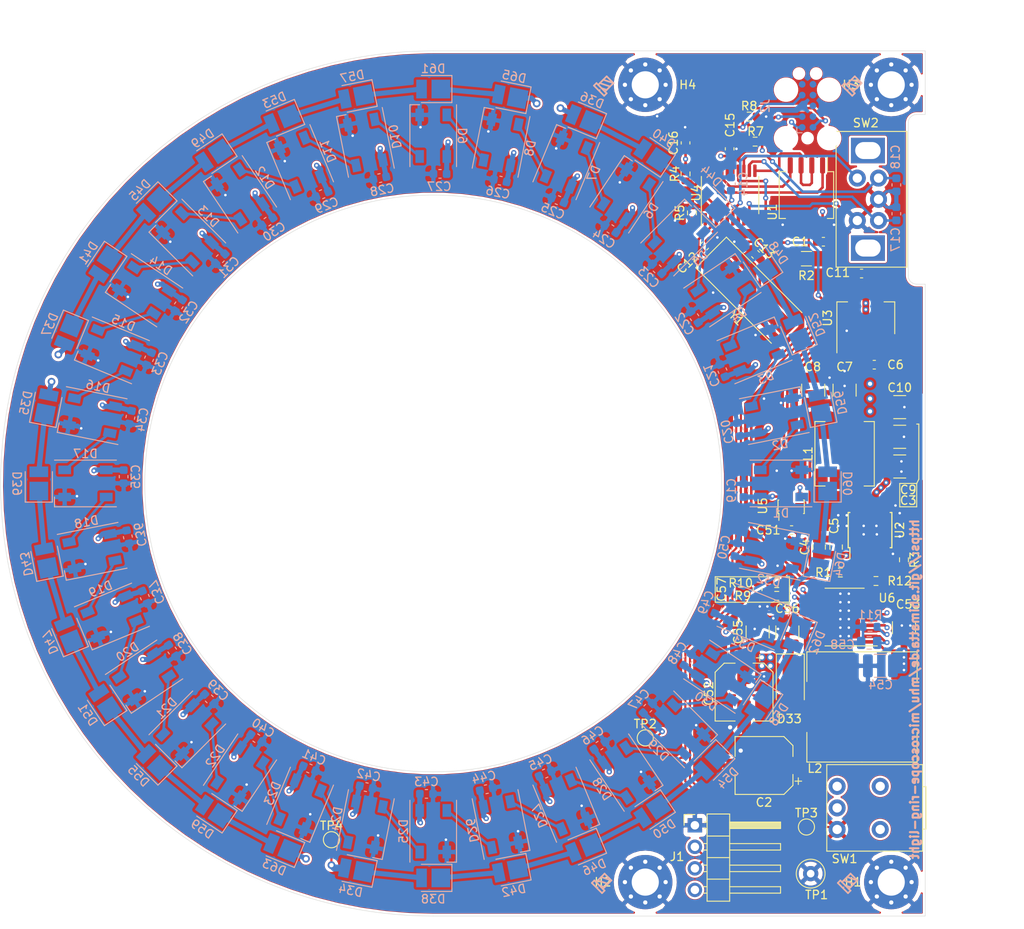
<source format=kicad_pcb>
(kicad_pcb (version 20171130) (host pcbnew 5.1.9)

  (general
    (thickness 1.6)
    (drawings 32)
    (tracks 998)
    (zones 0)
    (modules 161)
    (nets 94)
  )

  (page A4)
  (layers
    (0 F.Cu signal)
    (1 In1.Cu power)
    (2 In2.Cu power)
    (31 B.Cu signal)
    (32 B.Adhes user)
    (33 F.Adhes user)
    (34 B.Paste user)
    (35 F.Paste user)
    (36 B.SilkS user)
    (37 F.SilkS user)
    (38 B.Mask user)
    (39 F.Mask user)
    (40 Dwgs.User user)
    (41 Cmts.User user)
    (42 Eco1.User user)
    (43 Eco2.User user)
    (44 Edge.Cuts user)
    (45 Margin user)
    (46 B.CrtYd user)
    (47 F.CrtYd user)
    (48 B.Fab user hide)
    (49 F.Fab user hide)
  )

  (setup
    (last_trace_width 0.25)
    (user_trace_width 0.3)
    (user_trace_width 0.6)
    (user_trace_width 0.8)
    (user_trace_width 2.5)
    (trace_clearance 0.2)
    (zone_clearance 0.4)
    (zone_45_only no)
    (trace_min 0.25)
    (via_size 0.8)
    (via_drill 0.4)
    (via_min_size 0.5)
    (via_min_drill 0.3)
    (user_via 0.6 0.3)
    (user_via 0.9 0.5)
    (uvia_size 0.3)
    (uvia_drill 0.1)
    (uvias_allowed no)
    (uvia_min_size 0.2)
    (uvia_min_drill 0.1)
    (edge_width 0.05)
    (segment_width 0.2)
    (pcb_text_width 0.3)
    (pcb_text_size 1.5 1.5)
    (mod_edge_width 0.12)
    (mod_text_size 1 1)
    (mod_text_width 0.15)
    (pad_size 1.205 1.55)
    (pad_drill 0)
    (pad_to_mask_clearance 0)
    (aux_axis_origin 70 70)
    (grid_origin 70 70)
    (visible_elements FFFFFF7F)
    (pcbplotparams
      (layerselection 0x010fc_ffffffff)
      (usegerberextensions true)
      (usegerberattributes true)
      (usegerberadvancedattributes true)
      (creategerberjobfile true)
      (excludeedgelayer true)
      (linewidth 0.100000)
      (plotframeref false)
      (viasonmask false)
      (mode 1)
      (useauxorigin false)
      (hpglpennumber 1)
      (hpglpenspeed 20)
      (hpglpendiameter 15.000000)
      (psnegative false)
      (psa4output false)
      (plotreference true)
      (plotvalue true)
      (plotinvisibletext false)
      (padsonsilk false)
      (subtractmaskfromsilk false)
      (outputformat 1)
      (mirror false)
      (drillshape 0)
      (scaleselection 1)
      (outputdirectory "gerber/"))
  )

  (net 0 "")
  (net 1 GND)
  (net 2 +3V3)
  (net 3 /TIM3_CH1)
  (net 4 /TIM3_CH2)
  (net 5 +12V)
  (net 6 +5V)
  (net 7 "Net-(D1-Pad4)")
  (net 8 "Net-(D1-Pad2)")
  (net 9 "Net-(D2-Pad4)")
  (net 10 "Net-(D3-Pad4)")
  (net 11 "Net-(D22-Pad4)")
  (net 12 "Net-(D4-Pad4)")
  (net 13 "Net-(D23-Pad4)")
  (net 14 "Net-(D5-Pad4)")
  (net 15 "Net-(D10-Pad2)")
  (net 16 "Net-(D10-Pad4)")
  (net 17 "Net-(D11-Pad4)")
  (net 18 "Net-(D12-Pad4)")
  (net 19 "Net-(D13-Pad4)")
  (net 20 "Net-(D14-Pad4)")
  (net 21 "Net-(D15-Pad4)")
  (net 22 "Net-(D16-Pad4)")
  (net 23 "Net-(D17-Pad4)")
  (net 24 "Net-(D18-Pad4)")
  (net 25 "Net-(D19-Pad4)")
  (net 26 "Net-(D20-Pad4)")
  (net 27 "Net-(D24-Pad4)")
  (net 28 /DMX+)
  (net 29 /DMX-)
  (net 30 /~RESET)
  (net 31 /STM_RX)
  (net 32 /STM_TX)
  (net 33 /SWCLK)
  (net 34 /SWDIO)
  (net 35 "/LED Grave/SK6812_DATA_IN")
  (net 36 /BUTTON)
  (net 37 "Net-(L1-Pad1)")
  (net 38 "Net-(C12-Pad1)")
  (net 39 "Net-(C13-Pad1)")
  (net 40 "Net-(D6-Pad4)")
  (net 41 "Net-(D7-Pad4)")
  (net 42 "Net-(D8-Pad4)")
  (net 43 "Net-(D21-Pad4)")
  (net 44 "Net-(D25-Pad4)")
  (net 45 "Net-(D26-Pad4)")
  (net 46 "Net-(D27-Pad4)")
  (net 47 "Net-(D28-Pad4)")
  (net 48 "Net-(D29-Pad4)")
  (net 49 "Net-(J1-Pad4)")
  (net 50 "Net-(D34-Pad1)")
  (net 51 "Net-(D35-Pad1)")
  (net 52 "Net-(D36-Pad1)")
  (net 53 "Net-(D37-Pad1)")
  (net 54 "Net-(D38-Pad1)")
  (net 55 "Net-(D39-Pad1)")
  (net 56 "Net-(D40-Pad1)")
  (net 57 "Net-(D41-Pad1)")
  (net 58 "Net-(D42-Pad1)")
  (net 59 "Net-(D43-Pad1)")
  (net 60 "Net-(D44-Pad1)")
  (net 61 "Net-(D45-Pad1)")
  (net 62 "Net-(D46-Pad1)")
  (net 63 "Net-(D47-Pad1)")
  (net 64 "Net-(D48-Pad1)")
  (net 65 "Net-(D49-Pad1)")
  (net 66 "Net-(D50-Pad1)")
  (net 67 "Net-(D51-Pad1)")
  (net 68 "Net-(D52-Pad1)")
  (net 69 "Net-(D53-Pad1)")
  (net 70 "Net-(D54-Pad1)")
  (net 71 "Net-(D55-Pad1)")
  (net 72 "Net-(D56-Pad1)")
  (net 73 "Net-(D57-Pad1)")
  (net 74 "Net-(D58-Pad1)")
  (net 75 "Net-(D59-Pad1)")
  (net 76 "Net-(D60-Pad1)")
  (net 77 "Net-(D61-Pad1)")
  (net 78 "Net-(D62-Pad1)")
  (net 79 "Net-(D63-Pad1)")
  (net 80 "Net-(R1-Pad2)")
  (net 81 /DMX_~RX~TX)
  (net 82 /WHITE_PWM)
  (net 83 /WhiteLEDs/LED_SUPPLY)
  (net 84 "Net-(D30-Pad4)")
  (net 85 "Net-(C57-Pad2)")
  (net 86 "Net-(C58-Pad1)")
  (net 87 "Net-(D31-Pad4)")
  (net 88 "Net-(D33-Pad2)")
  (net 89 "Net-(D64-Pad1)")
  (net 90 "Net-(D65-Pad1)")
  (net 91 "Net-(R5-Pad1)")
  (net 92 "Net-(R11-Pad2)")
  (net 93 "Net-(R12-Pad1)")

  (net_class Default "This is the default net class."
    (clearance 0.2)
    (trace_width 0.25)
    (via_dia 0.8)
    (via_drill 0.4)
    (uvia_dia 0.3)
    (uvia_drill 0.1)
    (diff_pair_width 0.3)
    (diff_pair_gap 0.26)
    (add_net +12V)
    (add_net +3V3)
    (add_net +5V)
    (add_net /BUTTON)
    (add_net /DMX_~RX~TX)
    (add_net "/LED Grave/SK6812_DATA_IN")
    (add_net /STM_RX)
    (add_net /STM_TX)
    (add_net /SWCLK)
    (add_net /SWDIO)
    (add_net /TIM3_CH1)
    (add_net /TIM3_CH2)
    (add_net /WHITE_PWM)
    (add_net /~RESET)
    (add_net GND)
    (add_net "Net-(C12-Pad1)")
    (add_net "Net-(C13-Pad1)")
    (add_net "Net-(C57-Pad2)")
    (add_net "Net-(C58-Pad1)")
    (add_net "Net-(D1-Pad2)")
    (add_net "Net-(D1-Pad4)")
    (add_net "Net-(D10-Pad2)")
    (add_net "Net-(D10-Pad4)")
    (add_net "Net-(D11-Pad4)")
    (add_net "Net-(D12-Pad4)")
    (add_net "Net-(D13-Pad4)")
    (add_net "Net-(D14-Pad4)")
    (add_net "Net-(D15-Pad4)")
    (add_net "Net-(D16-Pad4)")
    (add_net "Net-(D17-Pad4)")
    (add_net "Net-(D18-Pad4)")
    (add_net "Net-(D19-Pad4)")
    (add_net "Net-(D2-Pad4)")
    (add_net "Net-(D20-Pad4)")
    (add_net "Net-(D21-Pad4)")
    (add_net "Net-(D22-Pad4)")
    (add_net "Net-(D23-Pad4)")
    (add_net "Net-(D24-Pad4)")
    (add_net "Net-(D25-Pad4)")
    (add_net "Net-(D26-Pad4)")
    (add_net "Net-(D27-Pad4)")
    (add_net "Net-(D28-Pad4)")
    (add_net "Net-(D29-Pad4)")
    (add_net "Net-(D3-Pad4)")
    (add_net "Net-(D30-Pad4)")
    (add_net "Net-(D31-Pad4)")
    (add_net "Net-(D32-Pad4)")
    (add_net "Net-(D33-Pad2)")
    (add_net "Net-(D34-Pad1)")
    (add_net "Net-(D35-Pad1)")
    (add_net "Net-(D36-Pad1)")
    (add_net "Net-(D37-Pad1)")
    (add_net "Net-(D38-Pad1)")
    (add_net "Net-(D39-Pad1)")
    (add_net "Net-(D4-Pad4)")
    (add_net "Net-(D40-Pad1)")
    (add_net "Net-(D41-Pad1)")
    (add_net "Net-(D42-Pad1)")
    (add_net "Net-(D43-Pad1)")
    (add_net "Net-(D44-Pad1)")
    (add_net "Net-(D45-Pad1)")
    (add_net "Net-(D46-Pad1)")
    (add_net "Net-(D47-Pad1)")
    (add_net "Net-(D48-Pad1)")
    (add_net "Net-(D49-Pad1)")
    (add_net "Net-(D5-Pad4)")
    (add_net "Net-(D50-Pad1)")
    (add_net "Net-(D51-Pad1)")
    (add_net "Net-(D52-Pad1)")
    (add_net "Net-(D53-Pad1)")
    (add_net "Net-(D54-Pad1)")
    (add_net "Net-(D55-Pad1)")
    (add_net "Net-(D56-Pad1)")
    (add_net "Net-(D57-Pad1)")
    (add_net "Net-(D58-Pad1)")
    (add_net "Net-(D59-Pad1)")
    (add_net "Net-(D6-Pad4)")
    (add_net "Net-(D60-Pad1)")
    (add_net "Net-(D61-Pad1)")
    (add_net "Net-(D62-Pad1)")
    (add_net "Net-(D63-Pad1)")
    (add_net "Net-(D64-Pad1)")
    (add_net "Net-(D65-Pad1)")
    (add_net "Net-(D7-Pad4)")
    (add_net "Net-(D8-Pad4)")
    (add_net "Net-(J1-Pad4)")
    (add_net "Net-(J2-Pad5)")
    (add_net "Net-(J2-Pad6)")
    (add_net "Net-(J2-Pad7)")
    (add_net "Net-(J2-Pad8)")
    (add_net "Net-(J2-Pad9)")
    (add_net "Net-(L1-Pad1)")
    (add_net "Net-(R1-Pad2)")
    (add_net "Net-(R11-Pad2)")
    (add_net "Net-(R12-Pad1)")
    (add_net "Net-(R5-Pad1)")
    (add_net "Net-(SW1-Pad1)")
    (add_net "Net-(U4-Pad10)")
    (add_net "Net-(U4-Pad7)")
    (add_net "Net-(U4-Pad8)")
    (add_net "Net-(U6-Pad19)")
    (add_net "Net-(U6-Pad5)")
    (add_net "Net-(U6-Pad8)")
  )

  (net_class DMX-DIFF120 ""
    (clearance 0.2)
    (trace_width 0.25)
    (via_dia 0.6)
    (via_drill 0.3)
    (uvia_dia 0.3)
    (uvia_drill 0.1)
    (diff_pair_width 0.25)
    (diff_pair_gap 0.3)
    (add_net /DMX+)
    (add_net /DMX-)
  )

  (net_class LED_SUPPLY ""
    (clearance 0.35)
    (trace_width 0.25)
    (via_dia 0.8)
    (via_drill 0.4)
    (uvia_dia 0.3)
    (uvia_drill 0.1)
    (diff_pair_width 0.3)
    (diff_pair_gap 0.25)
    (add_net /WhiteLEDs/LED_SUPPLY)
  )

  (module MountingHole:MountingHole_3.2mm_M3_Pad_Via (layer F.Cu) (tedit 56DDBCCA) (tstamp 60615EB7)
    (at 124 117)
    (descr "Mounting Hole 3.2mm, M3")
    (tags "mounting hole 3.2mm m3")
    (path /606C8089)
    (attr virtual)
    (fp_text reference H1 (at -4.5 0) (layer F.SilkS)
      (effects (font (size 1 1) (thickness 0.15)))
    )
    (fp_text value MountingHole_Pad (at 0 4.2) (layer F.Fab)
      (effects (font (size 1 1) (thickness 0.15)))
    )
    (fp_text user %R (at 0.3 0) (layer F.Fab)
      (effects (font (size 1 1) (thickness 0.15)))
    )
    (fp_circle (center 0 0) (end 3.2 0) (layer Cmts.User) (width 0.15))
    (fp_circle (center 0 0) (end 3.45 0) (layer F.CrtYd) (width 0.05))
    (pad 1 thru_hole circle (at 1.697056 -1.697056) (size 0.8 0.8) (drill 0.5) (layers *.Cu *.Mask)
      (net 1 GND))
    (pad 1 thru_hole circle (at 0 -2.4) (size 0.8 0.8) (drill 0.5) (layers *.Cu *.Mask)
      (net 1 GND))
    (pad 1 thru_hole circle (at -1.697056 -1.697056) (size 0.8 0.8) (drill 0.5) (layers *.Cu *.Mask)
      (net 1 GND))
    (pad 1 thru_hole circle (at -2.4 0) (size 0.8 0.8) (drill 0.5) (layers *.Cu *.Mask)
      (net 1 GND))
    (pad 1 thru_hole circle (at -1.697056 1.697056) (size 0.8 0.8) (drill 0.5) (layers *.Cu *.Mask)
      (net 1 GND))
    (pad 1 thru_hole circle (at 0 2.4) (size 0.8 0.8) (drill 0.5) (layers *.Cu *.Mask)
      (net 1 GND))
    (pad 1 thru_hole circle (at 1.697056 1.697056) (size 0.8 0.8) (drill 0.5) (layers *.Cu *.Mask)
      (net 1 GND))
    (pad 1 thru_hole circle (at 2.4 0) (size 0.8 0.8) (drill 0.5) (layers *.Cu *.Mask)
      (net 1 GND))
    (pad 1 thru_hole circle (at 0 0) (size 6.4 6.4) (drill 3.2) (layers *.Cu *.Mask)
      (net 1 GND))
  )

  (module MountingHole:MountingHole_3.2mm_M3_Pad_Via (layer F.Cu) (tedit 56DDBCCA) (tstamp 60615EE7)
    (at 95 23)
    (descr "Mounting Hole 3.2mm, M3")
    (tags "mounting hole 3.2mm m3")
    (path /606C916E)
    (attr virtual)
    (fp_text reference H4 (at 5 0) (layer F.SilkS)
      (effects (font (size 1 1) (thickness 0.15)))
    )
    (fp_text value MountingHole_Pad (at 0 4.2) (layer F.Fab)
      (effects (font (size 1 1) (thickness 0.15)))
    )
    (fp_text user %R (at 0.3 0) (layer F.Fab)
      (effects (font (size 1 1) (thickness 0.15)))
    )
    (fp_circle (center 0 0) (end 3.2 0) (layer Cmts.User) (width 0.15))
    (fp_circle (center 0 0) (end 3.45 0) (layer F.CrtYd) (width 0.05))
    (pad 1 thru_hole circle (at 1.697056 -1.697056) (size 0.8 0.8) (drill 0.5) (layers *.Cu *.Mask)
      (net 1 GND))
    (pad 1 thru_hole circle (at 0 -2.4) (size 0.8 0.8) (drill 0.5) (layers *.Cu *.Mask)
      (net 1 GND))
    (pad 1 thru_hole circle (at -1.697056 -1.697056) (size 0.8 0.8) (drill 0.5) (layers *.Cu *.Mask)
      (net 1 GND))
    (pad 1 thru_hole circle (at -2.4 0) (size 0.8 0.8) (drill 0.5) (layers *.Cu *.Mask)
      (net 1 GND))
    (pad 1 thru_hole circle (at -1.697056 1.697056) (size 0.8 0.8) (drill 0.5) (layers *.Cu *.Mask)
      (net 1 GND))
    (pad 1 thru_hole circle (at 0 2.4) (size 0.8 0.8) (drill 0.5) (layers *.Cu *.Mask)
      (net 1 GND))
    (pad 1 thru_hole circle (at 1.697056 1.697056) (size 0.8 0.8) (drill 0.5) (layers *.Cu *.Mask)
      (net 1 GND))
    (pad 1 thru_hole circle (at 2.4 0) (size 0.8 0.8) (drill 0.5) (layers *.Cu *.Mask)
      (net 1 GND))
    (pad 1 thru_hole circle (at 0 0) (size 6.4 6.4) (drill 3.2) (layers *.Cu *.Mask)
      (net 1 GND))
  )

  (module MountingHole:MountingHole_3.2mm_M3_Pad_Via (layer F.Cu) (tedit 56DDBCCA) (tstamp 60615ED7)
    (at 124 23)
    (descr "Mounting Hole 3.2mm, M3")
    (tags "mounting hole 3.2mm m3")
    (path /606C8BF2)
    (attr virtual)
    (fp_text reference H3 (at -4.75 0) (layer F.SilkS)
      (effects (font (size 1 1) (thickness 0.15)))
    )
    (fp_text value MountingHole_Pad (at 0 4.2) (layer F.Fab)
      (effects (font (size 1 1) (thickness 0.15)))
    )
    (fp_text user %R (at 0.3 0) (layer F.Fab)
      (effects (font (size 1 1) (thickness 0.15)))
    )
    (fp_circle (center 0 0) (end 3.2 0) (layer Cmts.User) (width 0.15))
    (fp_circle (center 0 0) (end 3.45 0) (layer F.CrtYd) (width 0.05))
    (pad 1 thru_hole circle (at 1.697056 -1.697056) (size 0.8 0.8) (drill 0.5) (layers *.Cu *.Mask)
      (net 1 GND))
    (pad 1 thru_hole circle (at 0 -2.4) (size 0.8 0.8) (drill 0.5) (layers *.Cu *.Mask)
      (net 1 GND))
    (pad 1 thru_hole circle (at -1.697056 -1.697056) (size 0.8 0.8) (drill 0.5) (layers *.Cu *.Mask)
      (net 1 GND))
    (pad 1 thru_hole circle (at -2.4 0) (size 0.8 0.8) (drill 0.5) (layers *.Cu *.Mask)
      (net 1 GND))
    (pad 1 thru_hole circle (at -1.697056 1.697056) (size 0.8 0.8) (drill 0.5) (layers *.Cu *.Mask)
      (net 1 GND))
    (pad 1 thru_hole circle (at 0 2.4) (size 0.8 0.8) (drill 0.5) (layers *.Cu *.Mask)
      (net 1 GND))
    (pad 1 thru_hole circle (at 1.697056 1.697056) (size 0.8 0.8) (drill 0.5) (layers *.Cu *.Mask)
      (net 1 GND))
    (pad 1 thru_hole circle (at 2.4 0) (size 0.8 0.8) (drill 0.5) (layers *.Cu *.Mask)
      (net 1 GND))
    (pad 1 thru_hole circle (at 0 0) (size 6.4 6.4) (drill 3.2) (layers *.Cu *.Mask)
      (net 1 GND))
  )

  (module MountingHole:MountingHole_3.2mm_M3_Pad_Via (layer F.Cu) (tedit 56DDBCCA) (tstamp 60615EC7)
    (at 95 117)
    (descr "Mounting Hole 3.2mm, M3")
    (tags "mounting hole 3.2mm m3")
    (path /606C8903)
    (attr virtual)
    (fp_text reference H2 (at -5 0) (layer F.SilkS)
      (effects (font (size 1 1) (thickness 0.15)))
    )
    (fp_text value MountingHole_Pad (at 0 4.2) (layer F.Fab)
      (effects (font (size 1 1) (thickness 0.15)))
    )
    (fp_text user %R (at 0.3 0) (layer F.Fab)
      (effects (font (size 1 1) (thickness 0.15)))
    )
    (fp_circle (center 0 0) (end 3.2 0) (layer Cmts.User) (width 0.15))
    (fp_circle (center 0 0) (end 3.45 0) (layer F.CrtYd) (width 0.05))
    (pad 1 thru_hole circle (at 1.697056 -1.697056) (size 0.8 0.8) (drill 0.5) (layers *.Cu *.Mask)
      (net 1 GND))
    (pad 1 thru_hole circle (at 0 -2.4) (size 0.8 0.8) (drill 0.5) (layers *.Cu *.Mask)
      (net 1 GND))
    (pad 1 thru_hole circle (at -1.697056 -1.697056) (size 0.8 0.8) (drill 0.5) (layers *.Cu *.Mask)
      (net 1 GND))
    (pad 1 thru_hole circle (at -2.4 0) (size 0.8 0.8) (drill 0.5) (layers *.Cu *.Mask)
      (net 1 GND))
    (pad 1 thru_hole circle (at -1.697056 1.697056) (size 0.8 0.8) (drill 0.5) (layers *.Cu *.Mask)
      (net 1 GND))
    (pad 1 thru_hole circle (at 0 2.4) (size 0.8 0.8) (drill 0.5) (layers *.Cu *.Mask)
      (net 1 GND))
    (pad 1 thru_hole circle (at 1.697056 1.697056) (size 0.8 0.8) (drill 0.5) (layers *.Cu *.Mask)
      (net 1 GND))
    (pad 1 thru_hole circle (at 2.4 0) (size 0.8 0.8) (drill 0.5) (layers *.Cu *.Mask)
      (net 1 GND))
    (pad 1 thru_hole circle (at 0 0) (size 6.4 6.4) (drill 3.2) (layers *.Cu *.Mask)
      (net 1 GND))
  )

  (module TestPoint:TestPoint_Pad_D1.5mm (layer F.Cu) (tedit 5A0F774F) (tstamp 606110E3)
    (at 58 112)
    (descr "SMD pad as test Point, diameter 1.5mm")
    (tags "test point SMD pad")
    (path /606770DB/60640D50)
    (attr virtual)
    (fp_text reference TP4 (at 0 -1.648) (layer F.SilkS)
      (effects (font (size 1 1) (thickness 0.15)))
    )
    (fp_text value LED_SUPPLY (at 0 1.75) (layer F.Fab)
      (effects (font (size 1 1) (thickness 0.15)))
    )
    (fp_circle (center 0 0) (end 0 0.95) (layer F.SilkS) (width 0.12))
    (fp_circle (center 0 0) (end 1.25 0) (layer F.CrtYd) (width 0.05))
    (fp_text user %R (at 0 -1.65) (layer F.Fab)
      (effects (font (size 1 1) (thickness 0.15)))
    )
    (pad 1 smd circle (at 0 0) (size 1.5 1.5) (layers F.Cu F.Mask)
      (net 83 /WhiteLEDs/LED_SUPPLY))
  )

  (module TestPoint:TestPoint_Pad_D1.5mm (layer F.Cu) (tedit 5A0F774F) (tstamp 606110DB)
    (at 114 110.5)
    (descr "SMD pad as test Point, diameter 1.5mm")
    (tags "test point SMD pad")
    (path /60620DCD)
    (attr virtual)
    (fp_text reference TP3 (at 0 -1.648) (layer F.SilkS)
      (effects (font (size 1 1) (thickness 0.15)))
    )
    (fp_text value 12V (at 0 1.75) (layer F.Fab)
      (effects (font (size 1 1) (thickness 0.15)))
    )
    (fp_circle (center 0 0) (end 0 0.95) (layer F.SilkS) (width 0.12))
    (fp_circle (center 0 0) (end 1.25 0) (layer F.CrtYd) (width 0.05))
    (fp_text user %R (at 0 -1.65) (layer F.Fab)
      (effects (font (size 1 1) (thickness 0.15)))
    )
    (pad 1 smd circle (at 0 0) (size 1.5 1.5) (layers F.Cu F.Mask)
      (net 5 +12V))
  )

  (module TestPoint:TestPoint_Pad_D1.5mm (layer F.Cu) (tedit 5A0F774F) (tstamp 606110D3)
    (at 95 100)
    (descr "SMD pad as test Point, diameter 1.5mm")
    (tags "test point SMD pad")
    (path /60620B38)
    (attr virtual)
    (fp_text reference TP2 (at 0 -1.648) (layer F.SilkS)
      (effects (font (size 1 1) (thickness 0.15)))
    )
    (fp_text value 5V (at 0 1.75) (layer F.Fab)
      (effects (font (size 1 1) (thickness 0.15)))
    )
    (fp_circle (center 0 0) (end 0 0.95) (layer F.SilkS) (width 0.12))
    (fp_circle (center 0 0) (end 1.25 0) (layer F.CrtYd) (width 0.05))
    (fp_text user %R (at 0 -1.65) (layer F.Fab)
      (effects (font (size 1 1) (thickness 0.15)))
    )
    (pad 1 smd circle (at 0 0) (size 1.5 1.5) (layers F.Cu F.Mask)
      (net 6 +5V))
  )

  (module TestPoint:TestPoint_Loop_D2.60mm_Drill0.9mm_Beaded (layer F.Cu) (tedit 5A0F774F) (tstamp 606112AF)
    (at 114.5 116)
    (descr "wire loop with bead as test point, loop diameter2.6mm, hole diameter 0.9mm")
    (tags "test point wire loop bead")
    (path /60615CD7)
    (fp_text reference TP1 (at 0.7 2.5) (layer F.SilkS)
      (effects (font (size 1 1) (thickness 0.15)))
    )
    (fp_text value GND (at 0 -2.8) (layer F.Fab)
      (effects (font (size 1 1) (thickness 0.15)))
    )
    (fp_circle (center 0 0) (end 1.5 0) (layer F.Fab) (width 0.12))
    (fp_circle (center 0 0) (end 1.7 0) (layer F.SilkS) (width 0.12))
    (fp_circle (center 0 0) (end 2 0) (layer F.CrtYd) (width 0.05))
    (fp_line (start 1.3 -0.3) (end -1.3 -0.3) (layer F.Fab) (width 0.12))
    (fp_line (start 1.3 0.3) (end 1.3 -0.3) (layer F.Fab) (width 0.12))
    (fp_line (start -1.3 0.3) (end 1.3 0.3) (layer F.Fab) (width 0.12))
    (fp_line (start -1.3 -0.3) (end -1.3 0.3) (layer F.Fab) (width 0.12))
    (fp_text user %R (at 0.7 2.5) (layer F.Fab)
      (effects (font (size 1 1) (thickness 0.15)))
    )
    (pad 1 thru_hole circle (at 0 0) (size 1.8 1.8) (drill 0.9) (layers *.Cu *.Mask)
      (net 1 GND))
    (model ${KISYS3DMOD}/TestPoint.3dshapes/TestPoint_Loop_D2.60mm_Drill0.9mm_Beaded.wrl
      (at (xyz 0 0 0))
      (scale (xyz 1 1 1))
      (rotate (xyz 0 0 0))
    )
  )

  (module shimatta_artwork:screw_art_tiny (layer B.Cu) (tedit 5605587C) (tstamp 60621904)
    (at 119.5 23)
    (fp_text reference REF** (at 0 -2.2) (layer B.SilkS) hide
      (effects (font (size 1 1) (thickness 0.15)) (justify mirror))
    )
    (fp_text value screw_art_tiny (at 0 2.5) (layer B.Fab) hide
      (effects (font (size 1 1) (thickness 0.15)) (justify mirror))
    )
    (fp_line (start 0.2 -1) (end 1 -0.2) (layer B.SilkS) (width 0.2))
    (fp_line (start 1 -0.2) (end 0 0.8) (layer B.SilkS) (width 0.2))
    (fp_line (start 0 0.8) (end 0.2 1) (layer B.SilkS) (width 0.2))
    (fp_line (start 0.2 -1) (end -0.8 0) (layer B.SilkS) (width 0.2))
    (fp_line (start -0.8 0) (end -1 -0.2) (layer B.SilkS) (width 0.2))
    (fp_line (start -1 -0.2) (end -1.3 0.1) (layer B.SilkS) (width 0.2))
    (fp_line (start -1.3 0.1) (end -0.1 1.3) (layer B.SilkS) (width 0.2))
    (fp_line (start -0.1 1.3) (end 0.2 1) (layer B.SilkS) (width 0.2))
    (fp_line (start -0.8 0) (end 0 0.8) (layer B.SilkS) (width 0.2))
    (fp_line (start -0.7 0.7) (end -0.6 0.6) (layer B.SilkS) (width 0.15))
    (fp_line (start 1 -0.2) (end -0.2 -0.6) (layer B.SilkS) (width 0.2))
    (fp_line (start 0.6 0.2) (end -0.6 -0.2) (layer B.SilkS) (width 0.2))
    (fp_line (start 0.2 0.6) (end -0.4 0.4) (layer B.SilkS) (width 0.2))
  )

  (module shimatta_artwork:screw_art_tiny (layer B.Cu) (tedit 5605587C) (tstamp 606218F4)
    (at 90.25 23)
    (fp_text reference REF** (at 0 -2.2) (layer B.SilkS) hide
      (effects (font (size 1 1) (thickness 0.15)) (justify mirror))
    )
    (fp_text value screw_art_tiny (at 0 2.5) (layer B.Fab) hide
      (effects (font (size 1 1) (thickness 0.15)) (justify mirror))
    )
    (fp_line (start 0.2 -1) (end 1 -0.2) (layer B.SilkS) (width 0.2))
    (fp_line (start 1 -0.2) (end 0 0.8) (layer B.SilkS) (width 0.2))
    (fp_line (start 0 0.8) (end 0.2 1) (layer B.SilkS) (width 0.2))
    (fp_line (start 0.2 -1) (end -0.8 0) (layer B.SilkS) (width 0.2))
    (fp_line (start -0.8 0) (end -1 -0.2) (layer B.SilkS) (width 0.2))
    (fp_line (start -1 -0.2) (end -1.3 0.1) (layer B.SilkS) (width 0.2))
    (fp_line (start -1.3 0.1) (end -0.1 1.3) (layer B.SilkS) (width 0.2))
    (fp_line (start -0.1 1.3) (end 0.2 1) (layer B.SilkS) (width 0.2))
    (fp_line (start -0.8 0) (end 0 0.8) (layer B.SilkS) (width 0.2))
    (fp_line (start -0.7 0.7) (end -0.6 0.6) (layer B.SilkS) (width 0.15))
    (fp_line (start 1 -0.2) (end -0.2 -0.6) (layer B.SilkS) (width 0.2))
    (fp_line (start 0.6 0.2) (end -0.6 -0.2) (layer B.SilkS) (width 0.2))
    (fp_line (start 0.2 0.6) (end -0.4 0.4) (layer B.SilkS) (width 0.2))
  )

  (module shimatta_artwork:screw_art_tiny (layer B.Cu) (tedit 5605587C) (tstamp 606218B0)
    (at 90 117)
    (fp_text reference REF** (at 0 -2.2) (layer B.SilkS) hide
      (effects (font (size 1 1) (thickness 0.15)) (justify mirror))
    )
    (fp_text value screw_art_tiny (at 0 2.5) (layer B.Fab) hide
      (effects (font (size 1 1) (thickness 0.15)) (justify mirror))
    )
    (fp_line (start 0.2 -1) (end 1 -0.2) (layer B.SilkS) (width 0.2))
    (fp_line (start 1 -0.2) (end 0 0.8) (layer B.SilkS) (width 0.2))
    (fp_line (start 0 0.8) (end 0.2 1) (layer B.SilkS) (width 0.2))
    (fp_line (start 0.2 -1) (end -0.8 0) (layer B.SilkS) (width 0.2))
    (fp_line (start -0.8 0) (end -1 -0.2) (layer B.SilkS) (width 0.2))
    (fp_line (start -1 -0.2) (end -1.3 0.1) (layer B.SilkS) (width 0.2))
    (fp_line (start -1.3 0.1) (end -0.1 1.3) (layer B.SilkS) (width 0.2))
    (fp_line (start -0.1 1.3) (end 0.2 1) (layer B.SilkS) (width 0.2))
    (fp_line (start -0.8 0) (end 0 0.8) (layer B.SilkS) (width 0.2))
    (fp_line (start -0.7 0.7) (end -0.6 0.6) (layer B.SilkS) (width 0.15))
    (fp_line (start 1 -0.2) (end -0.2 -0.6) (layer B.SilkS) (width 0.2))
    (fp_line (start 0.6 0.2) (end -0.6 -0.2) (layer B.SilkS) (width 0.2))
    (fp_line (start 0.2 0.6) (end -0.4 0.4) (layer B.SilkS) (width 0.2))
  )

  (module shimatta_artwork:screw_art_tiny (layer B.Cu) (tedit 5605587C) (tstamp 6062186E)
    (at 119 117)
    (fp_text reference REF** (at 0 -2.2) (layer B.SilkS) hide
      (effects (font (size 1 1) (thickness 0.15)) (justify mirror))
    )
    (fp_text value screw_art_tiny (at 0 2.5) (layer B.Fab) hide
      (effects (font (size 1 1) (thickness 0.15)) (justify mirror))
    )
    (fp_line (start 0.2 -1) (end 1 -0.2) (layer B.SilkS) (width 0.2))
    (fp_line (start 1 -0.2) (end 0 0.8) (layer B.SilkS) (width 0.2))
    (fp_line (start 0 0.8) (end 0.2 1) (layer B.SilkS) (width 0.2))
    (fp_line (start 0.2 -1) (end -0.8 0) (layer B.SilkS) (width 0.2))
    (fp_line (start -0.8 0) (end -1 -0.2) (layer B.SilkS) (width 0.2))
    (fp_line (start -1 -0.2) (end -1.3 0.1) (layer B.SilkS) (width 0.2))
    (fp_line (start -1.3 0.1) (end -0.1 1.3) (layer B.SilkS) (width 0.2))
    (fp_line (start -0.1 1.3) (end 0.2 1) (layer B.SilkS) (width 0.2))
    (fp_line (start -0.8 0) (end 0 0.8) (layer B.SilkS) (width 0.2))
    (fp_line (start -0.7 0.7) (end -0.6 0.6) (layer B.SilkS) (width 0.15))
    (fp_line (start 1 -0.2) (end -0.2 -0.6) (layer B.SilkS) (width 0.2))
    (fp_line (start 0.6 0.2) (end -0.6 -0.2) (layer B.SilkS) (width 0.2))
    (fp_line (start 0.2 0.6) (end -0.4 0.4) (layer B.SilkS) (width 0.2))
  )

  (module shimatta_artwork:shimatta_kanji_20mm_solder_mask locked (layer B.Cu) (tedit 0) (tstamp 606201E4)
    (at 111 109 270)
    (fp_text reference G*** (at 0 0 270) (layer B.SilkS) hide
      (effects (font (size 1.524 1.524) (thickness 0.3)) (justify mirror))
    )
    (fp_text value LOGO (at 0.75 0 270) (layer B.SilkS) hide
      (effects (font (size 1.524 1.524) (thickness 0.3)) (justify mirror))
    )
    (fp_poly (pts (xy 9.428791 1.753801) (xy 9.567761 1.731641) (xy 9.667206 1.700045) (xy 9.761697 1.645722)
      (xy 9.822989 1.576357) (xy 9.855813 1.486306) (xy 9.858368 1.471966) (xy 9.862124 1.413942)
      (xy 9.846144 1.369373) (xy 9.819335 1.333673) (xy 9.781378 1.29583) (xy 9.735384 1.267393)
      (xy 9.673178 1.245282) (xy 9.586585 1.22642) (xy 9.495693 1.211812) (xy 9.397389 1.192146)
      (xy 9.273374 1.159472) (xy 9.133481 1.117016) (xy 8.987545 1.068002) (xy 8.845399 1.015655)
      (xy 8.716878 0.963201) (xy 8.66136 0.938204) (xy 8.588402 0.904309) (xy 8.53008 0.87777)
      (xy 8.494468 0.862231) (xy 8.487445 0.859693) (xy 8.474447 0.874529) (xy 8.460842 0.897485)
      (xy 8.444687 0.930782) (xy 8.440616 0.943057) (xy 8.456761 0.954676) (xy 8.501708 0.982387)
      (xy 8.57022 1.023082) (xy 8.657065 1.073654) (xy 8.757007 1.130996) (xy 8.763 1.13441)
      (xy 8.863594 1.192303) (xy 8.951369 1.243987) (xy 9.021081 1.286279) (xy 9.067485 1.315993)
      (xy 9.085336 1.329944) (xy 9.085385 1.330186) (xy 9.067291 1.336709) (xy 9.018671 1.344245)
      (xy 8.948012 1.351635) (xy 8.900733 1.355366) (xy 8.814954 1.359677) (xy 8.732203 1.359467)
      (xy 8.645159 1.353943) (xy 8.546496 1.342311) (xy 8.428892 1.323781) (xy 8.285022 1.297558)
      (xy 8.181769 1.277551) (xy 8.087012 1.260086) (xy 8.005697 1.247289) (xy 7.945677 1.240239)
      (xy 7.914804 1.240013) (xy 7.913115 1.240669) (xy 7.898633 1.267289) (xy 7.893539 1.306485)
      (xy 7.896969 1.33375) (xy 7.911797 1.356509) (xy 7.94483 1.38016) (xy 8.002873 1.410101)
      (xy 8.054731 1.434343) (xy 8.259047 1.524345) (xy 8.450867 1.601035) (xy 8.623126 1.661725)
      (xy 8.754126 1.700075) (xy 8.923632 1.734862) (xy 9.098237 1.755411) (xy 9.269453 1.761724)
      (xy 9.428791 1.753801)) (layer B.Mask) (width 0.01))
    (fp_poly (pts (xy 3.301209 1.629772) (xy 3.455957 1.617452) (xy 3.586106 1.595662) (xy 3.620461 1.586813)
      (xy 3.799648 1.524806) (xy 3.949231 1.448506) (xy 4.077466 1.353305) (xy 4.132385 1.301052)
      (xy 4.252335 1.152355) (xy 4.336366 0.989866) (xy 4.383796 0.816683) (xy 4.393941 0.635903)
      (xy 4.366121 0.450625) (xy 4.339226 0.361417) (xy 4.262261 0.200227) (xy 4.150017 0.051266)
      (xy 4.004678 -0.084345) (xy 3.828431 -0.205486) (xy 3.62346 -0.311038) (xy 3.39195 -0.399881)
      (xy 3.136087 -0.470894) (xy 2.858055 -0.522959) (xy 2.56004 -0.554955) (xy 2.54977 -0.555664)
      (xy 2.452095 -0.562584) (xy 2.352045 -0.570151) (xy 2.268301 -0.576945) (xy 2.254251 -0.578165)
      (xy 2.188341 -0.583117) (xy 2.151245 -0.581066) (xy 2.132887 -0.568837) (xy 2.123191 -0.543254)
      (xy 2.121415 -0.536295) (xy 2.114131 -0.495637) (xy 2.115569 -0.476534) (xy 2.13681 -0.470214)
      (xy 2.187543 -0.459437) (xy 2.258697 -0.446062) (xy 2.29725 -0.439298) (xy 2.600453 -0.375807)
      (xy 2.872729 -0.294923) (xy 3.113188 -0.197142) (xy 3.32094 -0.082957) (xy 3.495097 0.047136)
      (xy 3.634767 0.192644) (xy 3.739062 0.353072) (xy 3.745332 0.365489) (xy 3.799796 0.510355)
      (xy 3.824701 0.659415) (xy 3.821806 0.807143) (xy 3.792865 0.948013) (xy 3.739637 1.0765)
      (xy 3.663877 1.187078) (xy 3.567342 1.274223) (xy 3.451789 1.332407) (xy 3.436387 1.337282)
      (xy 3.329785 1.358) (xy 3.20153 1.366318) (xy 3.067026 1.362231) (xy 2.941678 1.345736)
      (xy 2.904282 1.337402) (xy 2.791716 1.300662) (xy 2.655402 1.242376) (xy 2.501756 1.165846)
      (xy 2.337192 1.074371) (xy 2.168124 0.971251) (xy 2.077079 0.911797) (xy 1.982701 0.849482)
      (xy 1.897066 0.794483) (xy 1.826482 0.750731) (xy 1.777255 0.722158) (xy 1.758369 0.713125)
      (xy 1.705349 0.713823) (xy 1.63319 0.738937) (xy 1.548908 0.783847) (xy 1.459517 0.843935)
      (xy 1.372034 0.914582) (xy 1.293475 0.991171) (xy 1.242341 1.052831) (xy 1.177176 1.155524)
      (xy 1.145756 1.240689) (xy 1.147669 1.309786) (xy 1.161677 1.339812) (xy 1.188745 1.371855)
      (xy 1.220071 1.383574) (xy 1.263202 1.374056) (xy 1.325686 1.342389) (xy 1.372393 1.314365)
      (xy 1.441864 1.275343) (xy 1.503115 1.252904) (xy 1.564969 1.2473) (xy 1.636248 1.25878)
      (xy 1.725773 1.287594) (xy 1.825982 1.32721) (xy 2.072117 1.421167) (xy 2.322841 1.502936)
      (xy 2.562838 1.567664) (xy 2.638504 1.584763) (xy 2.79051 1.610116) (xy 2.958372 1.626082)
      (xy 3.131976 1.632641) (xy 3.301209 1.629772)) (layer B.Mask) (width 0.01))
    (fp_poly (pts (xy -7.16573 3.644015) (xy -7.030481 3.628399) (xy -6.898306 3.608454) (xy -6.778602 3.585917)
      (xy -6.680766 3.562522) (xy -6.623226 3.543826) (xy -6.552282 3.503627) (xy -6.518969 3.457096)
      (xy -6.523039 3.407494) (xy -6.564241 3.35808) (xy -6.640956 3.312726) (xy -6.72123 3.276527)
      (xy -6.72123 1.953846) (xy -6.101652 1.953846) (xy -5.908326 2.177929) (xy -5.839612 2.256002)
      (xy -5.778657 2.322318) (xy -5.730438 2.371689) (xy -5.69993 2.398925) (xy -5.692898 2.402621)
      (xy -5.671923 2.389825) (xy -5.628642 2.354137) (xy -5.568405 2.300274) (xy -5.496558 2.232952)
      (xy -5.455081 2.19292) (xy -5.35528 2.092389) (xy -5.284164 2.012661) (xy -5.239564 1.950558)
      (xy -5.219311 1.902903) (xy -5.221236 1.866519) (xy -5.225852 1.857265) (xy -5.248293 1.85113)
      (xy -5.307629 1.846089) (xy -5.404272 1.842132) (xy -5.538636 1.839247) (xy -5.711135 1.837422)
      (xy -5.922182 1.836647) (xy -5.979922 1.836616) (xy -6.72123 1.836616) (xy -6.72123 -0.566615)
      (xy -6.259971 -0.566615) (xy -6.067574 -0.351692) (xy -5.999081 -0.276106) (xy -5.939554 -0.212155)
      (xy -5.893885 -0.164964) (xy -5.866969 -0.139654) (xy -5.862279 -0.136769) (xy -5.839937 -0.14918)
      (xy -5.795385 -0.182731) (xy -5.73498 -0.231894) (xy -5.665077 -0.291144) (xy -5.592032 -0.354955)
      (xy -5.522202 -0.417801) (xy -5.461942 -0.474155) (xy -5.417609 -0.518492) (xy -5.400017 -0.538674)
      (xy -5.367005 -0.588512) (xy -5.35926 -0.622387) (xy -5.366651 -0.641654) (xy -5.372793 -0.647595)
      (xy -5.384916 -0.652791) (xy -5.405554 -0.657303) (xy -5.437241 -0.661191) (xy -5.48251 -0.664515)
      (xy -5.543894 -0.667336) (xy -5.623926 -0.669713) (xy -5.725141 -0.671708) (xy -5.85007 -0.67338)
      (xy -6.001248 -0.67479) (xy -6.181207 -0.675998) (xy -6.392482 -0.677065) (xy -6.637605 -0.67805)
      (xy -6.919109 -0.679015) (xy -6.938394 -0.679077) (xy -7.220887 -0.67997) (xy -7.466876 -0.680669)
      (xy -7.678931 -0.681118) (xy -7.859624 -0.681261) (xy -8.011528 -0.681044) (xy -8.137214 -0.680411)
      (xy -8.239254 -0.679306) (xy -8.32022 -0.677674) (xy -8.382682 -0.67546) (xy -8.429214 -0.672608)
      (xy -8.462386 -0.669064) (xy -8.484771 -0.664771) (xy -8.49894 -0.659674) (xy -8.507465 -0.653718)
      (xy -8.512918 -0.646848) (xy -8.513997 -0.64515) (xy -8.533273 -0.606511) (xy -8.538307 -0.586419)
      (xy -8.518898 -0.580182) (xy -8.461154 -0.575092) (xy -8.365801 -0.571172) (xy -8.233566 -0.568445)
      (xy -8.065175 -0.566936) (xy -7.922846 -0.566615) (xy -7.307384 -0.566615) (xy -7.307384 1.836616)
      (xy -8.514275 1.836616) (xy -8.54583 1.884774) (xy -8.568455 1.922492) (xy -8.577384 1.94339)
      (xy -8.558611 1.94591) (xy -8.505349 1.948213) (xy -8.422187 1.950221) (xy -8.313714 1.951859)
      (xy -8.184518 1.953052) (xy -8.039187 1.953724) (xy -7.942384 1.953846) (xy -7.307384 1.953846)
      (xy -7.307384 3.657659) (xy -7.16573 3.644015)) (layer B.Mask) (width 0.01))
    (fp_poly (pts (xy 7.808064 0.395873) (xy 7.820909 0.35155) (xy 7.81349 0.27581) (xy 7.803742 0.231615)
      (xy 7.785801 0.109096) (xy 7.79887 0.006839) (xy 7.843916 -0.079884) (xy 7.874635 -0.11486)
      (xy 7.967303 -0.181671) (xy 8.093926 -0.23155) (xy 8.253218 -0.264447) (xy 8.443892 -0.280312)
      (xy 8.664663 -0.279096) (xy 8.914245 -0.260749) (xy 9.19135 -0.225221) (xy 9.47304 -0.176639)
      (xy 9.611859 -0.155568) (xy 9.723564 -0.15229) (xy 9.816229 -0.167606) (xy 9.89793 -0.202316)
      (xy 9.929424 -0.22186) (xy 9.997696 -0.283212) (xy 10.032198 -0.356505) (xy 10.037036 -0.450516)
      (xy 10.036934 -0.451773) (xy 10.019551 -0.537125) (xy 9.981122 -0.60896) (xy 9.919239 -0.66821)
      (xy 9.831497 -0.71581) (xy 9.715488 -0.752696) (xy 9.568805 -0.779801) (xy 9.389042 -0.79806)
      (xy 9.173792 -0.808407) (xy 9.114693 -0.809856) (xy 8.994114 -0.811858) (xy 8.883467 -0.812804)
      (xy 8.790078 -0.812701) (xy 8.721276 -0.811557) (xy 8.684846 -0.809444) (xy 8.638883 -0.803365)
      (xy 8.56704 -0.794119) (xy 8.482217 -0.783361) (xy 8.450385 -0.779361) (xy 8.230894 -0.738915)
      (xy 8.04091 -0.676709) (xy 7.881353 -0.593495) (xy 7.753145 -0.490023) (xy 7.657211 -0.367045)
      (xy 7.59447 -0.225311) (xy 7.565847 -0.065574) (xy 7.565408 -0.058531) (xy 7.562448 0.025892)
      (xy 7.566924 0.087191) (xy 7.581292 0.141001) (xy 7.605759 0.198179) (xy 7.643881 0.268184)
      (xy 7.687847 0.332317) (xy 7.730734 0.381887) (xy 7.765619 0.408201) (xy 7.774706 0.410308)
      (xy 7.808064 0.395873)) (layer B.Mask) (width 0.01))
    (fp_poly (pts (xy 7.338145 3.474443) (xy 7.446892 3.440014) (xy 7.562991 3.388053) (xy 7.677402 3.323667)
      (xy 7.781082 3.251965) (xy 7.864989 3.178057) (xy 7.920082 3.10705) (xy 7.921507 3.104439)
      (xy 7.959244 3.03404) (xy 7.81893 2.730595) (xy 7.772867 2.630313) (xy 7.733158 2.542594)
      (xy 7.702487 2.473468) (xy 7.683536 2.428966) (xy 7.678616 2.415191) (xy 7.695962 2.405068)
      (xy 7.743645 2.406271) (xy 7.815129 2.417185) (xy 7.903879 2.436192) (xy 8.00336 2.461677)
      (xy 8.107037 2.492023) (xy 8.208376 2.525615) (xy 8.30084 2.560835) (xy 8.344716 2.579933)
      (xy 8.438434 2.621079) (xy 8.508671 2.645305) (xy 8.566225 2.654449) (xy 8.621897 2.650345)
      (xy 8.679355 2.636833) (xy 8.767704 2.597385) (xy 8.837863 2.537316) (xy 8.884673 2.464285)
      (xy 8.902974 2.385949) (xy 8.892236 2.320845) (xy 8.849581 2.26) (xy 8.770149 2.200807)
      (xy 8.656228 2.144019) (xy 8.510109 2.090391) (xy 8.334081 2.040674) (xy 8.130434 1.995624)
      (xy 7.901456 1.955991) (xy 7.699682 1.928463) (xy 7.496055 1.903717) (xy 7.064105 0.624589)
      (xy 6.991253 0.40925) (xy 6.921584 0.204081) (xy 6.856174 0.012201) (xy 6.796095 -0.163273)
      (xy 6.742424 -0.319225) (xy 6.696235 -0.452538) (xy 6.658603 -0.560093) (xy 6.630602 -0.638775)
      (xy 6.613307 -0.685467) (xy 6.608432 -0.696984) (xy 6.548196 -0.768353) (xy 6.468858 -0.809727)
      (xy 6.379028 -0.81866) (xy 6.287319 -0.792703) (xy 6.281659 -0.789834) (xy 6.183737 -0.719536)
      (xy 6.117645 -0.627018) (xy 6.082975 -0.511562) (xy 6.077082 -0.429846) (xy 6.088269 -0.329409)
      (xy 6.12395 -0.222844) (xy 6.186639 -0.104136) (xy 6.259078 0.005238) (xy 6.317058 0.092554)
      (xy 6.37418 0.190956) (xy 6.432946 0.305617) (xy 6.495859 0.44171) (xy 6.565422 0.604407)
      (xy 6.644137 0.798883) (xy 6.649058 0.811302) (xy 6.698576 0.937705) (xy 6.750645 1.072924)
      (xy 6.803388 1.211851) (xy 6.854927 1.349379) (xy 6.903383 1.480396) (xy 6.94688 1.599796)
      (xy 6.983539 1.702469) (xy 7.011482 1.783306) (xy 7.028831 1.837198) (xy 7.033846 1.858104)
      (xy 7.015345 1.865235) (xy 6.963909 1.870215) (xy 6.885638 1.872683) (xy 6.792451 1.87238)
      (xy 6.689343 1.871214) (xy 6.615634 1.872673) (xy 6.561671 1.878103) (xy 6.517798 1.888851)
      (xy 6.474359 1.906264) (xy 6.44321 1.921096) (xy 6.324196 1.997966) (xy 6.220716 2.100695)
      (xy 6.142416 2.218832) (xy 6.1184 2.273068) (xy 6.087796 2.371327) (xy 6.076374 2.446686)
      (xy 6.082596 2.496419) (xy 6.104926 2.5178) (xy 6.141826 2.508101) (xy 6.19176 2.464595)
      (xy 6.212598 2.440172) (xy 6.281896 2.36957) (xy 6.361104 2.322749) (xy 6.458762 2.296368)
      (xy 6.583409 2.287084) (xy 6.604 2.286959) (xy 6.716122 2.289109) (xy 6.828914 2.294912)
      (xy 6.935173 2.303596) (xy 7.027694 2.314386) (xy 7.099275 2.326512) (xy 7.142712 2.339199)
      (xy 7.151763 2.345725) (xy 7.1613 2.373411) (xy 7.176626 2.431585) (xy 7.196021 2.512388)
      (xy 7.217765 2.607958) (xy 7.240139 2.710436) (xy 7.261423 2.81196) (xy 7.279899 2.904671)
      (xy 7.293846 2.980708) (xy 7.301117 3.028483) (xy 7.305167 3.07497) (xy 7.300115 3.108973)
      (xy 7.280462 3.141407) (xy 7.240706 3.183187) (xy 7.206953 3.215357) (xy 7.150084 3.267171)
      (xy 7.09965 3.309796) (xy 7.066126 3.334399) (xy 7.06502 3.335032) (xy 7.038815 3.363839)
      (xy 7.044428 3.397789) (xy 7.075931 3.431923) (xy 7.127394 3.461282) (xy 7.192887 3.480906)
      (xy 7.245794 3.486229) (xy 7.338145 3.474443)) (layer B.Mask) (width 0.01))
    (fp_poly (pts (xy -8.900627 3.686148) (xy -8.842414 3.668288) (xy -8.764568 3.642197) (xy -8.675465 3.610881)
      (xy -8.583481 3.577349) (xy -8.496994 3.544605) (xy -8.42438 3.515659) (xy -8.374017 3.493516)
      (xy -8.369508 3.491277) (xy -8.277195 3.438216) (xy -8.22267 3.390903) (xy -8.205385 3.347504)
      (xy -8.224792 3.306186) (xy -8.280344 3.265118) (xy -8.298961 3.255113) (xy -8.337113 3.234353)
      (xy -8.366557 3.21267) (xy -8.391987 3.183218) (xy -8.418101 3.139156) (xy -8.449593 3.073639)
      (xy -8.491159 2.979825) (xy -8.496937 2.966591) (xy -8.548331 2.852563) (xy -8.610388 2.720528)
      (xy -8.675268 2.586898) (xy -8.734797 2.468728) (xy -8.867489 2.21184) (xy -8.771283 2.152035)
      (xy -8.705668 2.103264) (xy -8.677637 2.059887) (xy -8.68668 2.018576) (xy -8.732288 1.976008)
      (xy -8.743219 1.96868) (xy -8.811362 1.924539) (xy -8.811738 0.517769) (xy -8.812113 -0.889)
      (xy -8.875479 -0.932013) (xy -8.977934 -0.988548) (xy -9.088107 -1.027523) (xy -9.195323 -1.046531)
      (xy -9.288907 -1.043165) (xy -9.32473 -1.033329) (xy -9.378461 -1.012743) (xy -9.378461 1.510364)
      (xy -9.568961 1.326369) (xy -9.685083 1.216199) (xy -9.784302 1.126131) (xy -9.86423 1.058185)
      (xy -9.92248 1.014379) (xy -9.956663 0.99673) (xy -9.95935 0.996462) (xy -9.988083 1.009886)
      (xy -10.000622 1.022071) (xy -10.00528 1.043101) (xy -9.992716 1.079674) (xy -9.960495 1.137038)
      (xy -9.914008 1.208794) (xy -9.717402 1.5262) (xy -9.533424 1.87007) (xy -9.367953 2.228378)
      (xy -9.226866 2.589099) (xy -9.196588 2.676769) (xy -9.157165 2.800379) (xy -9.115688 2.941245)
      (xy -9.07447 3.09045) (xy -9.035823 3.239075) (xy -9.002058 3.3782) (xy -8.975488 3.498907)
      (xy -8.958423 3.592278) (xy -8.957301 3.599962) (xy -8.947157 3.653955) (xy -8.93604 3.687421)
      (xy -8.930828 3.692769) (xy -8.900627 3.686148)) (layer B.Mask) (width 0.01))
    (fp_poly (pts (xy -3.838788 3.688729) (xy -3.763989 3.677918) (xy -3.672419 3.662305) (xy -3.574363 3.643857)
      (xy -3.48011 3.624543) (xy -3.399947 3.60633) (xy -3.344161 3.591186) (xy -3.331315 3.58657)
      (xy -3.283233 3.56018) (xy -3.253133 3.532073) (xy -3.250693 3.527326) (xy -3.253676 3.486941)
      (xy -3.283652 3.446101) (xy -3.321955 3.42193) (xy -3.347355 3.402506) (xy -3.390898 3.360148)
      (xy -3.445625 3.301872) (xy -3.484542 3.258039) (xy -3.616047 3.106616) (xy -1.188916 3.106616)
      (xy -0.994443 3.287346) (xy -0.921758 3.354128) (xy -0.85857 3.410747) (xy -0.810709 3.452087)
      (xy -0.784001 3.473031) (xy -0.781309 3.474482) (xy -0.757945 3.465597) (xy -0.712937 3.435671)
      (xy -0.653194 3.390341) (xy -0.585627 3.335241) (xy -0.517146 3.276008) (xy -0.454661 3.218278)
      (xy -0.405081 3.167687) (xy -0.404892 3.167477) (xy -0.364427 3.117627) (xy -0.338018 3.075387)
      (xy -0.332154 3.05723) (xy -0.345696 3.029063) (xy -0.38818 3.008895) (xy -0.462393 2.996103)
      (xy -0.571123 2.990066) (xy -0.636272 2.989385) (xy -0.840154 2.989385) (xy -0.840154 2.637693)
      (xy -0.839955 2.512617) (xy -0.838973 2.421319) (xy -0.836633 2.358498) (xy -0.832357 2.318856)
      (xy -0.82557 2.297091) (xy -0.815693 2.287906) (xy -0.802152 2.286001) (xy -0.801892 2.286)
      (xy -0.773311 2.298192) (xy -0.722344 2.331537) (xy -0.655775 2.381192) (xy -0.580392 2.442311)
      (xy -0.566873 2.453762) (xy -0.370116 2.621524) (xy -0.20152 2.487954) (xy -0.101103 2.405863)
      (xy -0.030828 2.341836) (xy 0.011944 2.292668) (xy 0.029851 2.255153) (xy 0.025534 2.226085)
      (xy 0.020288 2.218518) (xy 0.006592 2.208305) (xy -0.018542 2.20062) (xy -0.060041 2.195127)
      (xy -0.122832 2.19149) (xy -0.211843 2.189373) (xy -0.332 2.18844) (xy -0.422469 2.188308)
      (xy -0.840154 2.188308) (xy -0.840154 1.593302) (xy -0.685062 1.747483) (xy -0.529971 1.901665)
      (xy -0.416892 1.825179) (xy -0.334867 1.765382) (xy -0.256268 1.70045) (xy -0.186709 1.635942)
      (xy -0.131801 1.577421) (xy -0.097158 1.530448) (xy -0.088391 1.500584) (xy -0.088624 1.499911)
      (xy -0.098691 1.482757) (xy -0.117225 1.469664) (xy -0.149019 1.460093) (xy -0.198863 1.453502)
      (xy -0.271551 1.449351) (xy -0.371876 1.4471) (xy -0.504628 1.446209) (xy -0.565638 1.446113)
      (xy -0.700559 1.445507) (xy -0.800136 1.443739) (xy -0.868095 1.440561) (xy -0.908159 1.435727)
      (xy -0.924051 1.428988) (xy -0.922215 1.4224) (xy -0.89994 1.378095) (xy -0.914959 1.330448)
      (xy -0.957384 1.289539) (xy -1.016 1.247801) (xy -1.016 0.840154) (xy -0.954763 0.840154)
      (xy -0.922588 0.845115) (xy -0.885404 0.862752) (xy -0.837186 0.897197) (xy -0.771906 0.952581)
      (xy -0.712938 1.005923) (xy -0.532349 1.171691) (xy -0.437136 1.100731) (xy -0.362212 1.041551)
      (xy -0.288135 0.97735) (xy -0.223006 0.915706) (xy -0.174925 0.864198) (xy -0.154843 0.836626)
      (xy -0.150378 0.797665) (xy -0.167511 0.773126) (xy -0.183248 0.762647) (xy -0.210018 0.754793)
      (xy -0.252898 0.749212) (xy -0.316961 0.745549) (xy -0.407281 0.743451) (xy -0.528932 0.742563)
      (xy -0.607088 0.742462) (xy -1.016 0.742462) (xy -1.016 0) (xy -0.777399 0)
      (xy -0.593867 0.168471) (xy -0.410335 0.336941) (xy -0.301582 0.271047) (xy -0.201402 0.206185)
      (xy -0.109722 0.139119) (xy -0.033314 0.075413) (xy 0.021051 0.020627) (xy 0.044043 -0.012866)
      (xy 0.055086 -0.042142) (xy 0.056136 -0.065393) (xy 0.043528 -0.083305) (xy 0.013598 -0.096568)
      (xy -0.037319 -0.10587) (xy -0.11289 -0.111899) (xy -0.216779 -0.115343) (xy -0.352651 -0.11689)
      (xy -0.511734 -0.117231) (xy -1.016 -0.117231) (xy -1.016 -0.933208) (xy -1.087506 -0.987749)
      (xy -1.185199 -1.046446) (xy -1.289837 -1.082616) (xy -1.390375 -1.093543) (xy -1.465384 -1.080594)
      (xy -1.489548 -1.069612) (xy -1.508164 -1.052924) (xy -1.52195 -1.025778) (xy -1.531624 -0.983425)
      (xy -1.537903 -0.921114) (xy -1.541504 -0.834094) (xy -1.543143 -0.717615) (xy -1.543538 -0.566926)
      (xy -1.543538 -0.117231) (xy -2.789505 -0.117231) (xy -2.82106 -0.069072) (xy -2.843686 -0.031355)
      (xy -2.852615 -0.010456) (xy -2.834363 -0.00634) (xy -2.784749 -0.002986) (xy -2.711487 -0.000754)
      (xy -2.627923 0) (xy -2.40323 0) (xy -2.40323 0.742462) (xy -1.914769 0.742462)
      (xy -1.914769 0) (xy -1.543538 0) (xy -1.543538 0.742462) (xy -1.914769 0.742462)
      (xy -2.40323 0.742462) (xy -2.40323 1.051715) (xy -2.139645 0.945934) (xy -2.033634 0.903981)
      (xy -1.954204 0.874855) (xy -1.891918 0.856232) (xy -1.837336 0.845789) (xy -1.781019 0.841205)
      (xy -1.713529 0.840155) (xy -1.709799 0.840154) (xy -1.543538 0.840154) (xy -1.543538 1.445846)
      (xy -3.269734 1.445846) (xy -3.22478 1.397994) (xy -3.193696 1.350921) (xy -3.198734 1.311521)
      (xy -3.241062 1.276826) (xy -3.279299 1.259217) (xy -3.347723 1.215489) (xy -3.4213 1.139132)
      (xy -3.495173 1.035289) (xy -3.50324 1.022193) (xy -3.50304 1.010874) (xy -3.482699 1.003292)
      (xy -3.43701 0.998804) (xy -3.360771 0.996771) (xy -3.294315 0.996462) (xy -3.069766 0.996462)
      (xy -2.950823 1.106582) (xy -2.895677 1.15606) (xy -2.852243 1.192072) (xy -2.827588 1.208869)
      (xy -2.824715 1.209159) (xy -2.775384 1.154537) (xy -2.715674 1.084446) (xy -2.65204 1.006947)
      (xy -2.590935 0.9301) (xy -2.538814 0.861967) (xy -2.50213 0.810608) (xy -2.490487 0.791713)
      (xy -2.452077 0.719495) (xy -2.542253 0.638171) (xy -2.598689 0.57774) (xy -2.65799 0.499338)
      (xy -2.704546 0.424704) (xy -2.842318 0.207282) (xy -3.014183 -0.00561) (xy -3.215158 -0.209415)
      (xy -3.44026 -0.399573) (xy -3.684505 -0.571526) (xy -3.942909 -0.720716) (xy -3.974162 -0.736637)
      (xy -4.088406 -0.791489) (xy -4.208145 -0.844587) (xy -4.327462 -0.893763) (xy -4.440437 -0.936849)
      (xy -4.541154 -0.971675) (xy -4.623693 -0.996074) (xy -4.682137 -1.007877) (xy -4.709202 -1.005963)
      (xy -4.726996 -0.984631) (xy -4.71758 -0.956615) (xy -4.678522 -0.919173) (xy -4.607392 -0.86956)
      (xy -4.56464 -0.842757) (xy -4.403132 -0.737602) (xy -4.233187 -0.616258) (xy -4.067544 -0.488347)
      (xy -3.91894 -0.36349) (xy -3.863308 -0.313004) (xy -3.787703 -0.240715) (xy -3.739805 -0.190202)
      (xy -3.71731 -0.15821) (xy -3.717915 -0.141484) (xy -3.738587 -0.136769) (xy -3.78107 -0.117287)
      (xy -3.820654 -0.058853) (xy -3.857328 0.038514) (xy -3.871525 0.089701) (xy -3.906815 0.207959)
      (xy -3.947742 0.313481) (xy -3.990003 0.395869) (xy -4.010335 0.425196) (xy -4.029312 0.433861)
      (xy -4.061027 0.420594) (xy -4.112434 0.382371) (xy -4.11651 0.379044) (xy -4.166128 0.339461)
      (xy -4.23756 0.283857) (xy -4.321297 0.219579) (xy -4.407831 0.15397) (xy -4.408814 0.15323)
      (xy -4.496386 0.088548) (xy -4.558755 0.045947) (xy -4.600856 0.02263) (xy -4.627622 0.015805)
      (xy -4.642198 0.021044) (xy -4.665668 0.047567) (xy -4.669692 0.058518) (xy -4.658211 0.07954)
      (xy -4.627685 0.122519) (xy -4.583988 0.179311) (xy -4.569226 0.197779) (xy -4.448299 0.358015)
      (xy -4.322846 0.542513) (xy -4.294865 0.58749) (xy -3.890508 0.58749) (xy -3.8356 0.575698)
      (xy -3.688792 0.528463) (xy -3.57184 0.456138) (xy -3.484484 0.358533) (xy -3.448301 0.292551)
      (xy -3.426045 0.245503) (xy -3.410989 0.217928) (xy -3.408245 0.214923) (xy -3.396203 0.230153)
      (xy -3.368988 0.270413) (xy -3.33208 0.327556) (xy -3.325327 0.338219) (xy -3.293209 0.392001)
      (xy -3.252585 0.464244) (xy -3.207346 0.547503) (xy -3.16138 0.634332) (xy -3.118577 0.717286)
      (xy -3.082827 0.788919) (xy -3.058019 0.841786) (xy -3.048042 0.86844) (xy -3.048 0.869107)
      (xy -3.066402 0.872598) (xy -3.117068 0.875439) (xy -3.193188 0.877413) (xy -3.287952 0.878303)
      (xy -3.336192 0.878288) (xy -3.624384 0.877345) (xy -3.757446 0.732417) (xy -3.890508 0.58749)
      (xy -4.294865 0.58749) (xy -4.200895 0.738532) (xy -4.090472 0.933328) (xy -4.023013 1.064846)
      (xy -3.97584 1.163558) (xy -3.934287 1.253751) (xy -3.901728 1.327848) (xy -3.881541 1.378276)
      (xy -3.877172 1.392116) (xy -3.864379 1.445846) (xy -4.158466 1.445846) (xy -4.271732 1.446123)
      (xy -4.352365 1.447527) (xy -4.406807 1.45092) (xy -4.4415 1.457166) (xy -4.462888 1.467125)
      (xy -4.477412 1.481661) (xy -4.482969 1.489271) (xy -4.505622 1.526694) (xy -4.513384 1.547886)
      (xy -4.494954 1.553092) (xy -4.444093 1.557529) (xy -4.367445 1.560864) (xy -4.271653 1.562764)
      (xy -4.210538 1.563077) (xy -3.907692 1.563077) (xy -3.907692 2.187546) (xy -3.968842 2.188308)
      (xy -3.399692 2.188308) (xy -3.399692 1.563077) (xy -3.048 1.563077) (xy -3.048 2.188308)
      (xy -2.559538 2.188308) (xy -2.559538 1.563077) (xy -2.207846 1.563077) (xy -2.207846 2.188308)
      (xy -1.699846 2.188308) (xy -1.699846 1.563077) (xy -1.348154 1.563077) (xy -1.348154 2.188308)
      (xy -1.699846 2.188308) (xy -2.207846 2.188308) (xy -2.559538 2.188308) (xy -3.048 2.188308)
      (xy -3.399692 2.188308) (xy -3.968842 2.188308) (xy -4.330287 2.192812) (xy -4.469152 2.194669)
      (xy -4.574135 2.196694) (xy -4.650431 2.199452) (xy -4.703234 2.203508) (xy -4.737736 2.209429)
      (xy -4.759132 2.217781) (xy -4.772614 2.229129) (xy -4.782055 2.242039) (xy -4.811228 2.286)
      (xy -3.907692 2.286) (xy -3.907692 2.836336) (xy -3.961423 2.79507) (xy -4.064957 2.719143)
      (xy -4.180423 2.640194) (xy -4.292172 2.568698) (xy -4.358004 2.529707) (xy -4.419838 2.496305)
      (xy -4.458074 2.481376) (xy -4.482205 2.482607) (xy -4.499373 2.495286) (xy -4.510649 2.512321)
      (xy -4.509243 2.534879) (xy -4.492101 2.569936) (xy -4.456172 2.624472) (xy -4.421402 2.673524)
      (xy -4.28025 2.887249) (xy -4.222753 2.989385) (xy -3.399692 2.989385) (xy -3.399692 2.286)
      (xy -3.048 2.286) (xy -3.048 2.989385) (xy -2.559538 2.989385) (xy -2.559538 2.286)
      (xy -2.207846 2.286) (xy -2.207846 2.989385) (xy -1.699846 2.989385) (xy -1.699846 2.286)
      (xy -1.348154 2.286) (xy -1.348154 2.989385) (xy -1.699846 2.989385) (xy -2.207846 2.989385)
      (xy -2.559538 2.989385) (xy -3.048 2.989385) (xy -3.399692 2.989385) (xy -4.222753 2.989385)
      (xy -4.152701 3.113822) (xy -4.044642 3.341792) (xy -3.961957 3.559708) (xy -3.955336 3.580423)
      (xy -3.929027 3.650578) (xy -3.904108 3.686149) (xy -3.886527 3.692769) (xy -3.838788 3.688729)) (layer B.Mask) (width 0.01))
    (fp_poly (pts (xy -1.604197 -2.140316) (xy -1.583691 -2.16207) (xy -1.554825 -2.222457) (xy -1.564969 -2.280657)
      (xy -1.606016 -2.329961) (xy -1.663091 -2.36061) (xy -1.720121 -2.352623) (xy -1.769119 -2.316196)
      (xy -1.807529 -2.267479) (xy -1.812513 -2.223649) (xy -1.784674 -2.172211) (xy -1.776582 -2.161635)
      (xy -1.722409 -2.118489) (xy -1.66201 -2.111389) (xy -1.604197 -2.140316)) (layer B.Mask) (width 0.01))
    (fp_poly (pts (xy 0.160595 -2.6382) (xy 0.251543 -2.690716) (xy 0.305155 -2.746376) (xy 0.361462 -2.82013)
      (xy 0.367629 -3.172955) (xy 0.370974 -3.300648) (xy 0.375998 -3.407347) (xy 0.382346 -3.488043)
      (xy 0.389663 -3.537727) (xy 0.394445 -3.550659) (xy 0.426962 -3.567806) (xy 0.477705 -3.575506)
      (xy 0.481085 -3.575538) (xy 0.527206 -3.580264) (xy 0.545304 -3.598525) (xy 0.547077 -3.614615)
      (xy 0.545112 -3.629818) (xy 0.535291 -3.640467) (xy 0.511727 -3.647369) (xy 0.468532 -3.651332)
      (xy 0.399817 -3.653165) (xy 0.299695 -3.653676) (xy 0.262337 -3.653692) (xy 0.15131 -3.653332)
      (xy 0.073694 -3.65179) (xy 0.023827 -3.648375) (xy -0.003954 -3.642395) (xy -0.015312 -3.633159)
      (xy -0.01591 -3.619977) (xy -0.015862 -3.619724) (xy 0.006549 -3.589103) (xy 0.029532 -3.579886)
      (xy 0.081349 -3.570807) (xy 0.113572 -3.564328) (xy 0.158759 -3.55464) (xy 0.152649 -3.205149)
      (xy 0.150261 -3.080141) (xy 0.147568 -2.98807) (xy 0.14375 -2.922802) (xy 0.137985 -2.8782)
      (xy 0.129454 -2.848129) (xy 0.117336 -2.826454) (xy 0.10081 -2.807038) (xy 0.099171 -2.80529)
      (xy 0.036578 -2.76357) (xy -0.03513 -2.754361) (xy -0.107809 -2.775113) (xy -0.173313 -2.82328)
      (xy -0.2235 -2.896312) (xy -0.228621 -2.907851) (xy -0.242194 -2.959545) (xy -0.253632 -3.038622)
      (xy -0.26248 -3.135114) (xy -0.268284 -3.239052) (xy -0.270591 -3.340469) (xy -0.268945 -3.429395)
      (xy -0.262895 -3.495863) (xy -0.256582 -3.521807) (xy -0.234312 -3.559407) (xy -0.198201 -3.573968)
      (xy -0.16656 -3.575538) (xy -0.119225 -3.579843) (xy -0.100025 -3.59668) (xy -0.097692 -3.614615)
      (xy -0.099721 -3.630078) (xy -0.109812 -3.640817) (xy -0.13397 -3.64769) (xy -0.178201 -3.651554)
      (xy -0.248509 -3.653267) (xy -0.350899 -3.653687) (xy -0.37123 -3.653692) (xy -0.479474 -3.653402)
      (xy -0.554647 -3.651961) (xy -0.602754 -3.648509) (xy -0.629802 -3.642191) (xy -0.641794 -3.632147)
      (xy -0.644737 -3.61752) (xy -0.644769 -3.614615) (xy -0.637027 -3.587576) (xy -0.60689 -3.57675)
      (xy -0.577072 -3.575538) (xy -0.518134 -3.565276) (xy -0.489149 -3.537746) (xy -0.480668 -3.501652)
      (xy -0.474584 -3.435556) (xy -0.470888 -3.348461) (xy -0.46957 -3.249366) (xy -0.470621 -3.147275)
      (xy -0.474029 -3.051188) (xy -0.479786 -2.970106) (xy -0.487881 -2.913031) (xy -0.489839 -2.905077)
      (xy -0.526769 -2.821499) (xy -0.581001 -2.770807) (xy -0.645739 -2.754923) (xy -0.735999 -2.772852)
      (xy -0.809609 -2.825537) (xy -0.857691 -2.897328) (xy -0.874128 -2.935653) (xy -0.885556 -2.976451)
      (xy -0.892851 -3.027644) (xy -0.896891 -3.097155) (xy -0.898551 -3.192908) (xy -0.898769 -3.268719)
      (xy -0.898957 -3.381092) (xy -0.897858 -3.460528) (xy -0.89298 -3.513147) (xy -0.881827 -3.545071)
      (xy -0.861906 -3.56242) (xy -0.830724 -3.571314) (xy -0.785786 -3.577876) (xy -0.771993 -3.579886)
      (xy -0.737045 -3.599604) (xy -0.726599 -3.619724) (xy -0.727068 -3.632977) (xy -0.738204 -3.642272)
      (xy -0.765671 -3.648299) (xy -0.815131 -3.651751) (xy -0.892246 -3.653318) (xy -1.002681 -3.653692)
      (xy -1.004798 -3.653692) (xy -1.115579 -3.653422) (xy -1.193172 -3.652075) (xy -1.243464 -3.648841)
      (xy -1.272345 -3.642913) (xy -1.285701 -3.633483) (xy -1.289421 -3.619742) (xy -1.289538 -3.614615)
      (xy -1.281558 -3.587305) (xy -1.250719 -3.576588) (xy -1.223546 -3.575538) (xy -1.171735 -3.568031)
      (xy -1.136293 -3.549836) (xy -1.135183 -3.548583) (xy -1.126419 -3.520919) (xy -1.120558 -3.461291)
      (xy -1.117515 -3.367712) (xy -1.117204 -3.238197) (xy -1.118137 -3.152929) (xy -1.123461 -2.784231)
      (xy -1.2065 -2.778222) (xy -1.259273 -2.771553) (xy -1.283456 -2.75743) (xy -1.289521 -2.729362)
      (xy -1.289538 -2.72677) (xy -1.283524 -2.697315) (xy -1.26157 -2.677357) (xy -1.217814 -2.665198)
      (xy -1.146392 -2.659141) (xy -1.050192 -2.657497) (xy -0.898769 -2.657231) (xy -0.898769 -2.796998)
      (xy -0.84595 -2.734227) (xy -0.763361 -2.663556) (xy -0.667196 -2.625176) (xy -0.56548 -2.618811)
      (xy -0.466237 -2.644187) (xy -0.377492 -2.701029) (xy -0.331335 -2.751852) (xy -0.288541 -2.809733)
      (xy -0.232075 -2.745421) (xy -0.144368 -2.670997) (xy -0.044757 -2.628328) (xy 0.059363 -2.6174)
      (xy 0.160595 -2.6382)) (layer B.Mask) (width 0.01))
    (fp_poly (pts (xy -1.582615 -3.083342) (xy -1.58228 -3.233448) (xy -1.580547 -3.349095) (xy -1.576328 -3.434903)
      (xy -1.568531 -3.495488) (xy -1.556067 -3.535469) (xy -1.537846 -3.559462) (xy -1.512778 -3.572087)
      (xy -1.479772 -3.577961) (xy -1.465544 -3.579329) (xy -1.411112 -3.592934) (xy -1.390842 -3.6195)
      (xy -1.391255 -3.63262) (xy -1.401988 -3.641894) (xy -1.428615 -3.647979) (xy -1.476706 -3.651534)
      (xy -1.551833 -3.653217) (xy -1.659566 -3.653686) (xy -1.680307 -3.653692) (xy -1.793804 -3.653357)
      (xy -1.873798 -3.651914) (xy -1.92586 -3.648705) (xy -1.955563 -3.64307) (xy -1.968476 -3.634354)
      (xy -1.970172 -3.621896) (xy -1.969772 -3.6195) (xy -1.94684 -3.591502) (xy -1.89507 -3.579329)
      (xy -1.854041 -3.573348) (xy -1.823876 -3.56009) (xy -1.802917 -3.534231) (xy -1.789507 -3.490442)
      (xy -1.781989 -3.423396) (xy -1.778706 -3.327767) (xy -1.778 -3.203015) (xy -1.778767 -3.0925)
      (xy -1.780883 -2.991401) (xy -1.784064 -2.908196) (xy -1.788029 -2.851364) (xy -1.790211 -2.835519)
      (xy -1.800191 -2.798932) (xy -1.818621 -2.780954) (xy -1.85709 -2.775001) (xy -1.897673 -2.774461)
      (xy -1.954825 -2.772684) (xy -1.983001 -2.764085) (xy -1.992252 -2.743769) (xy -1.992923 -2.728057)
      (xy -1.985342 -2.69869) (xy -1.959152 -2.6783) (xy -1.909184 -2.665512) (xy -1.830268 -2.658951)
      (xy -1.726711 -2.657231) (xy -1.582615 -2.657231) (xy -1.582615 -3.083342)) (layer B.Mask) (width 0.01))
    (fp_poly (pts (xy -2.91123 -2.430945) (xy -2.901461 -2.796672) (xy -2.842846 -2.734314) (xy -2.752705 -2.662809)
      (xy -2.653214 -2.624266) (xy -2.551077 -2.617008) (xy -2.453001 -2.63936) (xy -2.365692 -2.689645)
      (xy -2.295854 -2.76619) (xy -2.250195 -2.867316) (xy -2.246092 -2.883435) (xy -2.239748 -2.930158)
      (xy -2.234338 -3.006749) (xy -2.230311 -3.104) (xy -2.228116 -3.212704) (xy -2.22785 -3.257666)
      (xy -2.227868 -3.372491) (xy -2.22676 -3.454252) (xy -2.222159 -3.508944) (xy -2.211699 -3.542561)
      (xy -2.193012 -3.561095) (xy -2.163733 -3.570542) (xy -2.121493 -3.576895) (xy -2.100609 -3.579886)
      (xy -2.06566 -3.599604) (xy -2.055215 -3.619724) (xy -2.055683 -3.632977) (xy -2.066819 -3.642272)
      (xy -2.094286 -3.648299) (xy -2.143746 -3.651751) (xy -2.220862 -3.653318) (xy -2.331296 -3.653692)
      (xy -2.333413 -3.653692) (xy -2.444194 -3.653422) (xy -2.521787 -3.652075) (xy -2.57208 -3.648841)
      (xy -2.60096 -3.642913) (xy -2.614317 -3.633483) (xy -2.618036 -3.619742) (xy -2.618154 -3.614615)
      (xy -2.609948 -3.587056) (xy -2.578457 -3.576447) (xy -2.553677 -3.575538) (xy -2.5133 -3.573452)
      (xy -2.48406 -3.563589) (xy -2.464167 -3.540546) (xy -2.451834 -3.498918) (xy -2.445274 -3.433301)
      (xy -2.4427 -3.338291) (xy -2.442307 -3.238849) (xy -2.444045 -3.100024) (xy -2.45012 -2.994317)
      (xy -2.461822 -2.915887) (xy -2.480444 -2.858894) (xy -2.507278 -2.817497) (xy -2.542283 -2.786784)
      (xy -2.613761 -2.758645) (xy -2.692497 -2.763385) (xy -2.769991 -2.798125) (xy -2.837745 -2.859986)
      (xy -2.862384 -2.895227) (xy -2.87811 -2.926302) (xy -2.889459 -2.963869) (xy -2.897366 -3.015172)
      (xy -2.902763 -3.087453) (xy -2.906584 -3.187955) (xy -2.90819 -3.250861) (xy -2.910513 -3.370015)
      (xy -2.90986 -3.455655) (xy -2.904363 -3.513325) (xy -2.892152 -3.548574) (xy -2.871359 -3.566947)
      (xy -2.840114 -3.57399) (xy -2.798884 -3.575239) (xy -2.753791 -3.580646) (xy -2.736686 -3.600511)
      (xy -2.735384 -3.614615) (xy -2.737349 -3.629818) (xy -2.74717 -3.640467) (xy -2.770734 -3.647369)
      (xy -2.81393 -3.651332) (xy -2.882644 -3.653165) (xy -2.982766 -3.653676) (xy -3.020125 -3.653692)
      (xy -3.131152 -3.653332) (xy -3.208767 -3.65179) (xy -3.258634 -3.648375) (xy -3.286416 -3.642395)
      (xy -3.297774 -3.633159) (xy -3.298371 -3.619977) (xy -3.298323 -3.619724) (xy -3.275912 -3.589103)
      (xy -3.252929 -3.579886) (xy -3.200774 -3.570769) (xy -3.169862 -3.564573) (xy -3.125648 -3.555128)
      (xy -3.130786 -2.876603) (xy -3.135923 -2.198077) (xy -3.22873 -2.192122) (xy -3.2852 -2.186309)
      (xy -3.312659 -2.174677) (xy -3.321171 -2.151626) (xy -3.321538 -2.140481) (xy -3.318178 -2.112275)
      (xy -3.303776 -2.09318) (xy -3.271855 -2.081173) (xy -3.215934 -2.074236) (xy -3.129534 -2.070346)
      (xy -3.093615 -2.069396) (xy -2.921 -2.065219) (xy -2.91123 -2.430945)) (layer B.Mask) (width 0.01))
    (fp_poly (pts (xy 4.134035 -2.624029) (xy 4.182149 -2.635312) (xy 4.230186 -2.656367) (xy 4.238703 -2.660758)
      (xy 4.295999 -2.692909) (xy 4.338535 -2.725226) (xy 4.368629 -2.76404) (xy 4.388598 -2.815684)
      (xy 4.400759 -2.886491) (xy 4.407429 -2.982792) (xy 4.410925 -3.11092) (xy 4.411305 -3.13242)
      (xy 4.413773 -3.268998) (xy 4.416709 -3.371269) (xy 4.421345 -3.443996) (xy 4.428912 -3.491941)
      (xy 4.440642 -3.519868) (xy 4.457766 -3.532538) (xy 4.481517 -3.534714) (xy 4.513124 -3.531159)
      (xy 4.514366 -3.530992) (xy 4.574801 -3.528252) (xy 4.602733 -3.542499) (xy 4.601888 -3.576081)
      (xy 4.599004 -3.584267) (xy 4.565512 -3.623526) (xy 4.505057 -3.654325) (xy 4.429621 -3.671409)
      (xy 4.396191 -3.673231) (xy 4.330445 -3.665009) (xy 4.281674 -3.635069) (xy 4.268221 -3.621531)
      (xy 4.236391 -3.582692) (xy 4.220665 -3.554692) (xy 4.220308 -3.552152) (xy 4.206786 -3.551941)
      (xy 4.172559 -3.571718) (xy 4.151963 -3.586602) (xy 4.037525 -3.652649) (xy 3.913524 -3.687153)
      (xy 3.788526 -3.689048) (xy 3.6711 -3.657264) (xy 3.653241 -3.648807) (xy 3.575561 -3.590347)
      (xy 3.530853 -3.512415) (xy 3.52127 -3.419334) (xy 3.525138 -3.391337) (xy 3.525834 -3.389277)
      (xy 3.751385 -3.389277) (xy 3.765893 -3.476624) (xy 3.806381 -3.537453) (xy 3.868297 -3.569636)
      (xy 3.947088 -3.571042) (xy 4.038201 -3.539541) (xy 4.054231 -3.530961) (xy 4.131154 -3.469167)
      (xy 4.179087 -3.385009) (xy 4.199659 -3.275234) (xy 4.200739 -3.238127) (xy 4.20077 -3.125409)
      (xy 4.147039 -3.137413) (xy 4.005283 -3.173125) (xy 3.898886 -3.210039) (xy 3.824142 -3.250513)
      (xy 3.777351 -3.296903) (xy 3.75481 -3.351567) (xy 3.751385 -3.389277) (xy 3.525834 -3.389277)
      (xy 3.550482 -3.316353) (xy 3.598369 -3.251214) (xy 3.671884 -3.194174) (xy 3.77411 -3.143485)
      (xy 3.908131 -3.0974) (xy 4.077031 -3.054171) (xy 4.147039 -3.038956) (xy 4.182239 -3.02674)
      (xy 4.197497 -3.001436) (xy 4.20077 -2.951207) (xy 4.190307 -2.855209) (xy 4.157338 -2.787629)
      (xy 4.104887 -2.746089) (xy 4.026609 -2.722112) (xy 3.934077 -2.717321) (xy 3.847506 -2.732499)
      (xy 3.83837 -2.735741) (xy 3.801509 -2.756724) (xy 3.794777 -2.787791) (xy 3.798021 -2.804125)
      (xy 3.812669 -2.863271) (xy 3.821682 -2.899549) (xy 3.816621 -2.950785) (xy 3.783408 -2.996248)
      (xy 3.732546 -3.024438) (xy 3.703957 -3.028461) (xy 3.655872 -3.011601) (xy 3.611064 -2.969855)
      (xy 3.581322 -2.916476) (xy 3.575612 -2.884172) (xy 3.592791 -2.818384) (xy 3.638481 -2.750973)
      (xy 3.704233 -2.693009) (xy 3.735965 -2.674057) (xy 3.80207 -2.647582) (xy 3.883198 -2.631325)
      (xy 3.985846 -2.623066) (xy 4.072911 -2.620589) (xy 4.134035 -2.624029)) (layer B.Mask) (width 0.01))
    (fp_poly (pts (xy 2.977889 -2.220577) (xy 2.989051 -2.233889) (xy 2.996212 -2.264192) (xy 3.000678 -2.318126)
      (xy 3.003756 -2.402331) (xy 3.004679 -2.437423) (xy 3.010203 -2.657231) (xy 3.165871 -2.657231)
      (xy 3.2432 -2.657756) (xy 3.289442 -2.661005) (xy 3.312586 -2.669483) (xy 3.320621 -2.685697)
      (xy 3.321539 -2.706077) (xy 3.319873 -2.730302) (xy 3.309561 -2.744808) (xy 3.282629 -2.752086)
      (xy 3.231105 -2.754626) (xy 3.165231 -2.754923) (xy 3.008923 -2.754923) (xy 3.008923 -3.116384)
      (xy 3.009198 -3.244484) (xy 3.0104 -3.339342) (xy 3.0131 -3.40679) (xy 3.017865 -3.452661)
      (xy 3.025266 -3.482788) (xy 3.035872 -3.503005) (xy 3.048 -3.516923) (xy 3.10635 -3.552186)
      (xy 3.168114 -3.552519) (xy 3.223333 -3.519711) (xy 3.251566 -3.480363) (xy 3.27189 -3.427198)
      (xy 3.288956 -3.360597) (xy 3.291638 -3.345961) (xy 3.303463 -3.293252) (xy 3.320872 -3.269071)
      (xy 3.351893 -3.262946) (xy 3.355285 -3.262923) (xy 3.38444 -3.265205) (xy 3.397578 -3.278679)
      (xy 3.398595 -3.313283) (xy 3.393567 -3.360604) (xy 3.365773 -3.486881) (xy 3.315386 -3.581707)
      (xy 3.241303 -3.646267) (xy 3.142419 -3.681748) (xy 3.088355 -3.688628) (xy 3.01614 -3.689982)
      (xy 2.964142 -3.679081) (xy 2.914397 -3.651992) (xy 2.911231 -3.64986) (xy 2.874127 -3.62076)
      (xy 2.845838 -3.586644) (xy 2.825182 -3.542043) (xy 2.810978 -3.481493) (xy 2.802044 -3.399525)
      (xy 2.797199 -3.290672) (xy 2.79526 -3.149469) (xy 2.795103 -3.112623) (xy 2.794 -2.75717)
      (xy 2.710962 -2.751162) (xy 2.655959 -2.743228) (xy 2.629795 -2.72651) (xy 2.623153 -2.706077)
      (xy 2.631409 -2.674445) (xy 2.668702 -2.64438) (xy 2.700291 -2.627923) (xy 2.771841 -2.584089)
      (xy 2.824234 -2.526111) (xy 2.863446 -2.445303) (xy 2.891324 -2.350359) (xy 2.91104 -2.278076)
      (xy 2.928744 -2.236994) (xy 2.948357 -2.219688) (xy 2.96142 -2.217615) (xy 2.977889 -2.220577)) (layer B.Mask) (width 0.01))
    (fp_poly (pts (xy 2.134779 -2.216303) (xy 2.147307 -2.228949) (xy 2.155214 -2.256355) (xy 2.159977 -2.305421)
      (xy 2.163072 -2.383045) (xy 2.164525 -2.437423) (xy 2.170049 -2.657231) (xy 2.327076 -2.657231)
      (xy 2.404733 -2.6578) (xy 2.450924 -2.660989) (xy 2.47326 -2.669015) (xy 2.47935 -2.684097)
      (xy 2.477859 -2.701192) (xy 2.471647 -2.723494) (xy 2.455225 -2.737184) (xy 2.420203 -2.744904)
      (xy 2.358189 -2.749299) (xy 2.320193 -2.75086) (xy 2.16877 -2.756567) (xy 2.16877 -3.112859)
      (xy 2.169342 -3.245244) (xy 2.171343 -3.344145) (xy 2.175197 -3.415141) (xy 2.181328 -3.46381)
      (xy 2.19016 -3.495732) (xy 2.199185 -3.512575) (xy 2.243766 -3.548597) (xy 2.297876 -3.553845)
      (xy 2.352703 -3.532052) (xy 2.399437 -3.486951) (xy 2.429266 -3.422273) (xy 2.43109 -3.414346)
      (xy 2.443721 -3.353742) (xy 2.452449 -3.311769) (xy 2.471087 -3.273712) (xy 2.512304 -3.262927)
      (xy 2.513582 -3.262923) (xy 2.543027 -3.264893) (xy 2.556494 -3.277318) (xy 2.557615 -3.309964)
      (xy 2.551165 -3.363995) (xy 2.520761 -3.487567) (xy 2.465044 -3.582903) (xy 2.382053 -3.653097)
      (xy 2.36024 -3.665318) (xy 2.291732 -3.686001) (xy 2.208022 -3.691374) (xy 2.128819 -3.681235)
      (xy 2.092499 -3.668058) (xy 2.047491 -3.634999) (xy 2.004847 -3.589185) (xy 2.004576 -3.588822)
      (xy 1.990478 -3.567274) (xy 1.979874 -3.541935) (xy 1.97215 -3.506993) (xy 1.96669 -3.456633)
      (xy 1.962881 -3.385044) (xy 1.960108 -3.286412) (xy 1.957757 -3.154925) (xy 1.957592 -3.144322)
      (xy 1.951569 -2.754923) (xy 1.864785 -2.754923) (xy 1.810898 -2.752753) (xy 1.785539 -2.74247)
      (xy 1.778236 -2.718408) (xy 1.778 -2.707988) (xy 1.78917 -2.669501) (xy 1.828657 -2.643689)
      (xy 1.84066 -2.63921) (xy 1.916877 -2.59926) (xy 1.975812 -2.536169) (xy 2.020275 -2.445345)
      (xy 2.053082 -2.322197) (xy 2.060796 -2.279902) (xy 2.072651 -2.231189) (xy 2.090988 -2.211978)
      (xy 2.116152 -2.211517) (xy 2.134779 -2.216303)) (layer B.Mask) (width 0.01))
    (fp_poly (pts (xy 1.281889 -2.625235) (xy 1.35408 -2.639007) (xy 1.418751 -2.666585) (xy 1.481804 -2.707759)
      (xy 1.490849 -2.715425) (xy 1.553308 -2.771207) (xy 1.563564 -3.129411) (xy 1.567715 -3.245141)
      (xy 1.572994 -3.348271) (xy 1.57893 -3.432072) (xy 1.585051 -3.489815) (xy 1.59052 -3.514271)
      (xy 1.621864 -3.532029) (xy 1.682841 -3.530784) (xy 1.732532 -3.52706) (xy 1.754343 -3.53598)
      (xy 1.758462 -3.554831) (xy 1.740226 -3.602654) (xy 1.689967 -3.640684) (xy 1.614362 -3.664558)
      (xy 1.584271 -3.668656) (xy 1.521456 -3.671511) (xy 1.480693 -3.661986) (xy 1.445805 -3.635793)
      (xy 1.440421 -3.630505) (xy 1.405182 -3.590236) (xy 1.384448 -3.557311) (xy 1.383959 -3.555952)
      (xy 1.369919 -3.545603) (xy 1.338585 -3.559455) (xy 1.298034 -3.588839) (xy 1.237128 -3.630119)
      (xy 1.174901 -3.662931) (xy 1.154739 -3.670815) (xy 1.067219 -3.688301) (xy 0.969072 -3.690589)
      (xy 0.877577 -3.678236) (xy 0.82469 -3.660184) (xy 0.744988 -3.605701) (xy 0.69927 -3.534893)
      (xy 0.683885 -3.441954) (xy 0.683846 -3.43619) (xy 0.686252 -3.401029) (xy 0.911215 -3.401029)
      (xy 0.915671 -3.46142) (xy 0.938699 -3.50419) (xy 0.96608 -3.530724) (xy 1.014251 -3.563687)
      (xy 1.064001 -3.572515) (xy 1.100877 -3.569299) (xy 1.16548 -3.552873) (xy 1.221927 -3.526276)
      (xy 1.228025 -3.522031) (xy 1.291206 -3.464621) (xy 1.331243 -3.399056) (xy 1.354073 -3.313462)
      (xy 1.361257 -3.255587) (xy 1.367045 -3.18541) (xy 1.366887 -3.146315) (xy 1.359234 -3.130556)
      (xy 1.342538 -3.130386) (xy 1.336539 -3.131936) (xy 1.296977 -3.141887) (xy 1.235589 -3.156274)
      (xy 1.191846 -3.166146) (xy 1.073844 -3.199818) (xy 0.990757 -3.242205) (xy 0.938825 -3.296458)
      (xy 0.914285 -3.365723) (xy 0.911215 -3.401029) (xy 0.686252 -3.401029) (xy 0.688232 -3.372117)
      (xy 0.706532 -3.323776) (xy 0.746465 -3.27193) (xy 0.752394 -3.265315) (xy 0.812501 -3.210537)
      (xy 0.889162 -3.163405) (xy 0.987601 -3.121827) (xy 1.113046 -3.083712) (xy 1.270722 -3.046968)
      (xy 1.326119 -3.035696) (xy 1.352917 -3.027456) (xy 1.364665 -3.00962) (xy 1.364603 -2.971489)
      (xy 1.35919 -2.926418) (xy 1.348005 -2.861639) (xy 1.334451 -2.809178) (xy 1.327644 -2.792185)
      (xy 1.289845 -2.757473) (xy 1.22536 -2.73215) (xy 1.146124 -2.719638) (xy 1.080054 -2.721162)
      (xy 1.001244 -2.738478) (xy 0.956495 -2.767989) (xy 0.947455 -2.80826) (xy 0.955478 -2.829513)
      (xy 0.975273 -2.895593) (xy 0.966716 -2.954334) (xy 0.936558 -2.99953) (xy 0.891551 -3.024976)
      (xy 0.838446 -3.024465) (xy 0.783995 -2.991793) (xy 0.781539 -2.989384) (xy 0.746802 -2.930557)
      (xy 0.744258 -2.86267) (xy 0.770445 -2.792651) (xy 0.821898 -2.727426) (xy 0.895153 -2.673923)
      (xy 0.951683 -2.649098) (xy 1.050558 -2.627276) (xy 1.167021 -2.619162) (xy 1.281889 -2.625235)) (layer B.Mask) (width 0.01))
    (fp_poly (pts (xy -3.948741 -2.077681) (xy -3.842571 -2.106575) (xy -3.745245 -2.159437) (xy -3.73239 -2.168381)
      (xy -3.676586 -2.208118) (xy -3.634238 -2.139597) (xy -3.599519 -2.096334) (xy -3.564972 -2.072617)
      (xy -3.556581 -2.071077) (xy -3.536411 -2.077165) (xy -3.521291 -2.098637) (xy -3.51037 -2.140308)
      (xy -3.502799 -2.206991) (xy -3.49773 -2.303499) (xy -3.494546 -2.422769) (xy -3.492947 -2.519225)
      (xy -3.493504 -2.583451) (xy -3.497349 -2.622281) (xy -3.505619 -2.642547) (xy -3.519446 -2.651084)
      (xy -3.532881 -2.653716) (xy -3.573956 -2.64517) (xy -3.587958 -2.624409) (xy -3.646019 -2.4834)
      (xy -3.713402 -2.367277) (xy -3.781292 -2.287532) (xy -3.873546 -2.221697) (xy -3.97294 -2.182951)
      (xy -4.073355 -2.169839) (xy -4.168668 -2.180907) (xy -4.252758 -2.214702) (xy -4.319504 -2.269769)
      (xy -4.362784 -2.344655) (xy -4.376615 -2.428933) (xy -4.365582 -2.497361) (xy -4.33035 -2.556287)
      (xy -4.267717 -2.607919) (xy -4.174483 -2.654462) (xy -4.047446 -2.698125) (xy -3.945975 -2.725816)
      (xy -3.85389 -2.75024) (xy -3.76859 -2.774776) (xy -3.701899 -2.795929) (xy -3.674447 -2.806076)
      (xy -3.567882 -2.870419) (xy -3.488399 -2.961286) (xy -3.438303 -3.074985) (xy -3.419896 -3.207823)
      (xy -3.41985 -3.214077) (xy -3.436648 -3.351761) (xy -3.486035 -3.470533) (xy -3.565609 -3.56705)
      (xy -3.67297 -3.637969) (xy -3.743839 -3.665108) (xy -3.837888 -3.683707) (xy -3.947419 -3.690817)
      (xy -4.056238 -3.686459) (xy -4.148147 -3.670652) (xy -4.167501 -3.664588) (xy -4.232348 -3.636065)
      (xy -4.30185 -3.59786) (xy -4.318672 -3.587181) (xy -4.39565 -3.53624) (xy -4.439863 -3.604494)
      (xy -4.48072 -3.653504) (xy -4.524176 -3.672151) (xy -4.537807 -3.672989) (xy -4.591538 -3.673231)
      (xy -4.591538 -3.048) (xy -4.544595 -3.048) (xy -4.518453 -3.052519) (xy -4.498508 -3.071374)
      (xy -4.479553 -3.112508) (xy -4.457089 -3.181544) (xy -4.400463 -3.312708) (xy -4.318273 -3.42679)
      (xy -4.217406 -3.515052) (xy -4.173966 -3.540862) (xy -4.086335 -3.57143) (xy -3.983094 -3.585212)
      (xy -3.878704 -3.58206) (xy -3.787626 -3.561828) (xy -3.751451 -3.545174) (xy -3.670291 -3.478418)
      (xy -3.61732 -3.394384) (xy -3.595281 -3.301169) (xy -3.606916 -3.206866) (xy -3.623386 -3.167162)
      (xy -3.647083 -3.129684) (xy -3.679122 -3.098577) (xy -3.725539 -3.070884) (xy -3.792369 -3.043648)
      (xy -3.885646 -3.013911) (xy -4.003738 -2.980792) (xy -4.141027 -2.941904) (xy -4.24642 -2.907553)
      (xy -4.326391 -2.874894) (xy -4.387417 -2.841084) (xy -4.435975 -2.803278) (xy -4.458411 -2.781135)
      (xy -4.517275 -2.699588) (xy -4.546855 -2.605673) (xy -4.552461 -2.526341) (xy -4.536364 -2.386709)
      (xy -4.489333 -2.270099) (xy -4.413262 -2.178332) (xy -4.310042 -2.11323) (xy -4.181568 -2.076613)
      (xy -4.077097 -2.068906) (xy -3.948741 -2.077681)) (layer B.Mask) (width 0.01))
  )

  (module shimatta_artwork:shimatta_kanji_20mm_solder_mask locked (layer F.Cu) (tedit 0) (tstamp 6062010D)
    (at 80 116.5)
    (fp_text reference G*** (at 0 0) (layer F.SilkS) hide
      (effects (font (size 1.524 1.524) (thickness 0.3)))
    )
    (fp_text value LOGO (at 0.75 0) (layer F.SilkS) hide
      (effects (font (size 1.524 1.524) (thickness 0.3)))
    )
    (fp_poly (pts (xy 9.428791 -1.753801) (xy 9.567761 -1.731641) (xy 9.667206 -1.700045) (xy 9.761697 -1.645722)
      (xy 9.822989 -1.576357) (xy 9.855813 -1.486306) (xy 9.858368 -1.471966) (xy 9.862124 -1.413942)
      (xy 9.846144 -1.369373) (xy 9.819335 -1.333673) (xy 9.781378 -1.29583) (xy 9.735384 -1.267393)
      (xy 9.673178 -1.245282) (xy 9.586585 -1.22642) (xy 9.495693 -1.211812) (xy 9.397389 -1.192146)
      (xy 9.273374 -1.159472) (xy 9.133481 -1.117016) (xy 8.987545 -1.068002) (xy 8.845399 -1.015655)
      (xy 8.716878 -0.963201) (xy 8.66136 -0.938204) (xy 8.588402 -0.904309) (xy 8.53008 -0.87777)
      (xy 8.494468 -0.862231) (xy 8.487445 -0.859693) (xy 8.474447 -0.874529) (xy 8.460842 -0.897485)
      (xy 8.444687 -0.930782) (xy 8.440616 -0.943057) (xy 8.456761 -0.954676) (xy 8.501708 -0.982387)
      (xy 8.57022 -1.023082) (xy 8.657065 -1.073654) (xy 8.757007 -1.130996) (xy 8.763 -1.13441)
      (xy 8.863594 -1.192303) (xy 8.951369 -1.243987) (xy 9.021081 -1.286279) (xy 9.067485 -1.315993)
      (xy 9.085336 -1.329944) (xy 9.085385 -1.330186) (xy 9.067291 -1.336709) (xy 9.018671 -1.344245)
      (xy 8.948012 -1.351635) (xy 8.900733 -1.355366) (xy 8.814954 -1.359677) (xy 8.732203 -1.359467)
      (xy 8.645159 -1.353943) (xy 8.546496 -1.342311) (xy 8.428892 -1.323781) (xy 8.285022 -1.297558)
      (xy 8.181769 -1.277551) (xy 8.087012 -1.260086) (xy 8.005697 -1.247289) (xy 7.945677 -1.240239)
      (xy 7.914804 -1.240013) (xy 7.913115 -1.240669) (xy 7.898633 -1.267289) (xy 7.893539 -1.306485)
      (xy 7.896969 -1.33375) (xy 7.911797 -1.356509) (xy 7.94483 -1.38016) (xy 8.002873 -1.410101)
      (xy 8.054731 -1.434343) (xy 8.259047 -1.524345) (xy 8.450867 -1.601035) (xy 8.623126 -1.661725)
      (xy 8.754126 -1.700075) (xy 8.923632 -1.734862) (xy 9.098237 -1.755411) (xy 9.269453 -1.761724)
      (xy 9.428791 -1.753801)) (layer F.Mask) (width 0.01))
    (fp_poly (pts (xy 3.301209 -1.629772) (xy 3.455957 -1.617452) (xy 3.586106 -1.595662) (xy 3.620461 -1.586813)
      (xy 3.799648 -1.524806) (xy 3.949231 -1.448506) (xy 4.077466 -1.353305) (xy 4.132385 -1.301052)
      (xy 4.252335 -1.152355) (xy 4.336366 -0.989866) (xy 4.383796 -0.816683) (xy 4.393941 -0.635903)
      (xy 4.366121 -0.450625) (xy 4.339226 -0.361417) (xy 4.262261 -0.200227) (xy 4.150017 -0.051266)
      (xy 4.004678 0.084345) (xy 3.828431 0.205486) (xy 3.62346 0.311038) (xy 3.39195 0.399881)
      (xy 3.136087 0.470894) (xy 2.858055 0.522959) (xy 2.56004 0.554955) (xy 2.54977 0.555664)
      (xy 2.452095 0.562584) (xy 2.352045 0.570151) (xy 2.268301 0.576945) (xy 2.254251 0.578165)
      (xy 2.188341 0.583117) (xy 2.151245 0.581066) (xy 2.132887 0.568837) (xy 2.123191 0.543254)
      (xy 2.121415 0.536295) (xy 2.114131 0.495637) (xy 2.115569 0.476534) (xy 2.13681 0.470214)
      (xy 2.187543 0.459437) (xy 2.258697 0.446062) (xy 2.29725 0.439298) (xy 2.600453 0.375807)
      (xy 2.872729 0.294923) (xy 3.113188 0.197142) (xy 3.32094 0.082957) (xy 3.495097 -0.047136)
      (xy 3.634767 -0.192644) (xy 3.739062 -0.353072) (xy 3.745332 -0.365489) (xy 3.799796 -0.510355)
      (xy 3.824701 -0.659415) (xy 3.821806 -0.807143) (xy 3.792865 -0.948013) (xy 3.739637 -1.0765)
      (xy 3.663877 -1.187078) (xy 3.567342 -1.274223) (xy 3.451789 -1.332407) (xy 3.436387 -1.337282)
      (xy 3.329785 -1.358) (xy 3.20153 -1.366318) (xy 3.067026 -1.362231) (xy 2.941678 -1.345736)
      (xy 2.904282 -1.337402) (xy 2.791716 -1.300662) (xy 2.655402 -1.242376) (xy 2.501756 -1.165846)
      (xy 2.337192 -1.074371) (xy 2.168124 -0.971251) (xy 2.077079 -0.911797) (xy 1.982701 -0.849482)
      (xy 1.897066 -0.794483) (xy 1.826482 -0.750731) (xy 1.777255 -0.722158) (xy 1.758369 -0.713125)
      (xy 1.705349 -0.713823) (xy 1.63319 -0.738937) (xy 1.548908 -0.783847) (xy 1.459517 -0.843935)
      (xy 1.372034 -0.914582) (xy 1.293475 -0.991171) (xy 1.242341 -1.052831) (xy 1.177176 -1.155524)
      (xy 1.145756 -1.240689) (xy 1.147669 -1.309786) (xy 1.161677 -1.339812) (xy 1.188745 -1.371855)
      (xy 1.220071 -1.383574) (xy 1.263202 -1.374056) (xy 1.325686 -1.342389) (xy 1.372393 -1.314365)
      (xy 1.441864 -1.275343) (xy 1.503115 -1.252904) (xy 1.564969 -1.2473) (xy 1.636248 -1.25878)
      (xy 1.725773 -1.287594) (xy 1.825982 -1.32721) (xy 2.072117 -1.421167) (xy 2.322841 -1.502936)
      (xy 2.562838 -1.567664) (xy 2.638504 -1.584763) (xy 2.79051 -1.610116) (xy 2.958372 -1.626082)
      (xy 3.131976 -1.632641) (xy 3.301209 -1.629772)) (layer F.Mask) (width 0.01))
    (fp_poly (pts (xy -7.16573 -3.644015) (xy -7.030481 -3.628399) (xy -6.898306 -3.608454) (xy -6.778602 -3.585917)
      (xy -6.680766 -3.562522) (xy -6.623226 -3.543826) (xy -6.552282 -3.503627) (xy -6.518969 -3.457096)
      (xy -6.523039 -3.407494) (xy -6.564241 -3.35808) (xy -6.640956 -3.312726) (xy -6.72123 -3.276527)
      (xy -6.72123 -1.953846) (xy -6.101652 -1.953846) (xy -5.908326 -2.177929) (xy -5.839612 -2.256002)
      (xy -5.778657 -2.322318) (xy -5.730438 -2.371689) (xy -5.69993 -2.398925) (xy -5.692898 -2.402621)
      (xy -5.671923 -2.389825) (xy -5.628642 -2.354137) (xy -5.568405 -2.300274) (xy -5.496558 -2.232952)
      (xy -5.455081 -2.19292) (xy -5.35528 -2.092389) (xy -5.284164 -2.012661) (xy -5.239564 -1.950558)
      (xy -5.219311 -1.902903) (xy -5.221236 -1.866519) (xy -5.225852 -1.857265) (xy -5.248293 -1.85113)
      (xy -5.307629 -1.846089) (xy -5.404272 -1.842132) (xy -5.538636 -1.839247) (xy -5.711135 -1.837422)
      (xy -5.922182 -1.836647) (xy -5.979922 -1.836616) (xy -6.72123 -1.836616) (xy -6.72123 0.566615)
      (xy -6.259971 0.566615) (xy -6.067574 0.351692) (xy -5.999081 0.276106) (xy -5.939554 0.212155)
      (xy -5.893885 0.164964) (xy -5.866969 0.139654) (xy -5.862279 0.136769) (xy -5.839937 0.14918)
      (xy -5.795385 0.182731) (xy -5.73498 0.231894) (xy -5.665077 0.291144) (xy -5.592032 0.354955)
      (xy -5.522202 0.417801) (xy -5.461942 0.474155) (xy -5.417609 0.518492) (xy -5.400017 0.538674)
      (xy -5.367005 0.588512) (xy -5.35926 0.622387) (xy -5.366651 0.641654) (xy -5.372793 0.647595)
      (xy -5.384916 0.652791) (xy -5.405554 0.657303) (xy -5.437241 0.661191) (xy -5.48251 0.664515)
      (xy -5.543894 0.667336) (xy -5.623926 0.669713) (xy -5.725141 0.671708) (xy -5.85007 0.67338)
      (xy -6.001248 0.67479) (xy -6.181207 0.675998) (xy -6.392482 0.677065) (xy -6.637605 0.67805)
      (xy -6.919109 0.679015) (xy -6.938394 0.679077) (xy -7.220887 0.67997) (xy -7.466876 0.680669)
      (xy -7.678931 0.681118) (xy -7.859624 0.681261) (xy -8.011528 0.681044) (xy -8.137214 0.680411)
      (xy -8.239254 0.679306) (xy -8.32022 0.677674) (xy -8.382682 0.67546) (xy -8.429214 0.672608)
      (xy -8.462386 0.669064) (xy -8.484771 0.664771) (xy -8.49894 0.659674) (xy -8.507465 0.653718)
      (xy -8.512918 0.646848) (xy -8.513997 0.64515) (xy -8.533273 0.606511) (xy -8.538307 0.586419)
      (xy -8.518898 0.580182) (xy -8.461154 0.575092) (xy -8.365801 0.571172) (xy -8.233566 0.568445)
      (xy -8.065175 0.566936) (xy -7.922846 0.566615) (xy -7.307384 0.566615) (xy -7.307384 -1.836616)
      (xy -8.514275 -1.836616) (xy -8.54583 -1.884774) (xy -8.568455 -1.922492) (xy -8.577384 -1.94339)
      (xy -8.558611 -1.94591) (xy -8.505349 -1.948213) (xy -8.422187 -1.950221) (xy -8.313714 -1.951859)
      (xy -8.184518 -1.953052) (xy -8.039187 -1.953724) (xy -7.942384 -1.953846) (xy -7.307384 -1.953846)
      (xy -7.307384 -3.657659) (xy -7.16573 -3.644015)) (layer F.Mask) (width 0.01))
    (fp_poly (pts (xy 7.808064 -0.395873) (xy 7.820909 -0.35155) (xy 7.81349 -0.27581) (xy 7.803742 -0.231615)
      (xy 7.785801 -0.109096) (xy 7.79887 -0.006839) (xy 7.843916 0.079884) (xy 7.874635 0.11486)
      (xy 7.967303 0.181671) (xy 8.093926 0.23155) (xy 8.253218 0.264447) (xy 8.443892 0.280312)
      (xy 8.664663 0.279096) (xy 8.914245 0.260749) (xy 9.19135 0.225221) (xy 9.47304 0.176639)
      (xy 9.611859 0.155568) (xy 9.723564 0.15229) (xy 9.816229 0.167606) (xy 9.89793 0.202316)
      (xy 9.929424 0.22186) (xy 9.997696 0.283212) (xy 10.032198 0.356505) (xy 10.037036 0.450516)
      (xy 10.036934 0.451773) (xy 10.019551 0.537125) (xy 9.981122 0.60896) (xy 9.919239 0.66821)
      (xy 9.831497 0.71581) (xy 9.715488 0.752696) (xy 9.568805 0.779801) (xy 9.389042 0.79806)
      (xy 9.173792 0.808407) (xy 9.114693 0.809856) (xy 8.994114 0.811858) (xy 8.883467 0.812804)
      (xy 8.790078 0.812701) (xy 8.721276 0.811557) (xy 8.684846 0.809444) (xy 8.638883 0.803365)
      (xy 8.56704 0.794119) (xy 8.482217 0.783361) (xy 8.450385 0.779361) (xy 8.230894 0.738915)
      (xy 8.04091 0.676709) (xy 7.881353 0.593495) (xy 7.753145 0.490023) (xy 7.657211 0.367045)
      (xy 7.59447 0.225311) (xy 7.565847 0.065574) (xy 7.565408 0.058531) (xy 7.562448 -0.025892)
      (xy 7.566924 -0.087191) (xy 7.581292 -0.141001) (xy 7.605759 -0.198179) (xy 7.643881 -0.268184)
      (xy 7.687847 -0.332317) (xy 7.730734 -0.381887) (xy 7.765619 -0.408201) (xy 7.774706 -0.410308)
      (xy 7.808064 -0.395873)) (layer F.Mask) (width 0.01))
    (fp_poly (pts (xy 7.338145 -3.474443) (xy 7.446892 -3.440014) (xy 7.562991 -3.388053) (xy 7.677402 -3.323667)
      (xy 7.781082 -3.251965) (xy 7.864989 -3.178057) (xy 7.920082 -3.10705) (xy 7.921507 -3.104439)
      (xy 7.959244 -3.03404) (xy 7.81893 -2.730595) (xy 7.772867 -2.630313) (xy 7.733158 -2.542594)
      (xy 7.702487 -2.473468) (xy 7.683536 -2.428966) (xy 7.678616 -2.415191) (xy 7.695962 -2.405068)
      (xy 7.743645 -2.406271) (xy 7.815129 -2.417185) (xy 7.903879 -2.436192) (xy 8.00336 -2.461677)
      (xy 8.107037 -2.492023) (xy 8.208376 -2.525615) (xy 8.30084 -2.560835) (xy 8.344716 -2.579933)
      (xy 8.438434 -2.621079) (xy 8.508671 -2.645305) (xy 8.566225 -2.654449) (xy 8.621897 -2.650345)
      (xy 8.679355 -2.636833) (xy 8.767704 -2.597385) (xy 8.837863 -2.537316) (xy 8.884673 -2.464285)
      (xy 8.902974 -2.385949) (xy 8.892236 -2.320845) (xy 8.849581 -2.26) (xy 8.770149 -2.200807)
      (xy 8.656228 -2.144019) (xy 8.510109 -2.090391) (xy 8.334081 -2.040674) (xy 8.130434 -1.995624)
      (xy 7.901456 -1.955991) (xy 7.699682 -1.928463) (xy 7.496055 -1.903717) (xy 7.064105 -0.624589)
      (xy 6.991253 -0.40925) (xy 6.921584 -0.204081) (xy 6.856174 -0.012201) (xy 6.796095 0.163273)
      (xy 6.742424 0.319225) (xy 6.696235 0.452538) (xy 6.658603 0.560093) (xy 6.630602 0.638775)
      (xy 6.613307 0.685467) (xy 6.608432 0.696984) (xy 6.548196 0.768353) (xy 6.468858 0.809727)
      (xy 6.379028 0.81866) (xy 6.287319 0.792703) (xy 6.281659 0.789834) (xy 6.183737 0.719536)
      (xy 6.117645 0.627018) (xy 6.082975 0.511562) (xy 6.077082 0.429846) (xy 6.088269 0.329409)
      (xy 6.12395 0.222844) (xy 6.186639 0.104136) (xy 6.259078 -0.005238) (xy 6.317058 -0.092554)
      (xy 6.37418 -0.190956) (xy 6.432946 -0.305617) (xy 6.495859 -0.44171) (xy 6.565422 -0.604407)
      (xy 6.644137 -0.798883) (xy 6.649058 -0.811302) (xy 6.698576 -0.937705) (xy 6.750645 -1.072924)
      (xy 6.803388 -1.211851) (xy 6.854927 -1.349379) (xy 6.903383 -1.480396) (xy 6.94688 -1.599796)
      (xy 6.983539 -1.702469) (xy 7.011482 -1.783306) (xy 7.028831 -1.837198) (xy 7.033846 -1.858104)
      (xy 7.015345 -1.865235) (xy 6.963909 -1.870215) (xy 6.885638 -1.872683) (xy 6.792451 -1.87238)
      (xy 6.689343 -1.871214) (xy 6.615634 -1.872673) (xy 6.561671 -1.878103) (xy 6.517798 -1.888851)
      (xy 6.474359 -1.906264) (xy 6.44321 -1.921096) (xy 6.324196 -1.997966) (xy 6.220716 -2.100695)
      (xy 6.142416 -2.218832) (xy 6.1184 -2.273068) (xy 6.087796 -2.371327) (xy 6.076374 -2.446686)
      (xy 6.082596 -2.496419) (xy 6.104926 -2.5178) (xy 6.141826 -2.508101) (xy 6.19176 -2.464595)
      (xy 6.212598 -2.440172) (xy 6.281896 -2.36957) (xy 6.361104 -2.322749) (xy 6.458762 -2.296368)
      (xy 6.583409 -2.287084) (xy 6.604 -2.286959) (xy 6.716122 -2.289109) (xy 6.828914 -2.294912)
      (xy 6.935173 -2.303596) (xy 7.027694 -2.314386) (xy 7.099275 -2.326512) (xy 7.142712 -2.339199)
      (xy 7.151763 -2.345725) (xy 7.1613 -2.373411) (xy 7.176626 -2.431585) (xy 7.196021 -2.512388)
      (xy 7.217765 -2.607958) (xy 7.240139 -2.710436) (xy 7.261423 -2.81196) (xy 7.279899 -2.904671)
      (xy 7.293846 -2.980708) (xy 7.301117 -3.028483) (xy 7.305167 -3.07497) (xy 7.300115 -3.108973)
      (xy 7.280462 -3.141407) (xy 7.240706 -3.183187) (xy 7.206953 -3.215357) (xy 7.150084 -3.267171)
      (xy 7.09965 -3.309796) (xy 7.066126 -3.334399) (xy 7.06502 -3.335032) (xy 7.038815 -3.363839)
      (xy 7.044428 -3.397789) (xy 7.075931 -3.431923) (xy 7.127394 -3.461282) (xy 7.192887 -3.480906)
      (xy 7.245794 -3.486229) (xy 7.338145 -3.474443)) (layer F.Mask) (width 0.01))
    (fp_poly (pts (xy -8.900627 -3.686148) (xy -8.842414 -3.668288) (xy -8.764568 -3.642197) (xy -8.675465 -3.610881)
      (xy -8.583481 -3.577349) (xy -8.496994 -3.544605) (xy -8.42438 -3.515659) (xy -8.374017 -3.493516)
      (xy -8.369508 -3.491277) (xy -8.277195 -3.438216) (xy -8.22267 -3.390903) (xy -8.205385 -3.347504)
      (xy -8.224792 -3.306186) (xy -8.280344 -3.265118) (xy -8.298961 -3.255113) (xy -8.337113 -3.234353)
      (xy -8.366557 -3.21267) (xy -8.391987 -3.183218) (xy -8.418101 -3.139156) (xy -8.449593 -3.073639)
      (xy -8.491159 -2.979825) (xy -8.496937 -2.966591) (xy -8.548331 -2.852563) (xy -8.610388 -2.720528)
      (xy -8.675268 -2.586898) (xy -8.734797 -2.468728) (xy -8.867489 -2.21184) (xy -8.771283 -2.152035)
      (xy -8.705668 -2.103264) (xy -8.677637 -2.059887) (xy -8.68668 -2.018576) (xy -8.732288 -1.976008)
      (xy -8.743219 -1.96868) (xy -8.811362 -1.924539) (xy -8.811738 -0.517769) (xy -8.812113 0.889)
      (xy -8.875479 0.932013) (xy -8.977934 0.988548) (xy -9.088107 1.027523) (xy -9.195323 1.046531)
      (xy -9.288907 1.043165) (xy -9.32473 1.033329) (xy -9.378461 1.012743) (xy -9.378461 -1.510364)
      (xy -9.568961 -1.326369) (xy -9.685083 -1.216199) (xy -9.784302 -1.126131) (xy -9.86423 -1.058185)
      (xy -9.92248 -1.014379) (xy -9.956663 -0.99673) (xy -9.95935 -0.996462) (xy -9.988083 -1.009886)
      (xy -10.000622 -1.022071) (xy -10.00528 -1.043101) (xy -9.992716 -1.079674) (xy -9.960495 -1.137038)
      (xy -9.914008 -1.208794) (xy -9.717402 -1.5262) (xy -9.533424 -1.87007) (xy -9.367953 -2.228378)
      (xy -9.226866 -2.589099) (xy -9.196588 -2.676769) (xy -9.157165 -2.800379) (xy -9.115688 -2.941245)
      (xy -9.07447 -3.09045) (xy -9.035823 -3.239075) (xy -9.002058 -3.3782) (xy -8.975488 -3.498907)
      (xy -8.958423 -3.592278) (xy -8.957301 -3.599962) (xy -8.947157 -3.653955) (xy -8.93604 -3.687421)
      (xy -8.930828 -3.692769) (xy -8.900627 -3.686148)) (layer F.Mask) (width 0.01))
    (fp_poly (pts (xy -3.838788 -3.688729) (xy -3.763989 -3.677918) (xy -3.672419 -3.662305) (xy -3.574363 -3.643857)
      (xy -3.48011 -3.624543) (xy -3.399947 -3.60633) (xy -3.344161 -3.591186) (xy -3.331315 -3.58657)
      (xy -3.283233 -3.56018) (xy -3.253133 -3.532073) (xy -3.250693 -3.527326) (xy -3.253676 -3.486941)
      (xy -3.283652 -3.446101) (xy -3.321955 -3.42193) (xy -3.347355 -3.402506) (xy -3.390898 -3.360148)
      (xy -3.445625 -3.301872) (xy -3.484542 -3.258039) (xy -3.616047 -3.106616) (xy -1.188916 -3.106616)
      (xy -0.994443 -3.287346) (xy -0.921758 -3.354128) (xy -0.85857 -3.410747) (xy -0.810709 -3.452087)
      (xy -0.784001 -3.473031) (xy -0.781309 -3.474482) (xy -0.757945 -3.465597) (xy -0.712937 -3.435671)
      (xy -0.653194 -3.390341) (xy -0.585627 -3.335241) (xy -0.517146 -3.276008) (xy -0.454661 -3.218278)
      (xy -0.405081 -3.167687) (xy -0.404892 -3.167477) (xy -0.364427 -3.117627) (xy -0.338018 -3.075387)
      (xy -0.332154 -3.05723) (xy -0.345696 -3.029063) (xy -0.38818 -3.008895) (xy -0.462393 -2.996103)
      (xy -0.571123 -2.990066) (xy -0.636272 -2.989385) (xy -0.840154 -2.989385) (xy -0.840154 -2.637693)
      (xy -0.839955 -2.512617) (xy -0.838973 -2.421319) (xy -0.836633 -2.358498) (xy -0.832357 -2.318856)
      (xy -0.82557 -2.297091) (xy -0.815693 -2.287906) (xy -0.802152 -2.286001) (xy -0.801892 -2.286)
      (xy -0.773311 -2.298192) (xy -0.722344 -2.331537) (xy -0.655775 -2.381192) (xy -0.580392 -2.442311)
      (xy -0.566873 -2.453762) (xy -0.370116 -2.621524) (xy -0.20152 -2.487954) (xy -0.101103 -2.405863)
      (xy -0.030828 -2.341836) (xy 0.011944 -2.292668) (xy 0.029851 -2.255153) (xy 0.025534 -2.226085)
      (xy 0.020288 -2.218518) (xy 0.006592 -2.208305) (xy -0.018542 -2.20062) (xy -0.060041 -2.195127)
      (xy -0.122832 -2.19149) (xy -0.211843 -2.189373) (xy -0.332 -2.18844) (xy -0.422469 -2.188308)
      (xy -0.840154 -2.188308) (xy -0.840154 -1.593302) (xy -0.685062 -1.747483) (xy -0.529971 -1.901665)
      (xy -0.416892 -1.825179) (xy -0.334867 -1.765382) (xy -0.256268 -1.70045) (xy -0.186709 -1.635942)
      (xy -0.131801 -1.577421) (xy -0.097158 -1.530448) (xy -0.088391 -1.500584) (xy -0.088624 -1.499911)
      (xy -0.098691 -1.482757) (xy -0.117225 -1.469664) (xy -0.149019 -1.460093) (xy -0.198863 -1.453502)
      (xy -0.271551 -1.449351) (xy -0.371876 -1.4471) (xy -0.504628 -1.446209) (xy -0.565638 -1.446113)
      (xy -0.700559 -1.445507) (xy -0.800136 -1.443739) (xy -0.868095 -1.440561) (xy -0.908159 -1.435727)
      (xy -0.924051 -1.428988) (xy -0.922215 -1.4224) (xy -0.89994 -1.378095) (xy -0.914959 -1.330448)
      (xy -0.957384 -1.289539) (xy -1.016 -1.247801) (xy -1.016 -0.840154) (xy -0.954763 -0.840154)
      (xy -0.922588 -0.845115) (xy -0.885404 -0.862752) (xy -0.837186 -0.897197) (xy -0.771906 -0.952581)
      (xy -0.712938 -1.005923) (xy -0.532349 -1.171691) (xy -0.437136 -1.100731) (xy -0.362212 -1.041551)
      (xy -0.288135 -0.97735) (xy -0.223006 -0.915706) (xy -0.174925 -0.864198) (xy -0.154843 -0.836626)
      (xy -0.150378 -0.797665) (xy -0.167511 -0.773126) (xy -0.183248 -0.762647) (xy -0.210018 -0.754793)
      (xy -0.252898 -0.749212) (xy -0.316961 -0.745549) (xy -0.407281 -0.743451) (xy -0.528932 -0.742563)
      (xy -0.607088 -0.742462) (xy -1.016 -0.742462) (xy -1.016 0) (xy -0.777399 0)
      (xy -0.593867 -0.168471) (xy -0.410335 -0.336941) (xy -0.301582 -0.271047) (xy -0.201402 -0.206185)
      (xy -0.109722 -0.139119) (xy -0.033314 -0.075413) (xy 0.021051 -0.020627) (xy 0.044043 0.012866)
      (xy 0.055086 0.042142) (xy 0.056136 0.065393) (xy 0.043528 0.083305) (xy 0.013598 0.096568)
      (xy -0.037319 0.10587) (xy -0.11289 0.111899) (xy -0.216779 0.115343) (xy -0.352651 0.11689)
      (xy -0.511734 0.117231) (xy -1.016 0.117231) (xy -1.016 0.933208) (xy -1.087506 0.987749)
      (xy -1.185199 1.046446) (xy -1.289837 1.082616) (xy -1.390375 1.093543) (xy -1.465384 1.080594)
      (xy -1.489548 1.069612) (xy -1.508164 1.052924) (xy -1.52195 1.025778) (xy -1.531624 0.983425)
      (xy -1.537903 0.921114) (xy -1.541504 0.834094) (xy -1.543143 0.717615) (xy -1.543538 0.566926)
      (xy -1.543538 0.117231) (xy -2.789505 0.117231) (xy -2.82106 0.069072) (xy -2.843686 0.031355)
      (xy -2.852615 0.010456) (xy -2.834363 0.00634) (xy -2.784749 0.002986) (xy -2.711487 0.000754)
      (xy -2.627923 0) (xy -2.40323 0) (xy -2.40323 -0.742462) (xy -1.914769 -0.742462)
      (xy -1.914769 0) (xy -1.543538 0) (xy -1.543538 -0.742462) (xy -1.914769 -0.742462)
      (xy -2.40323 -0.742462) (xy -2.40323 -1.051715) (xy -2.139645 -0.945934) (xy -2.033634 -0.903981)
      (xy -1.954204 -0.874855) (xy -1.891918 -0.856232) (xy -1.837336 -0.845789) (xy -1.781019 -0.841205)
      (xy -1.713529 -0.840155) (xy -1.709799 -0.840154) (xy -1.543538 -0.840154) (xy -1.543538 -1.445846)
      (xy -3.269734 -1.445846) (xy -3.22478 -1.397994) (xy -3.193696 -1.350921) (xy -3.198734 -1.311521)
      (xy -3.241062 -1.276826) (xy -3.279299 -1.259217) (xy -3.347723 -1.215489) (xy -3.4213 -1.139132)
      (xy -3.495173 -1.035289) (xy -3.50324 -1.022193) (xy -3.50304 -1.010874) (xy -3.482699 -1.003292)
      (xy -3.43701 -0.998804) (xy -3.360771 -0.996771) (xy -3.294315 -0.996462) (xy -3.069766 -0.996462)
      (xy -2.950823 -1.106582) (xy -2.895677 -1.15606) (xy -2.852243 -1.192072) (xy -2.827588 -1.208869)
      (xy -2.824715 -1.209159) (xy -2.775384 -1.154537) (xy -2.715674 -1.084446) (xy -2.65204 -1.006947)
      (xy -2.590935 -0.9301) (xy -2.538814 -0.861967) (xy -2.50213 -0.810608) (xy -2.490487 -0.791713)
      (xy -2.452077 -0.719495) (xy -2.542253 -0.638171) (xy -2.598689 -0.57774) (xy -2.65799 -0.499338)
      (xy -2.704546 -0.424704) (xy -2.842318 -0.207282) (xy -3.014183 0.00561) (xy -3.215158 0.209415)
      (xy -3.44026 0.399573) (xy -3.684505 0.571526) (xy -3.942909 0.720716) (xy -3.974162 0.736637)
      (xy -4.088406 0.791489) (xy -4.208145 0.844587) (xy -4.327462 0.893763) (xy -4.440437 0.936849)
      (xy -4.541154 0.971675) (xy -4.623693 0.996074) (xy -4.682137 1.007877) (xy -4.709202 1.005963)
      (xy -4.726996 0.984631) (xy -4.71758 0.956615) (xy -4.678522 0.919173) (xy -4.607392 0.86956)
      (xy -4.56464 0.842757) (xy -4.403132 0.737602) (xy -4.233187 0.616258) (xy -4.067544 0.488347)
      (xy -3.91894 0.36349) (xy -3.863308 0.313004) (xy -3.787703 0.240715) (xy -3.739805 0.190202)
      (xy -3.71731 0.15821) (xy -3.717915 0.141484) (xy -3.738587 0.136769) (xy -3.78107 0.117287)
      (xy -3.820654 0.058853) (xy -3.857328 -0.038514) (xy -3.871525 -0.089701) (xy -3.906815 -0.207959)
      (xy -3.947742 -0.313481) (xy -3.990003 -0.395869) (xy -4.010335 -0.425196) (xy -4.029312 -0.433861)
      (xy -4.061027 -0.420594) (xy -4.112434 -0.382371) (xy -4.11651 -0.379044) (xy -4.166128 -0.339461)
      (xy -4.23756 -0.283857) (xy -4.321297 -0.219579) (xy -4.407831 -0.15397) (xy -4.408814 -0.15323)
      (xy -4.496386 -0.088548) (xy -4.558755 -0.045947) (xy -4.600856 -0.02263) (xy -4.627622 -0.015805)
      (xy -4.642198 -0.021044) (xy -4.665668 -0.047567) (xy -4.669692 -0.058518) (xy -4.658211 -0.07954)
      (xy -4.627685 -0.122519) (xy -4.583988 -0.179311) (xy -4.569226 -0.197779) (xy -4.448299 -0.358015)
      (xy -4.322846 -0.542513) (xy -4.294865 -0.58749) (xy -3.890508 -0.58749) (xy -3.8356 -0.575698)
      (xy -3.688792 -0.528463) (xy -3.57184 -0.456138) (xy -3.484484 -0.358533) (xy -3.448301 -0.292551)
      (xy -3.426045 -0.245503) (xy -3.410989 -0.217928) (xy -3.408245 -0.214923) (xy -3.396203 -0.230153)
      (xy -3.368988 -0.270413) (xy -3.33208 -0.327556) (xy -3.325327 -0.338219) (xy -3.293209 -0.392001)
      (xy -3.252585 -0.464244) (xy -3.207346 -0.547503) (xy -3.16138 -0.634332) (xy -3.118577 -0.717286)
      (xy -3.082827 -0.788919) (xy -3.058019 -0.841786) (xy -3.048042 -0.86844) (xy -3.048 -0.869107)
      (xy -3.066402 -0.872598) (xy -3.117068 -0.875439) (xy -3.193188 -0.877413) (xy -3.287952 -0.878303)
      (xy -3.336192 -0.878288) (xy -3.624384 -0.877345) (xy -3.757446 -0.732417) (xy -3.890508 -0.58749)
      (xy -4.294865 -0.58749) (xy -4.200895 -0.738532) (xy -4.090472 -0.933328) (xy -4.023013 -1.064846)
      (xy -3.97584 -1.163558) (xy -3.934287 -1.253751) (xy -3.901728 -1.327848) (xy -3.881541 -1.378276)
      (xy -3.877172 -1.392116) (xy -3.864379 -1.445846) (xy -4.158466 -1.445846) (xy -4.271732 -1.446123)
      (xy -4.352365 -1.447527) (xy -4.406807 -1.45092) (xy -4.4415 -1.457166) (xy -4.462888 -1.467125)
      (xy -4.477412 -1.481661) (xy -4.482969 -1.489271) (xy -4.505622 -1.526694) (xy -4.513384 -1.547886)
      (xy -4.494954 -1.553092) (xy -4.444093 -1.557529) (xy -4.367445 -1.560864) (xy -4.271653 -1.562764)
      (xy -4.210538 -1.563077) (xy -3.907692 -1.563077) (xy -3.907692 -2.187546) (xy -3.968842 -2.188308)
      (xy -3.399692 -2.188308) (xy -3.399692 -1.563077) (xy -3.048 -1.563077) (xy -3.048 -2.188308)
      (xy -2.559538 -2.188308) (xy -2.559538 -1.563077) (xy -2.207846 -1.563077) (xy -2.207846 -2.188308)
      (xy -1.699846 -2.188308) (xy -1.699846 -1.563077) (xy -1.348154 -1.563077) (xy -1.348154 -2.188308)
      (xy -1.699846 -2.188308) (xy -2.207846 -2.188308) (xy -2.559538 -2.188308) (xy -3.048 -2.188308)
      (xy -3.399692 -2.188308) (xy -3.968842 -2.188308) (xy -4.330287 -2.192812) (xy -4.469152 -2.194669)
      (xy -4.574135 -2.196694) (xy -4.650431 -2.199452) (xy -4.703234 -2.203508) (xy -4.737736 -2.209429)
      (xy -4.759132 -2.217781) (xy -4.772614 -2.229129) (xy -4.782055 -2.242039) (xy -4.811228 -2.286)
      (xy -3.907692 -2.286) (xy -3.907692 -2.836336) (xy -3.961423 -2.79507) (xy -4.064957 -2.719143)
      (xy -4.180423 -2.640194) (xy -4.292172 -2.568698) (xy -4.358004 -2.529707) (xy -4.419838 -2.496305)
      (xy -4.458074 -2.481376) (xy -4.482205 -2.482607) (xy -4.499373 -2.495286) (xy -4.510649 -2.512321)
      (xy -4.509243 -2.534879) (xy -4.492101 -2.569936) (xy -4.456172 -2.624472) (xy -4.421402 -2.673524)
      (xy -4.28025 -2.887249) (xy -4.222753 -2.989385) (xy -3.399692 -2.989385) (xy -3.399692 -2.286)
      (xy -3.048 -2.286) (xy -3.048 -2.989385) (xy -2.559538 -2.989385) (xy -2.559538 -2.286)
      (xy -2.207846 -2.286) (xy -2.207846 -2.989385) (xy -1.699846 -2.989385) (xy -1.699846 -2.286)
      (xy -1.348154 -2.286) (xy -1.348154 -2.989385) (xy -1.699846 -2.989385) (xy -2.207846 -2.989385)
      (xy -2.559538 -2.989385) (xy -3.048 -2.989385) (xy -3.399692 -2.989385) (xy -4.222753 -2.989385)
      (xy -4.152701 -3.113822) (xy -4.044642 -3.341792) (xy -3.961957 -3.559708) (xy -3.955336 -3.580423)
      (xy -3.929027 -3.650578) (xy -3.904108 -3.686149) (xy -3.886527 -3.692769) (xy -3.838788 -3.688729)) (layer F.Mask) (width 0.01))
    (fp_poly (pts (xy -1.604197 2.140316) (xy -1.583691 2.16207) (xy -1.554825 2.222457) (xy -1.564969 2.280657)
      (xy -1.606016 2.329961) (xy -1.663091 2.36061) (xy -1.720121 2.352623) (xy -1.769119 2.316196)
      (xy -1.807529 2.267479) (xy -1.812513 2.223649) (xy -1.784674 2.172211) (xy -1.776582 2.161635)
      (xy -1.722409 2.118489) (xy -1.66201 2.111389) (xy -1.604197 2.140316)) (layer F.Mask) (width 0.01))
    (fp_poly (pts (xy 0.160595 2.6382) (xy 0.251543 2.690716) (xy 0.305155 2.746376) (xy 0.361462 2.82013)
      (xy 0.367629 3.172955) (xy 0.370974 3.300648) (xy 0.375998 3.407347) (xy 0.382346 3.488043)
      (xy 0.389663 3.537727) (xy 0.394445 3.550659) (xy 0.426962 3.567806) (xy 0.477705 3.575506)
      (xy 0.481085 3.575538) (xy 0.527206 3.580264) (xy 0.545304 3.598525) (xy 0.547077 3.614615)
      (xy 0.545112 3.629818) (xy 0.535291 3.640467) (xy 0.511727 3.647369) (xy 0.468532 3.651332)
      (xy 0.399817 3.653165) (xy 0.299695 3.653676) (xy 0.262337 3.653692) (xy 0.15131 3.653332)
      (xy 0.073694 3.65179) (xy 0.023827 3.648375) (xy -0.003954 3.642395) (xy -0.015312 3.633159)
      (xy -0.01591 3.619977) (xy -0.015862 3.619724) (xy 0.006549 3.589103) (xy 0.029532 3.579886)
      (xy 0.081349 3.570807) (xy 0.113572 3.564328) (xy 0.158759 3.55464) (xy 0.152649 3.205149)
      (xy 0.150261 3.080141) (xy 0.147568 2.98807) (xy 0.14375 2.922802) (xy 0.137985 2.8782)
      (xy 0.129454 2.848129) (xy 0.117336 2.826454) (xy 0.10081 2.807038) (xy 0.099171 2.80529)
      (xy 0.036578 2.76357) (xy -0.03513 2.754361) (xy -0.107809 2.775113) (xy -0.173313 2.82328)
      (xy -0.2235 2.896312) (xy -0.228621 2.907851) (xy -0.242194 2.959545) (xy -0.253632 3.038622)
      (xy -0.26248 3.135114) (xy -0.268284 3.239052) (xy -0.270591 3.340469) (xy -0.268945 3.429395)
      (xy -0.262895 3.495863) (xy -0.256582 3.521807) (xy -0.234312 3.559407) (xy -0.198201 3.573968)
      (xy -0.16656 3.575538) (xy -0.119225 3.579843) (xy -0.100025 3.59668) (xy -0.097692 3.614615)
      (xy -0.099721 3.630078) (xy -0.109812 3.640817) (xy -0.13397 3.64769) (xy -0.178201 3.651554)
      (xy -0.248509 3.653267) (xy -0.350899 3.653687) (xy -0.37123 3.653692) (xy -0.479474 3.653402)
      (xy -0.554647 3.651961) (xy -0.602754 3.648509) (xy -0.629802 3.642191) (xy -0.641794 3.632147)
      (xy -0.644737 3.61752) (xy -0.644769 3.614615) (xy -0.637027 3.587576) (xy -0.60689 3.57675)
      (xy -0.577072 3.575538) (xy -0.518134 3.565276) (xy -0.489149 3.537746) (xy -0.480668 3.501652)
      (xy -0.474584 3.435556) (xy -0.470888 3.348461) (xy -0.46957 3.249366) (xy -0.470621 3.147275)
      (xy -0.474029 3.051188) (xy -0.479786 2.970106) (xy -0.487881 2.913031) (xy -0.489839 2.905077)
      (xy -0.526769 2.821499) (xy -0.581001 2.770807) (xy -0.645739 2.754923) (xy -0.735999 2.772852)
      (xy -0.809609 2.825537) (xy -0.857691 2.897328) (xy -0.874128 2.935653) (xy -0.885556 2.976451)
      (xy -0.892851 3.027644) (xy -0.896891 3.097155) (xy -0.898551 3.192908) (xy -0.898769 3.268719)
      (xy -0.898957 3.381092) (xy -0.897858 3.460528) (xy -0.89298 3.513147) (xy -0.881827 3.545071)
      (xy -0.861906 3.56242) (xy -0.830724 3.571314) (xy -0.785786 3.577876) (xy -0.771993 3.579886)
      (xy -0.737045 3.599604) (xy -0.726599 3.619724) (xy -0.727068 3.632977) (xy -0.738204 3.642272)
      (xy -0.765671 3.648299) (xy -0.815131 3.651751) (xy -0.892246 3.653318) (xy -1.002681 3.653692)
      (xy -1.004798 3.653692) (xy -1.115579 3.653422) (xy -1.193172 3.652075) (xy -1.243464 3.648841)
      (xy -1.272345 3.642913) (xy -1.285701 3.633483) (xy -1.289421 3.619742) (xy -1.289538 3.614615)
      (xy -1.281558 3.587305) (xy -1.250719 3.576588) (xy -1.223546 3.575538) (xy -1.171735 3.568031)
      (xy -1.136293 3.549836) (xy -1.135183 3.548583) (xy -1.126419 3.520919) (xy -1.120558 3.461291)
      (xy -1.117515 3.367712) (xy -1.117204 3.238197) (xy -1.118137 3.152929) (xy -1.123461 2.784231)
      (xy -1.2065 2.778222) (xy -1.259273 2.771553) (xy -1.283456 2.75743) (xy -1.289521 2.729362)
      (xy -1.289538 2.72677) (xy -1.283524 2.697315) (xy -1.26157 2.677357) (xy -1.217814 2.665198)
      (xy -1.146392 2.659141) (xy -1.050192 2.657497) (xy -0.898769 2.657231) (xy -0.898769 2.796998)
      (xy -0.84595 2.734227) (xy -0.763361 2.663556) (xy -0.667196 2.625176) (xy -0.56548 2.618811)
      (xy -0.466237 2.644187) (xy -0.377492 2.701029) (xy -0.331335 2.751852) (xy -0.288541 2.809733)
      (xy -0.232075 2.745421) (xy -0.144368 2.670997) (xy -0.044757 2.628328) (xy 0.059363 2.6174)
      (xy 0.160595 2.6382)) (layer F.Mask) (width 0.01))
    (fp_poly (pts (xy -1.582615 3.083342) (xy -1.58228 3.233448) (xy -1.580547 3.349095) (xy -1.576328 3.434903)
      (xy -1.568531 3.495488) (xy -1.556067 3.535469) (xy -1.537846 3.559462) (xy -1.512778 3.572087)
      (xy -1.479772 3.577961) (xy -1.465544 3.579329) (xy -1.411112 3.592934) (xy -1.390842 3.6195)
      (xy -1.391255 3.63262) (xy -1.401988 3.641894) (xy -1.428615 3.647979) (xy -1.476706 3.651534)
      (xy -1.551833 3.653217) (xy -1.659566 3.653686) (xy -1.680307 3.653692) (xy -1.793804 3.653357)
      (xy -1.873798 3.651914) (xy -1.92586 3.648705) (xy -1.955563 3.64307) (xy -1.968476 3.634354)
      (xy -1.970172 3.621896) (xy -1.969772 3.6195) (xy -1.94684 3.591502) (xy -1.89507 3.579329)
      (xy -1.854041 3.573348) (xy -1.823876 3.56009) (xy -1.802917 3.534231) (xy -1.789507 3.490442)
      (xy -1.781989 3.423396) (xy -1.778706 3.327767) (xy -1.778 3.203015) (xy -1.778767 3.0925)
      (xy -1.780883 2.991401) (xy -1.784064 2.908196) (xy -1.788029 2.851364) (xy -1.790211 2.835519)
      (xy -1.800191 2.798932) (xy -1.818621 2.780954) (xy -1.85709 2.775001) (xy -1.897673 2.774461)
      (xy -1.954825 2.772684) (xy -1.983001 2.764085) (xy -1.992252 2.743769) (xy -1.992923 2.728057)
      (xy -1.985342 2.69869) (xy -1.959152 2.6783) (xy -1.909184 2.665512) (xy -1.830268 2.658951)
      (xy -1.726711 2.657231) (xy -1.582615 2.657231) (xy -1.582615 3.083342)) (layer F.Mask) (width 0.01))
    (fp_poly (pts (xy -2.91123 2.430945) (xy -2.901461 2.796672) (xy -2.842846 2.734314) (xy -2.752705 2.662809)
      (xy -2.653214 2.624266) (xy -2.551077 2.617008) (xy -2.453001 2.63936) (xy -2.365692 2.689645)
      (xy -2.295854 2.76619) (xy -2.250195 2.867316) (xy -2.246092 2.883435) (xy -2.239748 2.930158)
      (xy -2.234338 3.006749) (xy -2.230311 3.104) (xy -2.228116 3.212704) (xy -2.22785 3.257666)
      (xy -2.227868 3.372491) (xy -2.22676 3.454252) (xy -2.222159 3.508944) (xy -2.211699 3.542561)
      (xy -2.193012 3.561095) (xy -2.163733 3.570542) (xy -2.121493 3.576895) (xy -2.100609 3.579886)
      (xy -2.06566 3.599604) (xy -2.055215 3.619724) (xy -2.055683 3.632977) (xy -2.066819 3.642272)
      (xy -2.094286 3.648299) (xy -2.143746 3.651751) (xy -2.220862 3.653318) (xy -2.331296 3.653692)
      (xy -2.333413 3.653692) (xy -2.444194 3.653422) (xy -2.521787 3.652075) (xy -2.57208 3.648841)
      (xy -2.60096 3.642913) (xy -2.614317 3.633483) (xy -2.618036 3.619742) (xy -2.618154 3.614615)
      (xy -2.609948 3.587056) (xy -2.578457 3.576447) (xy -2.553677 3.575538) (xy -2.5133 3.573452)
      (xy -2.48406 3.563589) (xy -2.464167 3.540546) (xy -2.451834 3.498918) (xy -2.445274 3.433301)
      (xy -2.4427 3.338291) (xy -2.442307 3.238849) (xy -2.444045 3.100024) (xy -2.45012 2.994317)
      (xy -2.461822 2.915887) (xy -2.480444 2.858894) (xy -2.507278 2.817497) (xy -2.542283 2.786784)
      (xy -2.613761 2.758645) (xy -2.692497 2.763385) (xy -2.769991 2.798125) (xy -2.837745 2.859986)
      (xy -2.862384 2.895227) (xy -2.87811 2.926302) (xy -2.889459 2.963869) (xy -2.897366 3.015172)
      (xy -2.902763 3.087453) (xy -2.906584 3.187955) (xy -2.90819 3.250861) (xy -2.910513 3.370015)
      (xy -2.90986 3.455655) (xy -2.904363 3.513325) (xy -2.892152 3.548574) (xy -2.871359 3.566947)
      (xy -2.840114 3.57399) (xy -2.798884 3.575239) (xy -2.753791 3.580646) (xy -2.736686 3.600511)
      (xy -2.735384 3.614615) (xy -2.737349 3.629818) (xy -2.74717 3.640467) (xy -2.770734 3.647369)
      (xy -2.81393 3.651332) (xy -2.882644 3.653165) (xy -2.982766 3.653676) (xy -3.020125 3.653692)
      (xy -3.131152 3.653332) (xy -3.208767 3.65179) (xy -3.258634 3.648375) (xy -3.286416 3.642395)
      (xy -3.297774 3.633159) (xy -3.298371 3.619977) (xy -3.298323 3.619724) (xy -3.275912 3.589103)
      (xy -3.252929 3.579886) (xy -3.200774 3.570769) (xy -3.169862 3.564573) (xy -3.125648 3.555128)
      (xy -3.130786 2.876603) (xy -3.135923 2.198077) (xy -3.22873 2.192122) (xy -3.2852 2.186309)
      (xy -3.312659 2.174677) (xy -3.321171 2.151626) (xy -3.321538 2.140481) (xy -3.318178 2.112275)
      (xy -3.303776 2.09318) (xy -3.271855 2.081173) (xy -3.215934 2.074236) (xy -3.129534 2.070346)
      (xy -3.093615 2.069396) (xy -2.921 2.065219) (xy -2.91123 2.430945)) (layer F.Mask) (width 0.01))
    (fp_poly (pts (xy 4.134035 2.624029) (xy 4.182149 2.635312) (xy 4.230186 2.656367) (xy 4.238703 2.660758)
      (xy 4.295999 2.692909) (xy 4.338535 2.725226) (xy 4.368629 2.76404) (xy 4.388598 2.815684)
      (xy 4.400759 2.886491) (xy 4.407429 2.982792) (xy 4.410925 3.11092) (xy 4.411305 3.13242)
      (xy 4.413773 3.268998) (xy 4.416709 3.371269) (xy 4.421345 3.443996) (xy 4.428912 3.491941)
      (xy 4.440642 3.519868) (xy 4.457766 3.532538) (xy 4.481517 3.534714) (xy 4.513124 3.531159)
      (xy 4.514366 3.530992) (xy 4.574801 3.528252) (xy 4.602733 3.542499) (xy 4.601888 3.576081)
      (xy 4.599004 3.584267) (xy 4.565512 3.623526) (xy 4.505057 3.654325) (xy 4.429621 3.671409)
      (xy 4.396191 3.673231) (xy 4.330445 3.665009) (xy 4.281674 3.635069) (xy 4.268221 3.621531)
      (xy 4.236391 3.582692) (xy 4.220665 3.554692) (xy 4.220308 3.552152) (xy 4.206786 3.551941)
      (xy 4.172559 3.571718) (xy 4.151963 3.586602) (xy 4.037525 3.652649) (xy 3.913524 3.687153)
      (xy 3.788526 3.689048) (xy 3.6711 3.657264) (xy 3.653241 3.648807) (xy 3.575561 3.590347)
      (xy 3.530853 3.512415) (xy 3.52127 3.419334) (xy 3.525138 3.391337) (xy 3.525834 3.389277)
      (xy 3.751385 3.389277) (xy 3.765893 3.476624) (xy 3.806381 3.537453) (xy 3.868297 3.569636)
      (xy 3.947088 3.571042) (xy 4.038201 3.539541) (xy 4.054231 3.530961) (xy 4.131154 3.469167)
      (xy 4.179087 3.385009) (xy 4.199659 3.275234) (xy 4.200739 3.238127) (xy 4.20077 3.125409)
      (xy 4.147039 3.137413) (xy 4.005283 3.173125) (xy 3.898886 3.210039) (xy 3.824142 3.250513)
      (xy 3.777351 3.296903) (xy 3.75481 3.351567) (xy 3.751385 3.389277) (xy 3.525834 3.389277)
      (xy 3.550482 3.316353) (xy 3.598369 3.251214) (xy 3.671884 3.194174) (xy 3.77411 3.143485)
      (xy 3.908131 3.0974) (xy 4.077031 3.054171) (xy 4.147039 3.038956) (xy 4.182239 3.02674)
      (xy 4.197497 3.001436) (xy 4.20077 2.951207) (xy 4.190307 2.855209) (xy 4.157338 2.787629)
      (xy 4.104887 2.746089) (xy 4.026609 2.722112) (xy 3.934077 2.717321) (xy 3.847506 2.732499)
      (xy 3.83837 2.735741) (xy 3.801509 2.756724) (xy 3.794777 2.787791) (xy 3.798021 2.804125)
      (xy 3.812669 2.863271) (xy 3.821682 2.899549) (xy 3.816621 2.950785) (xy 3.783408 2.996248)
      (xy 3.732546 3.024438) (xy 3.703957 3.028461) (xy 3.655872 3.011601) (xy 3.611064 2.969855)
      (xy 3.581322 2.916476) (xy 3.575612 2.884172) (xy 3.592791 2.818384) (xy 3.638481 2.750973)
      (xy 3.704233 2.693009) (xy 3.735965 2.674057) (xy 3.80207 2.647582) (xy 3.883198 2.631325)
      (xy 3.985846 2.623066) (xy 4.072911 2.620589) (xy 4.134035 2.624029)) (layer F.Mask) (width 0.01))
    (fp_poly (pts (xy 2.977889 2.220577) (xy 2.989051 2.233889) (xy 2.996212 2.264192) (xy 3.000678 2.318126)
      (xy 3.003756 2.402331) (xy 3.004679 2.437423) (xy 3.010203 2.657231) (xy 3.165871 2.657231)
      (xy 3.2432 2.657756) (xy 3.289442 2.661005) (xy 3.312586 2.669483) (xy 3.320621 2.685697)
      (xy 3.321539 2.706077) (xy 3.319873 2.730302) (xy 3.309561 2.744808) (xy 3.282629 2.752086)
      (xy 3.231105 2.754626) (xy 3.165231 2.754923) (xy 3.008923 2.754923) (xy 3.008923 3.116384)
      (xy 3.009198 3.244484) (xy 3.0104 3.339342) (xy 3.0131 3.40679) (xy 3.017865 3.452661)
      (xy 3.025266 3.482788) (xy 3.035872 3.503005) (xy 3.048 3.516923) (xy 3.10635 3.552186)
      (xy 3.168114 3.552519) (xy 3.223333 3.519711) (xy 3.251566 3.480363) (xy 3.27189 3.427198)
      (xy 3.288956 3.360597) (xy 3.291638 3.345961) (xy 3.303463 3.293252) (xy 3.320872 3.269071)
      (xy 3.351893 3.262946) (xy 3.355285 3.262923) (xy 3.38444 3.265205) (xy 3.397578 3.278679)
      (xy 3.398595 3.313283) (xy 3.393567 3.360604) (xy 3.365773 3.486881) (xy 3.315386 3.581707)
      (xy 3.241303 3.646267) (xy 3.142419 3.681748) (xy 3.088355 3.688628) (xy 3.01614 3.689982)
      (xy 2.964142 3.679081) (xy 2.914397 3.651992) (xy 2.911231 3.64986) (xy 2.874127 3.62076)
      (xy 2.845838 3.586644) (xy 2.825182 3.542043) (xy 2.810978 3.481493) (xy 2.802044 3.399525)
      (xy 2.797199 3.290672) (xy 2.79526 3.149469) (xy 2.795103 3.112623) (xy 2.794 2.75717)
      (xy 2.710962 2.751162) (xy 2.655959 2.743228) (xy 2.629795 2.72651) (xy 2.623153 2.706077)
      (xy 2.631409 2.674445) (xy 2.668702 2.64438) (xy 2.700291 2.627923) (xy 2.771841 2.584089)
      (xy 2.824234 2.526111) (xy 2.863446 2.445303) (xy 2.891324 2.350359) (xy 2.91104 2.278076)
      (xy 2.928744 2.236994) (xy 2.948357 2.219688) (xy 2.96142 2.217615) (xy 2.977889 2.220577)) (layer F.Mask) (width 0.01))
    (fp_poly (pts (xy 2.134779 2.216303) (xy 2.147307 2.228949) (xy 2.155214 2.256355) (xy 2.159977 2.305421)
      (xy 2.163072 2.383045) (xy 2.164525 2.437423) (xy 2.170049 2.657231) (xy 2.327076 2.657231)
      (xy 2.404733 2.6578) (xy 2.450924 2.660989) (xy 2.47326 2.669015) (xy 2.47935 2.684097)
      (xy 2.477859 2.701192) (xy 2.471647 2.723494) (xy 2.455225 2.737184) (xy 2.420203 2.744904)
      (xy 2.358189 2.749299) (xy 2.320193 2.75086) (xy 2.16877 2.756567) (xy 2.16877 3.112859)
      (xy 2.169342 3.245244) (xy 2.171343 3.344145) (xy 2.175197 3.415141) (xy 2.181328 3.46381)
      (xy 2.19016 3.495732) (xy 2.199185 3.512575) (xy 2.243766 3.548597) (xy 2.297876 3.553845)
      (xy 2.352703 3.532052) (xy 2.399437 3.486951) (xy 2.429266 3.422273) (xy 2.43109 3.414346)
      (xy 2.443721 3.353742) (xy 2.452449 3.311769) (xy 2.471087 3.273712) (xy 2.512304 3.262927)
      (xy 2.513582 3.262923) (xy 2.543027 3.264893) (xy 2.556494 3.277318) (xy 2.557615 3.309964)
      (xy 2.551165 3.363995) (xy 2.520761 3.487567) (xy 2.465044 3.582903) (xy 2.382053 3.653097)
      (xy 2.36024 3.665318) (xy 2.291732 3.686001) (xy 2.208022 3.691374) (xy 2.128819 3.681235)
      (xy 2.092499 3.668058) (xy 2.047491 3.634999) (xy 2.004847 3.589185) (xy 2.004576 3.588822)
      (xy 1.990478 3.567274) (xy 1.979874 3.541935) (xy 1.97215 3.506993) (xy 1.96669 3.456633)
      (xy 1.962881 3.385044) (xy 1.960108 3.286412) (xy 1.957757 3.154925) (xy 1.957592 3.144322)
      (xy 1.951569 2.754923) (xy 1.864785 2.754923) (xy 1.810898 2.752753) (xy 1.785539 2.74247)
      (xy 1.778236 2.718408) (xy 1.778 2.707988) (xy 1.78917 2.669501) (xy 1.828657 2.643689)
      (xy 1.84066 2.63921) (xy 1.916877 2.59926) (xy 1.975812 2.536169) (xy 2.020275 2.445345)
      (xy 2.053082 2.322197) (xy 2.060796 2.279902) (xy 2.072651 2.231189) (xy 2.090988 2.211978)
      (xy 2.116152 2.211517) (xy 2.134779 2.216303)) (layer F.Mask) (width 0.01))
    (fp_poly (pts (xy 1.281889 2.625235) (xy 1.35408 2.639007) (xy 1.418751 2.666585) (xy 1.481804 2.707759)
      (xy 1.490849 2.715425) (xy 1.553308 2.771207) (xy 1.563564 3.129411) (xy 1.567715 3.245141)
      (xy 1.572994 3.348271) (xy 1.57893 3.432072) (xy 1.585051 3.489815) (xy 1.59052 3.514271)
      (xy 1.621864 3.532029) (xy 1.682841 3.530784) (xy 1.732532 3.52706) (xy 1.754343 3.53598)
      (xy 1.758462 3.554831) (xy 1.740226 3.602654) (xy 1.689967 3.640684) (xy 1.614362 3.664558)
      (xy 1.584271 3.668656) (xy 1.521456 3.671511) (xy 1.480693 3.661986) (xy 1.445805 3.635793)
      (xy 1.440421 3.630505) (xy 1.405182 3.590236) (xy 1.384448 3.557311) (xy 1.383959 3.555952)
      (xy 1.369919 3.545603) (xy 1.338585 3.559455) (xy 1.298034 3.588839) (xy 1.237128 3.630119)
      (xy 1.174901 3.662931) (xy 1.154739 3.670815) (xy 1.067219 3.688301) (xy 0.969072 3.690589)
      (xy 0.877577 3.678236) (xy 0.82469 3.660184) (xy 0.744988 3.605701) (xy 0.69927 3.534893)
      (xy 0.683885 3.441954) (xy 0.683846 3.43619) (xy 0.686252 3.401029) (xy 0.911215 3.401029)
      (xy 0.915671 3.46142) (xy 0.938699 3.50419) (xy 0.96608 3.530724) (xy 1.014251 3.563687)
      (xy 1.064001 3.572515) (xy 1.100877 3.569299) (xy 1.16548 3.552873) (xy 1.221927 3.526276)
      (xy 1.228025 3.522031) (xy 1.291206 3.464621) (xy 1.331243 3.399056) (xy 1.354073 3.313462)
      (xy 1.361257 3.255587) (xy 1.367045 3.18541) (xy 1.366887 3.146315) (xy 1.359234 3.130556)
      (xy 1.342538 3.130386) (xy 1.336539 3.131936) (xy 1.296977 3.141887) (xy 1.235589 3.156274)
      (xy 1.191846 3.166146) (xy 1.073844 3.199818) (xy 0.990757 3.242205) (xy 0.938825 3.296458)
      (xy 0.914285 3.365723) (xy 0.911215 3.401029) (xy 0.686252 3.401029) (xy 0.688232 3.372117)
      (xy 0.706532 3.323776) (xy 0.746465 3.27193) (xy 0.752394 3.265315) (xy 0.812501 3.210537)
      (xy 0.889162 3.163405) (xy 0.987601 3.121827) (xy 1.113046 3.083712) (xy 1.270722 3.046968)
      (xy 1.326119 3.035696) (xy 1.352917 3.027456) (xy 1.364665 3.00962) (xy 1.364603 2.971489)
      (xy 1.35919 2.926418) (xy 1.348005 2.861639) (xy 1.334451 2.809178) (xy 1.327644 2.792185)
      (xy 1.289845 2.757473) (xy 1.22536 2.73215) (xy 1.146124 2.719638) (xy 1.080054 2.721162)
      (xy 1.001244 2.738478) (xy 0.956495 2.767989) (xy 0.947455 2.80826) (xy 0.955478 2.829513)
      (xy 0.975273 2.895593) (xy 0.966716 2.954334) (xy 0.936558 2.99953) (xy 0.891551 3.024976)
      (xy 0.838446 3.024465) (xy 0.783995 2.991793) (xy 0.781539 2.989384) (xy 0.746802 2.930557)
      (xy 0.744258 2.86267) (xy 0.770445 2.792651) (xy 0.821898 2.727426) (xy 0.895153 2.673923)
      (xy 0.951683 2.649098) (xy 1.050558 2.627276) (xy 1.167021 2.619162) (xy 1.281889 2.625235)) (layer F.Mask) (width 0.01))
    (fp_poly (pts (xy -3.948741 2.077681) (xy -3.842571 2.106575) (xy -3.745245 2.159437) (xy -3.73239 2.168381)
      (xy -3.676586 2.208118) (xy -3.634238 2.139597) (xy -3.599519 2.096334) (xy -3.564972 2.072617)
      (xy -3.556581 2.071077) (xy -3.536411 2.077165) (xy -3.521291 2.098637) (xy -3.51037 2.140308)
      (xy -3.502799 2.206991) (xy -3.49773 2.303499) (xy -3.494546 2.422769) (xy -3.492947 2.519225)
      (xy -3.493504 2.583451) (xy -3.497349 2.622281) (xy -3.505619 2.642547) (xy -3.519446 2.651084)
      (xy -3.532881 2.653716) (xy -3.573956 2.64517) (xy -3.587958 2.624409) (xy -3.646019 2.4834)
      (xy -3.713402 2.367277) (xy -3.781292 2.287532) (xy -3.873546 2.221697) (xy -3.97294 2.182951)
      (xy -4.073355 2.169839) (xy -4.168668 2.180907) (xy -4.252758 2.214702) (xy -4.319504 2.269769)
      (xy -4.362784 2.344655) (xy -4.376615 2.428933) (xy -4.365582 2.497361) (xy -4.33035 2.556287)
      (xy -4.267717 2.607919) (xy -4.174483 2.654462) (xy -4.047446 2.698125) (xy -3.945975 2.725816)
      (xy -3.85389 2.75024) (xy -3.76859 2.774776) (xy -3.701899 2.795929) (xy -3.674447 2.806076)
      (xy -3.567882 2.870419) (xy -3.488399 2.961286) (xy -3.438303 3.074985) (xy -3.419896 3.207823)
      (xy -3.41985 3.214077) (xy -3.436648 3.351761) (xy -3.486035 3.470533) (xy -3.565609 3.56705)
      (xy -3.67297 3.637969) (xy -3.743839 3.665108) (xy -3.837888 3.683707) (xy -3.947419 3.690817)
      (xy -4.056238 3.686459) (xy -4.148147 3.670652) (xy -4.167501 3.664588) (xy -4.232348 3.636065)
      (xy -4.30185 3.59786) (xy -4.318672 3.587181) (xy -4.39565 3.53624) (xy -4.439863 3.604494)
      (xy -4.48072 3.653504) (xy -4.524176 3.672151) (xy -4.537807 3.672989) (xy -4.591538 3.673231)
      (xy -4.591538 3.048) (xy -4.544595 3.048) (xy -4.518453 3.052519) (xy -4.498508 3.071374)
      (xy -4.479553 3.112508) (xy -4.457089 3.181544) (xy -4.400463 3.312708) (xy -4.318273 3.42679)
      (xy -4.217406 3.515052) (xy -4.173966 3.540862) (xy -4.086335 3.57143) (xy -3.983094 3.585212)
      (xy -3.878704 3.58206) (xy -3.787626 3.561828) (xy -3.751451 3.545174) (xy -3.670291 3.478418)
      (xy -3.61732 3.394384) (xy -3.595281 3.301169) (xy -3.606916 3.206866) (xy -3.623386 3.167162)
      (xy -3.647083 3.129684) (xy -3.679122 3.098577) (xy -3.725539 3.070884) (xy -3.792369 3.043648)
      (xy -3.885646 3.013911) (xy -4.003738 2.980792) (xy -4.141027 2.941904) (xy -4.24642 2.907553)
      (xy -4.326391 2.874894) (xy -4.387417 2.841084) (xy -4.435975 2.803278) (xy -4.458411 2.781135)
      (xy -4.517275 2.699588) (xy -4.546855 2.605673) (xy -4.552461 2.526341) (xy -4.536364 2.386709)
      (xy -4.489333 2.270099) (xy -4.413262 2.178332) (xy -4.310042 2.11323) (xy -4.181568 2.076613)
      (xy -4.077097 2.068906) (xy -3.948741 2.077681)) (layer F.Mask) (width 0.01))
  )

  (module LED_SMD:LED_PLCC_2835 (layer B.Cu) (tedit 5C652239) (tstamp 6062632F)
    (at 52.205 112.96 157.5)
    (descr https://www.luckylight.cn/media/component/data-sheet/R2835BC-B2M-M10.pdf)
    (tags LED)
    (path /606770DB/606AC153)
    (attr smd)
    (fp_text reference D63 (at 0.00596 -2.481147 337.5) (layer B.SilkS)
      (effects (font (size 1 1) (thickness 0.15)) (justify mirror))
    )
    (fp_text value LED (at 0 -2.475 337.5) (layer B.Fab)
      (effects (font (size 1 1) (thickness 0.15)) (justify mirror))
    )
    (fp_line (start 2.25 1.65) (end 2.25 -1.65) (layer B.CrtYd) (width 0.05))
    (fp_line (start -2.25 1.65) (end 2.25 1.65) (layer B.CrtYd) (width 0.05))
    (fp_line (start -2.25 -1.65) (end -2.25 1.65) (layer B.CrtYd) (width 0.05))
    (fp_line (start 2.25 -1.65) (end -2.25 -1.65) (layer B.CrtYd) (width 0.05))
    (fp_line (start 1.4 1.6) (end -2.2 1.6) (layer B.SilkS) (width 0.12))
    (fp_line (start 1.4 -1.6) (end -2.2 -1.6) (layer B.SilkS) (width 0.12))
    (fp_line (start 1.75 1.4) (end 1.75 -1.4) (layer B.Fab) (width 0.1))
    (fp_line (start -1.05 1.4) (end 1.75 1.4) (layer B.Fab) (width 0.1))
    (fp_line (start -1.75 -1.4) (end -1.75 0.7) (layer B.Fab) (width 0.1))
    (fp_line (start 1.75 -1.4) (end -1.75 -1.4) (layer B.Fab) (width 0.1))
    (fp_line (start -2.2 1.6) (end -2.2 -1.6) (layer B.SilkS) (width 0.12))
    (fp_line (start -1.05 1.4) (end -1.75 0.7) (layer B.Fab) (width 0.1))
    (fp_text user %R (at 0 0 337.5) (layer B.Fab)
      (effects (font (size 0.9 0.9) (thickness 0.135)) (justify mirror))
    )
    (pad 2 smd rect (at 1.375 0 157.5) (size 1.25 2.2) (layers B.Cu B.Paste B.Mask)
      (net 75 "Net-(D59-Pad1)"))
    (pad 1 smd rect (at -0.9 0 157.5) (size 2.2 2.2) (layers B.Cu B.Paste B.Mask)
      (net 79 "Net-(D63-Pad1)"))
    (model ${KISYS3DMOD}/LED_SMD.3dshapes/LED_PLCC_2835.wrl
      (at (xyz 0 0 0))
      (scale (xyz 1 1 1))
      (rotate (xyz 0 0 0))
    )
  )

  (module shimatta_smd:Texas_PWP-PDSO-G20 (layer F.Cu) (tedit 6060E2D0) (tstamp 606231DF)
    (at 118.5 85.75 180)
    (descr "20-Pin Thermally Enhanced Thin Shrink Small-Outline Package, Body 4.4x6.5x1.1mm, Pad 3.0x4.2mm, Texas Instruments (see http://www.ti.com/lit/ds/symlink/lm5118.pdf)")
    (tags "PWP HTSSOP 0.65mm")
    (path /606770DB/606038B7)
    (attr smd)
    (fp_text reference U6 (at -5 2.25) (layer F.SilkS)
      (effects (font (size 1 1) (thickness 0.15)))
    )
    (fp_text value LP8867C-Q1 (at 0 4.5) (layer F.Fab)
      (effects (font (size 1 1) (thickness 0.15)))
    )
    (fp_line (start 2.31 -3.4) (end -3.86 -3.4) (layer F.SilkS) (width 0.12))
    (fp_line (start 2.2 -3.25) (end -1.2 -3.25) (layer F.Fab) (width 0.1))
    (fp_line (start -2.2 -2.25) (end -2.2 3.25) (layer F.Fab) (width 0.1))
    (fp_line (start -2.2 3.25) (end 2.2 3.25) (layer F.Fab) (width 0.1))
    (fp_line (start 2.2 3.25) (end 2.2 -3.25) (layer F.Fab) (width 0.1))
    (fp_line (start -1.2 -3.25) (end -2.2 -2.25) (layer F.Fab) (width 0.1))
    (fp_line (start -4.11 -3.5) (end -4.11 3.5) (layer F.CrtYd) (width 0.05))
    (fp_line (start -4.11 3.5) (end 4.11 3.5) (layer F.CrtYd) (width 0.05))
    (fp_line (start 4.11 3.5) (end 4.11 -3.5) (layer F.CrtYd) (width 0.05))
    (fp_line (start 4.11 -3.5) (end -4.11 -3.5) (layer F.CrtYd) (width 0.05))
    (fp_line (start 2.31 3.4) (end -2.31 3.4) (layer F.SilkS) (width 0.12))
    (fp_text user %R (at 0 0) (layer F.Fab)
      (effects (font (size 1 1) (thickness 0.15)))
    )
    (pad 21 smd rect (at 0 0 180) (size 2.4 3.7) (layers F.Cu F.Paste F.Mask)
      (net 1 GND) (zone_connect 2))
    (pad 20 smd rect (at 2.97 -2.925 180) (size 1.78 0.42) (layers F.Cu F.Paste F.Mask)
      (net 5 +12V))
    (pad 19 smd rect (at 2.97 -2.275 180) (size 1.78 0.42) (layers F.Cu F.Paste F.Mask))
    (pad 18 smd rect (at 2.97 -1.625 180) (size 1.78 0.42) (layers F.Cu F.Paste F.Mask)
      (net 88 "Net-(D33-Pad2)"))
    (pad 17 smd rect (at 2.97 -0.975 180) (size 1.78 0.42) (layers F.Cu F.Paste F.Mask)
      (net 1 GND))
    (pad 16 smd rect (at 2.97 -0.325 180) (size 1.78 0.42) (layers F.Cu F.Paste F.Mask)
      (net 85 "Net-(C57-Pad2)"))
    (pad 15 smd rect (at 2.97 0.325 180) (size 1.78 0.42) (layers F.Cu F.Paste F.Mask)
      (net 78 "Net-(D62-Pad1)"))
    (pad 14 smd rect (at 2.97 0.975 180) (size 1.78 0.42) (layers F.Cu F.Paste F.Mask)
      (net 79 "Net-(D63-Pad1)"))
    (pad 13 smd rect (at 2.97 1.625 180) (size 1.78 0.42) (layers F.Cu F.Paste F.Mask)
      (net 89 "Net-(D64-Pad1)"))
    (pad 12 smd rect (at 2.97 2.275 180) (size 1.78 0.42) (layers F.Cu F.Paste F.Mask)
      (net 90 "Net-(D65-Pad1)"))
    (pad 11 smd rect (at 2.97 2.925 180) (size 1.78 0.42) (layers F.Cu F.Paste F.Mask)
      (net 1 GND))
    (pad 10 smd rect (at -2.97 2.925 180) (size 1.78 0.42) (layers F.Cu F.Paste F.Mask)
      (net 93 "Net-(R12-Pad1)"))
    (pad 9 smd rect (at -2.97 2.275 180) (size 1.78 0.42) (layers F.Cu F.Paste F.Mask)
      (net 1 GND))
    (pad 8 smd rect (at -2.97 1.625 180) (size 1.78 0.42) (layers F.Cu F.Paste F.Mask))
    (pad 7 smd rect (at -2.97 0.975 180) (size 1.78 0.42) (layers F.Cu F.Paste F.Mask)
      (net 82 /WHITE_PWM))
    (pad 6 smd rect (at -2.97 0.325 180) (size 1.78 0.42) (layers F.Cu F.Paste F.Mask)
      (net 2 +3V3))
    (pad 5 smd rect (at -2.97 -0.325 180) (size 1.78 0.42) (layers F.Cu F.Paste F.Mask))
    (pad 4 smd rect (at -2.97 -0.975 180) (size 1.78 0.42) (layers F.Cu F.Paste F.Mask)
      (net 2 +3V3))
    (pad 3 smd rect (at -2.97 -1.625 180) (size 1.78 0.42) (layers F.Cu F.Paste F.Mask)
      (net 92 "Net-(R11-Pad2)"))
    (pad 2 smd rect (at -2.97 -2.275 180) (size 1.78 0.42) (layers F.Cu F.Paste F.Mask)
      (net 86 "Net-(C58-Pad1)"))
    (pad 1 smd rect (at -2.97 -2.925 180) (size 1.78 0.42) (layers F.Cu F.Paste F.Mask)
      (net 5 +12V))
    (model ${KISYS3DMOD}/Package_SO.3dshapes/Texas_PWP0020A.wrl
      (at (xyz 0 0 0))
      (scale (xyz 1 1 1))
      (rotate (xyz 0 0 0))
    )
  )

  (module Connector_PinHeader_2.54mm:PinHeader_1x04_P2.54mm_Horizontal (layer F.Cu) (tedit 59FED5CB) (tstamp 60620783)
    (at 100.85 110.3)
    (descr "Through hole angled pin header, 1x04, 2.54mm pitch, 6mm pin length, single row")
    (tags "Through hole angled pin header THT 1x04 2.54mm single row")
    (path /60165C9A)
    (fp_text reference J1 (at -2.1 3.7) (layer F.SilkS)
      (effects (font (size 1 1) (thickness 0.15)))
    )
    (fp_text value Conn_01x04 (at 4.385 9.89) (layer F.Fab)
      (effects (font (size 1 1) (thickness 0.15)))
    )
    (fp_line (start 2.135 -1.27) (end 4.04 -1.27) (layer F.Fab) (width 0.1))
    (fp_line (start 4.04 -1.27) (end 4.04 8.89) (layer F.Fab) (width 0.1))
    (fp_line (start 4.04 8.89) (end 1.5 8.89) (layer F.Fab) (width 0.1))
    (fp_line (start 1.5 8.89) (end 1.5 -0.635) (layer F.Fab) (width 0.1))
    (fp_line (start 1.5 -0.635) (end 2.135 -1.27) (layer F.Fab) (width 0.1))
    (fp_line (start -0.32 -0.32) (end 1.5 -0.32) (layer F.Fab) (width 0.1))
    (fp_line (start -0.32 -0.32) (end -0.32 0.32) (layer F.Fab) (width 0.1))
    (fp_line (start -0.32 0.32) (end 1.5 0.32) (layer F.Fab) (width 0.1))
    (fp_line (start 4.04 -0.32) (end 10.04 -0.32) (layer F.Fab) (width 0.1))
    (fp_line (start 10.04 -0.32) (end 10.04 0.32) (layer F.Fab) (width 0.1))
    (fp_line (start 4.04 0.32) (end 10.04 0.32) (layer F.Fab) (width 0.1))
    (fp_line (start -0.32 2.22) (end 1.5 2.22) (layer F.Fab) (width 0.1))
    (fp_line (start -0.32 2.22) (end -0.32 2.86) (layer F.Fab) (width 0.1))
    (fp_line (start -0.32 2.86) (end 1.5 2.86) (layer F.Fab) (width 0.1))
    (fp_line (start 4.04 2.22) (end 10.04 2.22) (layer F.Fab) (width 0.1))
    (fp_line (start 10.04 2.22) (end 10.04 2.86) (layer F.Fab) (width 0.1))
    (fp_line (start 4.04 2.86) (end 10.04 2.86) (layer F.Fab) (width 0.1))
    (fp_line (start -0.32 4.76) (end 1.5 4.76) (layer F.Fab) (width 0.1))
    (fp_line (start -0.32 4.76) (end -0.32 5.4) (layer F.Fab) (width 0.1))
    (fp_line (start -0.32 5.4) (end 1.5 5.4) (layer F.Fab) (width 0.1))
    (fp_line (start 4.04 4.76) (end 10.04 4.76) (layer F.Fab) (width 0.1))
    (fp_line (start 10.04 4.76) (end 10.04 5.4) (layer F.Fab) (width 0.1))
    (fp_line (start 4.04 5.4) (end 10.04 5.4) (layer F.Fab) (width 0.1))
    (fp_line (start -0.32 7.3) (end 1.5 7.3) (layer F.Fab) (width 0.1))
    (fp_line (start -0.32 7.3) (end -0.32 7.94) (layer F.Fab) (width 0.1))
    (fp_line (start -0.32 7.94) (end 1.5 7.94) (layer F.Fab) (width 0.1))
    (fp_line (start 4.04 7.3) (end 10.04 7.3) (layer F.Fab) (width 0.1))
    (fp_line (start 10.04 7.3) (end 10.04 7.94) (layer F.Fab) (width 0.1))
    (fp_line (start 4.04 7.94) (end 10.04 7.94) (layer F.Fab) (width 0.1))
    (fp_line (start 1.44 -1.33) (end 1.44 8.95) (layer F.SilkS) (width 0.12))
    (fp_line (start 1.44 8.95) (end 4.1 8.95) (layer F.SilkS) (width 0.12))
    (fp_line (start 4.1 8.95) (end 4.1 -1.33) (layer F.SilkS) (width 0.12))
    (fp_line (start 4.1 -1.33) (end 1.44 -1.33) (layer F.SilkS) (width 0.12))
    (fp_line (start 4.1 -0.38) (end 10.1 -0.38) (layer F.SilkS) (width 0.12))
    (fp_line (start 10.1 -0.38) (end 10.1 0.38) (layer F.SilkS) (width 0.12))
    (fp_line (start 10.1 0.38) (end 4.1 0.38) (layer F.SilkS) (width 0.12))
    (fp_line (start 4.1 -0.32) (end 10.1 -0.32) (layer F.SilkS) (width 0.12))
    (fp_line (start 4.1 -0.2) (end 10.1 -0.2) (layer F.SilkS) (width 0.12))
    (fp_line (start 4.1 -0.08) (end 10.1 -0.08) (layer F.SilkS) (width 0.12))
    (fp_line (start 4.1 0.04) (end 10.1 0.04) (layer F.SilkS) (width 0.12))
    (fp_line (start 4.1 0.16) (end 10.1 0.16) (layer F.SilkS) (width 0.12))
    (fp_line (start 4.1 0.28) (end 10.1 0.28) (layer F.SilkS) (width 0.12))
    (fp_line (start 1.11 -0.38) (end 1.44 -0.38) (layer F.SilkS) (width 0.12))
    (fp_line (start 1.11 0.38) (end 1.44 0.38) (layer F.SilkS) (width 0.12))
    (fp_line (start 1.44 1.27) (end 4.1 1.27) (layer F.SilkS) (width 0.12))
    (fp_line (start 4.1 2.16) (end 10.1 2.16) (layer F.SilkS) (width 0.12))
    (fp_line (start 10.1 2.16) (end 10.1 2.92) (layer F.SilkS) (width 0.12))
    (fp_line (start 10.1 2.92) (end 4.1 2.92) (layer F.SilkS) (width 0.12))
    (fp_line (start 1.042929 2.16) (end 1.44 2.16) (layer F.SilkS) (width 0.12))
    (fp_line (start 1.042929 2.92) (end 1.44 2.92) (layer F.SilkS) (width 0.12))
    (fp_line (start 1.44 3.81) (end 4.1 3.81) (layer F.SilkS) (width 0.12))
    (fp_line (start 4.1 4.7) (end 10.1 4.7) (layer F.SilkS) (width 0.12))
    (fp_line (start 10.1 4.7) (end 10.1 5.46) (layer F.SilkS) (width 0.12))
    (fp_line (start 10.1 5.46) (end 4.1 5.46) (layer F.SilkS) (width 0.12))
    (fp_line (start 1.042929 4.7) (end 1.44 4.7) (layer F.SilkS) (width 0.12))
    (fp_line (start 1.042929 5.46) (end 1.44 5.46) (layer F.SilkS) (width 0.12))
    (fp_line (start 1.44 6.35) (end 4.1 6.35) (layer F.SilkS) (width 0.12))
    (fp_line (start 4.1 7.24) (end 10.1 7.24) (layer F.SilkS) (width 0.12))
    (fp_line (start 10.1 7.24) (end 10.1 8) (layer F.SilkS) (width 0.12))
    (fp_line (start 10.1 8) (end 4.1 8) (layer F.SilkS) (width 0.12))
    (fp_line (start 1.042929 7.24) (end 1.44 7.24) (layer F.SilkS) (width 0.12))
    (fp_line (start 1.042929 8) (end 1.44 8) (layer F.SilkS) (width 0.12))
    (fp_line (start -1.27 0) (end -1.27 -1.27) (layer F.SilkS) (width 0.12))
    (fp_line (start -1.27 -1.27) (end 0 -1.27) (layer F.SilkS) (width 0.12))
    (fp_line (start -1.8 -1.8) (end -1.8 9.4) (layer F.CrtYd) (width 0.05))
    (fp_line (start -1.8 9.4) (end 10.55 9.4) (layer F.CrtYd) (width 0.05))
    (fp_line (start 10.55 9.4) (end 10.55 -1.8) (layer F.CrtYd) (width 0.05))
    (fp_line (start 10.55 -1.8) (end -1.8 -1.8) (layer F.CrtYd) (width 0.05))
    (fp_text user %R (at 2.77 3.81 90) (layer F.Fab)
      (effects (font (size 1 1) (thickness 0.15)))
    )
    (pad 4 thru_hole oval (at 0 7.62) (size 1.7 1.7) (drill 1) (layers *.Cu *.Mask)
      (net 49 "Net-(J1-Pad4)"))
    (pad 3 thru_hole oval (at 0 5.08) (size 1.7 1.7) (drill 1) (layers *.Cu *.Mask)
      (net 29 /DMX-))
    (pad 2 thru_hole oval (at 0 2.54) (size 1.7 1.7) (drill 1) (layers *.Cu *.Mask)
      (net 28 /DMX+))
    (pad 1 thru_hole rect (at 0 0) (size 1.7 1.7) (drill 1) (layers *.Cu *.Mask)
      (net 1 GND))
    (model ${KISYS3DMOD}/Connector_PinHeader_2.54mm.3dshapes/PinHeader_1x04_P2.54mm_Horizontal.wrl
      (at (xyz 0 0 0))
      (scale (xyz 1 1 1))
      (rotate (xyz 0 0 0))
    )
  )

  (module LED_SMD:LED_SK6812_PLCC4_5.0x5.0mm_P3.2mm (layer B.Cu) (tedit 5AA4B263) (tstamp 6061FF09)
    (at 110.212 77.999 348.8)
    (descr https://cdn-shop.adafruit.com/product-files/1138/SK6812+LED+datasheet+.pdf)
    (tags "LED RGB NeoPixel")
    (path /60184A6B/607DDDBD)
    (attr smd)
    (fp_text reference D32 (at 0 3.5 168.8) (layer B.SilkS)
      (effects (font (size 1 1) (thickness 0.15)) (justify mirror))
    )
    (fp_text value SK6812 (at 0 -4 168.8) (layer B.Fab)
      (effects (font (size 1 1) (thickness 0.15)) (justify mirror))
    )
    (fp_circle (center 0 0) (end 0 2) (layer B.Fab) (width 0.1))
    (fp_line (start 3.65 -2.75) (end 3.65 -1.6) (layer B.SilkS) (width 0.12))
    (fp_line (start -3.65 -2.75) (end 3.65 -2.75) (layer B.SilkS) (width 0.12))
    (fp_line (start -3.65 2.75) (end 3.65 2.75) (layer B.SilkS) (width 0.12))
    (fp_line (start 2.5 2.5) (end -2.5 2.5) (layer B.Fab) (width 0.1))
    (fp_line (start 2.5 -2.5) (end 2.5 2.5) (layer B.Fab) (width 0.1))
    (fp_line (start -2.5 -2.5) (end 2.5 -2.5) (layer B.Fab) (width 0.1))
    (fp_line (start -2.5 2.5) (end -2.5 -2.5) (layer B.Fab) (width 0.1))
    (fp_line (start 2.5 -1.5) (end 1.5 -2.5) (layer B.Fab) (width 0.1))
    (fp_line (start -3.45 2.75) (end -3.45 -2.75) (layer B.CrtYd) (width 0.05))
    (fp_line (start -3.45 -2.75) (end 3.45 -2.75) (layer B.CrtYd) (width 0.05))
    (fp_line (start 3.45 -2.75) (end 3.45 2.75) (layer B.CrtYd) (width 0.05))
    (fp_line (start 3.45 2.75) (end -3.45 2.75) (layer B.CrtYd) (width 0.05))
    (fp_text user %R (at 0 0 168.8) (layer B.Fab)
      (effects (font (size 0.8 0.8) (thickness 0.15)) (justify mirror))
    )
    (pad 3 smd rect (at -2.45 1.6 348.8) (size 1.5 1) (layers B.Cu B.Paste B.Mask)
      (net 6 +5V))
    (pad 4 smd rect (at -2.45 -1.6 348.8) (size 1.5 1) (layers B.Cu B.Paste B.Mask))
    (pad 2 smd rect (at 2.45 1.6 348.8) (size 1.5 1) (layers B.Cu B.Paste B.Mask)
      (net 87 "Net-(D31-Pad4)"))
    (pad 1 smd rect (at 2.45 -1.6 348.8) (size 1.5 1) (layers B.Cu B.Paste B.Mask)
      (net 1 GND))
    (model ${KISYS3DMOD}/LED_SMD.3dshapes/LED_SK6812_PLCC4_5.0x5.0mm_P3.2mm.wrl
      (at (xyz 0 0 0))
      (scale (xyz 1 1 1))
      (rotate (xyz 0 0 0))
    )
  )

  (module LED_SMD:LED_SK6812_PLCC4_5.0x5.0mm_P3.2mm (layer B.Cu) (tedit 5AA4B263) (tstamp 6061FEF3)
    (at 107.879 85.69 337.5)
    (descr https://cdn-shop.adafruit.com/product-files/1138/SK6812+LED+datasheet+.pdf)
    (tags "LED RGB NeoPixel")
    (path /60184A6B/607DD711)
    (attr smd)
    (fp_text reference D31 (at 0 3.5 157.5) (layer B.SilkS)
      (effects (font (size 1 1) (thickness 0.15)) (justify mirror))
    )
    (fp_text value SK6812 (at 0 -4 157.5) (layer B.Fab)
      (effects (font (size 1 1) (thickness 0.15)) (justify mirror))
    )
    (fp_circle (center 0 0) (end 0 2) (layer B.Fab) (width 0.1))
    (fp_line (start 3.65 -2.75) (end 3.65 -1.6) (layer B.SilkS) (width 0.12))
    (fp_line (start -3.65 -2.75) (end 3.65 -2.75) (layer B.SilkS) (width 0.12))
    (fp_line (start -3.65 2.75) (end 3.65 2.75) (layer B.SilkS) (width 0.12))
    (fp_line (start 2.5 2.5) (end -2.5 2.5) (layer B.Fab) (width 0.1))
    (fp_line (start 2.5 -2.5) (end 2.5 2.5) (layer B.Fab) (width 0.1))
    (fp_line (start -2.5 -2.5) (end 2.5 -2.5) (layer B.Fab) (width 0.1))
    (fp_line (start -2.5 2.5) (end -2.5 -2.5) (layer B.Fab) (width 0.1))
    (fp_line (start 2.5 -1.5) (end 1.5 -2.5) (layer B.Fab) (width 0.1))
    (fp_line (start -3.45 2.75) (end -3.45 -2.75) (layer B.CrtYd) (width 0.05))
    (fp_line (start -3.45 -2.75) (end 3.45 -2.75) (layer B.CrtYd) (width 0.05))
    (fp_line (start 3.45 -2.75) (end 3.45 2.75) (layer B.CrtYd) (width 0.05))
    (fp_line (start 3.45 2.75) (end -3.45 2.75) (layer B.CrtYd) (width 0.05))
    (fp_text user %R (at 0 0 157.5) (layer B.Fab)
      (effects (font (size 0.8 0.8) (thickness 0.15)) (justify mirror))
    )
    (pad 3 smd rect (at -2.45 1.6 337.5) (size 1.5 1) (layers B.Cu B.Paste B.Mask)
      (net 6 +5V))
    (pad 4 smd rect (at -2.45 -1.6 337.5) (size 1.5 1) (layers B.Cu B.Paste B.Mask)
      (net 87 "Net-(D31-Pad4)"))
    (pad 2 smd rect (at 2.45 1.6 337.5) (size 1.5 1) (layers B.Cu B.Paste B.Mask)
      (net 84 "Net-(D30-Pad4)"))
    (pad 1 smd rect (at 2.45 -1.6 337.5) (size 1.5 1) (layers B.Cu B.Paste B.Mask)
      (net 1 GND))
    (model ${KISYS3DMOD}/LED_SMD.3dshapes/LED_SK6812_PLCC4_5.0x5.0mm_P3.2mm.wrl
      (at (xyz 0 0 0))
      (scale (xyz 1 1 1))
      (rotate (xyz 0 0 0))
    )
  )

  (module Capacitor_SMD:C_0603_1608Metric (layer F.Cu) (tedit 5F68FEEE) (tstamp 6061F96A)
    (at 112.25 75.5 180)
    (descr "Capacitor SMD 0603 (1608 Metric), square (rectangular) end terminal, IPC_7351 nominal, (Body size source: IPC-SM-782 page 76, https://www.pcb-3d.com/wordpress/wp-content/uploads/ipc-sm-782a_amendment_1_and_2.pdf), generated with kicad-footprint-generator")
    (tags capacitor)
    (path /60184A6B/607DDDDD)
    (attr smd)
    (fp_text reference C51 (at 2.75 0) (layer F.SilkS)
      (effects (font (size 1 1) (thickness 0.15)))
    )
    (fp_text value 100n (at 0 1.43) (layer F.Fab)
      (effects (font (size 1 1) (thickness 0.15)))
    )
    (fp_line (start 1.48 0.73) (end -1.48 0.73) (layer F.CrtYd) (width 0.05))
    (fp_line (start 1.48 -0.73) (end 1.48 0.73) (layer F.CrtYd) (width 0.05))
    (fp_line (start -1.48 -0.73) (end 1.48 -0.73) (layer F.CrtYd) (width 0.05))
    (fp_line (start -1.48 0.73) (end -1.48 -0.73) (layer F.CrtYd) (width 0.05))
    (fp_line (start -0.14058 0.51) (end 0.14058 0.51) (layer F.SilkS) (width 0.12))
    (fp_line (start -0.14058 -0.51) (end 0.14058 -0.51) (layer F.SilkS) (width 0.12))
    (fp_line (start 0.8 0.4) (end -0.8 0.4) (layer F.Fab) (width 0.1))
    (fp_line (start 0.8 -0.4) (end 0.8 0.4) (layer F.Fab) (width 0.1))
    (fp_line (start -0.8 -0.4) (end 0.8 -0.4) (layer F.Fab) (width 0.1))
    (fp_line (start -0.8 0.4) (end -0.8 -0.4) (layer F.Fab) (width 0.1))
    (fp_text user %R (at 0 0) (layer F.Fab)
      (effects (font (size 0.4 0.4) (thickness 0.06)))
    )
    (pad 2 smd roundrect (at 0.775 0 180) (size 0.9 0.95) (layers F.Cu F.Paste F.Mask) (roundrect_rratio 0.25)
      (net 6 +5V))
    (pad 1 smd roundrect (at -0.775 0 180) (size 0.9 0.95) (layers F.Cu F.Paste F.Mask) (roundrect_rratio 0.25)
      (net 1 GND))
    (model ${KISYS3DMOD}/Capacitor_SMD.3dshapes/C_0603_1608Metric.wrl
      (at (xyz 0 0 0))
      (scale (xyz 1 1 1))
      (rotate (xyz 0 0 0))
    )
  )

  (module Capacitor_SMD:C_0603_1608Metric (layer B.Cu) (tedit 5F68FEEE) (tstamp 6061F959)
    (at 105.7 77.8 258.8)
    (descr "Capacitor SMD 0603 (1608 Metric), square (rectangular) end terminal, IPC_7351 nominal, (Body size source: IPC-SM-782 page 76, https://www.pcb-3d.com/wordpress/wp-content/uploads/ipc-sm-782a_amendment_1_and_2.pdf), generated with kicad-footprint-generator")
    (tags capacitor)
    (path /60184A6B/607DDDA3)
    (attr smd)
    (fp_text reference C50 (at 0 1.43 78.8) (layer B.SilkS)
      (effects (font (size 1 1) (thickness 0.15)) (justify mirror))
    )
    (fp_text value 100n (at 0 -1.43 78.8) (layer B.Fab)
      (effects (font (size 1 1) (thickness 0.15)) (justify mirror))
    )
    (fp_line (start 1.48 -0.73) (end -1.48 -0.73) (layer B.CrtYd) (width 0.05))
    (fp_line (start 1.48 0.73) (end 1.48 -0.73) (layer B.CrtYd) (width 0.05))
    (fp_line (start -1.48 0.73) (end 1.48 0.73) (layer B.CrtYd) (width 0.05))
    (fp_line (start -1.48 -0.73) (end -1.48 0.73) (layer B.CrtYd) (width 0.05))
    (fp_line (start -0.14058 -0.51) (end 0.14058 -0.51) (layer B.SilkS) (width 0.12))
    (fp_line (start -0.14058 0.51) (end 0.14058 0.51) (layer B.SilkS) (width 0.12))
    (fp_line (start 0.8 -0.4) (end -0.8 -0.4) (layer B.Fab) (width 0.1))
    (fp_line (start 0.8 0.4) (end 0.8 -0.4) (layer B.Fab) (width 0.1))
    (fp_line (start -0.8 0.4) (end 0.8 0.4) (layer B.Fab) (width 0.1))
    (fp_line (start -0.8 -0.4) (end -0.8 0.4) (layer B.Fab) (width 0.1))
    (fp_text user %R (at 0 0 78.8) (layer B.Fab)
      (effects (font (size 0.4 0.4) (thickness 0.06)) (justify mirror))
    )
    (pad 2 smd roundrect (at 0.775 0 258.8) (size 0.9 0.95) (layers B.Cu B.Paste B.Mask) (roundrect_rratio 0.25)
      (net 6 +5V))
    (pad 1 smd roundrect (at -0.775 0 258.8) (size 0.9 0.95) (layers B.Cu B.Paste B.Mask) (roundrect_rratio 0.25)
      (net 1 GND))
    (model ${KISYS3DMOD}/Capacitor_SMD.3dshapes/C_0603_1608Metric.wrl
      (at (xyz 0 0 0))
      (scale (xyz 1 1 1))
      (rotate (xyz 0 0 0))
    )
  )

  (module Crystal:Crystal_SMD_HC49-SD (layer F.Cu) (tedit 5A1AD52C) (tstamp 6060273B)
    (at 107.5 47.5 315)
    (descr "SMD Crystal HC-49-SD http://cdn-reichelt.de/documents/datenblatt/B400/xxx-HC49-SMD.pdf, 11.4x4.7mm^2 package")
    (tags "SMD SMT crystal")
    (path /5FFF8B8B)
    (attr smd)
    (fp_text reference Y1 (at 0.883883 3.358757 135) (layer F.SilkS)
      (effects (font (size 1 1) (thickness 0.15)))
    )
    (fp_text value "8 MHz" (at 0 3.55 135) (layer F.Fab)
      (effects (font (size 1 1) (thickness 0.15)))
    )
    (fp_line (start -5.7 -2.35) (end -5.7 2.35) (layer F.Fab) (width 0.1))
    (fp_line (start -5.7 2.35) (end 5.7 2.35) (layer F.Fab) (width 0.1))
    (fp_line (start 5.7 2.35) (end 5.7 -2.35) (layer F.Fab) (width 0.1))
    (fp_line (start 5.7 -2.35) (end -5.7 -2.35) (layer F.Fab) (width 0.1))
    (fp_line (start -3.015 -2.115) (end 3.015 -2.115) (layer F.Fab) (width 0.1))
    (fp_line (start -3.015 2.115) (end 3.015 2.115) (layer F.Fab) (width 0.1))
    (fp_line (start 5.9 -2.55) (end -6.7 -2.55) (layer F.SilkS) (width 0.12))
    (fp_line (start -6.7 -2.55) (end -6.7 2.55) (layer F.SilkS) (width 0.12))
    (fp_line (start -6.7 2.55) (end 5.9 2.55) (layer F.SilkS) (width 0.12))
    (fp_line (start -6.8 -2.6) (end -6.8 2.6) (layer F.CrtYd) (width 0.05))
    (fp_line (start -6.8 2.6) (end 6.8 2.6) (layer F.CrtYd) (width 0.05))
    (fp_line (start 6.8 2.6) (end 6.8 -2.6) (layer F.CrtYd) (width 0.05))
    (fp_line (start 6.8 -2.6) (end -6.8 -2.6) (layer F.CrtYd) (width 0.05))
    (fp_arc (start 3.015 0) (end 3.015 -2.115) (angle 180) (layer F.Fab) (width 0.1))
    (fp_arc (start -3.015 0) (end -3.015 -2.115) (angle -180) (layer F.Fab) (width 0.1))
    (fp_text user %R (at 0 0 135) (layer F.Fab)
      (effects (font (size 1 1) (thickness 0.15)))
    )
    (pad 2 smd rect (at 4.25 0 315) (size 4.5 2) (layers F.Cu F.Paste F.Mask)
      (net 39 "Net-(C13-Pad1)"))
    (pad 1 smd rect (at -4.25 0 315) (size 4.5 2) (layers F.Cu F.Paste F.Mask)
      (net 38 "Net-(C12-Pad1)"))
    (model ${KISYS3DMOD}/Crystal.3dshapes/Crystal_SMD_HC49-SD.wrl
      (at (xyz 0 0 0))
      (scale (xyz 1 1 1))
      (rotate (xyz 0 0 0))
    )
  )

  (module shimatta_smd:SOT-25 (layer F.Cu) (tedit 600B4DBC) (tstamp 60602700)
    (at 112.25 72.75)
    (path /60184A6B/6000EF13)
    (fp_text reference U5 (at -3.4 -0.1 90) (layer F.SilkS)
      (effects (font (size 1 1) (thickness 0.15)))
    )
    (fp_text value 74AHCT1G126 (at 0 -1.9) (layer F.Fab)
      (effects (font (size 1 1) (thickness 0.15)))
    )
    (fp_line (start -1.6 0) (end -1.6 0.8) (layer F.SilkS) (width 0.12))
    (fp_line (start -1.6 0.8) (end -1.5 0.8) (layer F.SilkS) (width 0.12))
    (fp_line (start -1.5 0.8) (end -1.5 0.8) (layer F.SilkS) (width 0.12))
    (fp_line (start -1.5 0.8) (end -1.5 1.6) (layer F.SilkS) (width 0.12))
    (fp_line (start -1.6 0) (end -1.6 -0.8) (layer F.SilkS) (width 0.12))
    (fp_line (start -1.6 -0.8) (end -1.5 -0.8) (layer F.SilkS) (width 0.12))
    (fp_line (start 1.4 -0.8) (end 1.5 -0.8) (layer F.SilkS) (width 0.12))
    (fp_line (start 1.5 -0.8) (end 1.5 0.8) (layer F.SilkS) (width 0.12))
    (fp_line (start 1.5 0.8) (end 1.4 0.8) (layer F.SilkS) (width 0.12))
    (pad 5 smd rect (at -0.95 -1.2) (size 0.7 1) (layers F.Cu F.Paste F.Mask)
      (net 6 +5V))
    (pad 4 smd rect (at 0.95 -1.2) (size 0.7 1) (layers F.Cu F.Paste F.Mask)
      (net 8 "Net-(D1-Pad2)"))
    (pad 3 smd rect (at 0.95 1.2) (size 0.7 1) (layers F.Cu F.Paste F.Mask)
      (net 1 GND))
    (pad 2 smd rect (at 0 1.2) (size 0.7 1) (layers F.Cu F.Paste F.Mask)
      (net 35 "/LED Grave/SK6812_DATA_IN"))
    (pad 1 smd rect (at -0.95 1.2) (size 0.7 1) (layers F.Cu F.Paste F.Mask)
      (net 6 +5V))
  )

  (module Package_SO:TSSOP-20_4.4x6.5mm_P0.65mm (layer F.Cu) (tedit 5E476F32) (tstamp 606026EE)
    (at 105 36 90)
    (descr "TSSOP, 20 Pin (JEDEC MO-153 Var AC https://www.jedec.org/document_search?search_api_views_fulltext=MO-153), generated with kicad-footprint-generator ipc_gullwing_generator.py")
    (tags "TSSOP SO")
    (path /5FFCA58E)
    (attr smd)
    (fp_text reference U4 (at 0.25 -4 90) (layer F.SilkS)
      (effects (font (size 1 1) (thickness 0.15)))
    )
    (fp_text value STM32F030F4Px (at 0 4.2 90) (layer F.Fab)
      (effects (font (size 1 1) (thickness 0.15)))
    )
    (fp_line (start 0 3.385) (end 2.2 3.385) (layer F.SilkS) (width 0.12))
    (fp_line (start 0 3.385) (end -2.2 3.385) (layer F.SilkS) (width 0.12))
    (fp_line (start 0 -3.385) (end 2.2 -3.385) (layer F.SilkS) (width 0.12))
    (fp_line (start 0 -3.385) (end -3.6 -3.385) (layer F.SilkS) (width 0.12))
    (fp_line (start -1.2 -3.25) (end 2.2 -3.25) (layer F.Fab) (width 0.1))
    (fp_line (start 2.2 -3.25) (end 2.2 3.25) (layer F.Fab) (width 0.1))
    (fp_line (start 2.2 3.25) (end -2.2 3.25) (layer F.Fab) (width 0.1))
    (fp_line (start -2.2 3.25) (end -2.2 -2.25) (layer F.Fab) (width 0.1))
    (fp_line (start -2.2 -2.25) (end -1.2 -3.25) (layer F.Fab) (width 0.1))
    (fp_line (start -3.85 -3.5) (end -3.85 3.5) (layer F.CrtYd) (width 0.05))
    (fp_line (start -3.85 3.5) (end 3.85 3.5) (layer F.CrtYd) (width 0.05))
    (fp_line (start 3.85 3.5) (end 3.85 -3.5) (layer F.CrtYd) (width 0.05))
    (fp_line (start 3.85 -3.5) (end -3.85 -3.5) (layer F.CrtYd) (width 0.05))
    (fp_text user %R (at 0 0 90) (layer F.Fab)
      (effects (font (size 1 1) (thickness 0.15)))
    )
    (pad 20 smd roundrect (at 2.8625 -2.925 90) (size 1.475 0.4) (layers F.Cu F.Paste F.Mask) (roundrect_rratio 0.25)
      (net 33 /SWCLK))
    (pad 19 smd roundrect (at 2.8625 -2.275 90) (size 1.475 0.4) (layers F.Cu F.Paste F.Mask) (roundrect_rratio 0.25)
      (net 34 /SWDIO))
    (pad 18 smd roundrect (at 2.8625 -1.625 90) (size 1.475 0.4) (layers F.Cu F.Paste F.Mask) (roundrect_rratio 0.25)
      (net 31 /STM_RX))
    (pad 17 smd roundrect (at 2.8625 -0.975 90) (size 1.475 0.4) (layers F.Cu F.Paste F.Mask) (roundrect_rratio 0.25)
      (net 32 /STM_TX))
    (pad 16 smd roundrect (at 2.8625 -0.325 90) (size 1.475 0.4) (layers F.Cu F.Paste F.Mask) (roundrect_rratio 0.25)
      (net 2 +3V3))
    (pad 15 smd roundrect (at 2.8625 0.325 90) (size 1.475 0.4) (layers F.Cu F.Paste F.Mask) (roundrect_rratio 0.25)
      (net 1 GND))
    (pad 14 smd roundrect (at 2.8625 0.975 90) (size 1.475 0.4) (layers F.Cu F.Paste F.Mask) (roundrect_rratio 0.25)
      (net 82 /WHITE_PWM))
    (pad 13 smd roundrect (at 2.8625 1.625 90) (size 1.475 0.4) (layers F.Cu F.Paste F.Mask) (roundrect_rratio 0.25)
      (net 4 /TIM3_CH2))
    (pad 12 smd roundrect (at 2.8625 2.275 90) (size 1.475 0.4) (layers F.Cu F.Paste F.Mask) (roundrect_rratio 0.25)
      (net 3 /TIM3_CH1))
    (pad 11 smd roundrect (at 2.8625 2.925 90) (size 1.475 0.4) (layers F.Cu F.Paste F.Mask) (roundrect_rratio 0.25)
      (net 81 /DMX_~RX~TX))
    (pad 10 smd roundrect (at -2.8625 2.925 90) (size 1.475 0.4) (layers F.Cu F.Paste F.Mask) (roundrect_rratio 0.25))
    (pad 9 smd roundrect (at -2.8625 2.275 90) (size 1.475 0.4) (layers F.Cu F.Paste F.Mask) (roundrect_rratio 0.25)
      (net 35 "/LED Grave/SK6812_DATA_IN"))
    (pad 8 smd roundrect (at -2.8625 1.625 90) (size 1.475 0.4) (layers F.Cu F.Paste F.Mask) (roundrect_rratio 0.25))
    (pad 7 smd roundrect (at -2.8625 0.975 90) (size 1.475 0.4) (layers F.Cu F.Paste F.Mask) (roundrect_rratio 0.25))
    (pad 6 smd roundrect (at -2.8625 0.325 90) (size 1.475 0.4) (layers F.Cu F.Paste F.Mask) (roundrect_rratio 0.25)
      (net 36 /BUTTON))
    (pad 5 smd roundrect (at -2.8625 -0.325 90) (size 1.475 0.4) (layers F.Cu F.Paste F.Mask) (roundrect_rratio 0.25)
      (net 2 +3V3))
    (pad 4 smd roundrect (at -2.8625 -0.975 90) (size 1.475 0.4) (layers F.Cu F.Paste F.Mask) (roundrect_rratio 0.25)
      (net 30 /~RESET))
    (pad 3 smd roundrect (at -2.8625 -1.625 90) (size 1.475 0.4) (layers F.Cu F.Paste F.Mask) (roundrect_rratio 0.25)
      (net 39 "Net-(C13-Pad1)"))
    (pad 2 smd roundrect (at -2.8625 -2.275 90) (size 1.475 0.4) (layers F.Cu F.Paste F.Mask) (roundrect_rratio 0.25)
      (net 38 "Net-(C12-Pad1)"))
    (pad 1 smd roundrect (at -2.8625 -2.925 90) (size 1.475 0.4) (layers F.Cu F.Paste F.Mask) (roundrect_rratio 0.25)
      (net 91 "Net-(R5-Pad1)"))
    (model ${KISYS3DMOD}/Package_SO.3dshapes/TSSOP-20_4.4x6.5mm_P0.65mm.wrl
      (at (xyz 0 0 0))
      (scale (xyz 1 1 1))
      (rotate (xyz 0 0 0))
    )
  )

  (module Package_TO_SOT_SMD:SOT-223-3_TabPin2 (layer F.Cu) (tedit 5A02FF57) (tstamp 606026C8)
    (at 121 50.5 90)
    (descr "module CMS SOT223 4 pins")
    (tags "CMS SOT")
    (path /600D7EED)
    (attr smd)
    (fp_text reference U3 (at 0 -4.5 90) (layer F.SilkS)
      (effects (font (size 1 1) (thickness 0.15)))
    )
    (fp_text value AP1117-33 (at 0 4.5 90) (layer F.Fab)
      (effects (font (size 1 1) (thickness 0.15)))
    )
    (fp_line (start 1.91 3.41) (end 1.91 2.15) (layer F.SilkS) (width 0.12))
    (fp_line (start 1.91 -3.41) (end 1.91 -2.15) (layer F.SilkS) (width 0.12))
    (fp_line (start 4.4 -3.6) (end -4.4 -3.6) (layer F.CrtYd) (width 0.05))
    (fp_line (start 4.4 3.6) (end 4.4 -3.6) (layer F.CrtYd) (width 0.05))
    (fp_line (start -4.4 3.6) (end 4.4 3.6) (layer F.CrtYd) (width 0.05))
    (fp_line (start -4.4 -3.6) (end -4.4 3.6) (layer F.CrtYd) (width 0.05))
    (fp_line (start -1.85 -2.35) (end -0.85 -3.35) (layer F.Fab) (width 0.1))
    (fp_line (start -1.85 -2.35) (end -1.85 3.35) (layer F.Fab) (width 0.1))
    (fp_line (start -1.85 3.41) (end 1.91 3.41) (layer F.SilkS) (width 0.12))
    (fp_line (start -0.85 -3.35) (end 1.85 -3.35) (layer F.Fab) (width 0.1))
    (fp_line (start -4.1 -3.41) (end 1.91 -3.41) (layer F.SilkS) (width 0.12))
    (fp_line (start -1.85 3.35) (end 1.85 3.35) (layer F.Fab) (width 0.1))
    (fp_line (start 1.85 -3.35) (end 1.85 3.35) (layer F.Fab) (width 0.1))
    (fp_text user %R (at 0 0) (layer F.Fab)
      (effects (font (size 0.8 0.8) (thickness 0.12)))
    )
    (pad 1 smd rect (at -3.15 -2.3 90) (size 2 1.5) (layers F.Cu F.Paste F.Mask)
      (net 1 GND))
    (pad 3 smd rect (at -3.15 2.3 90) (size 2 1.5) (layers F.Cu F.Paste F.Mask)
      (net 6 +5V))
    (pad 2 smd rect (at -3.15 0 90) (size 2 1.5) (layers F.Cu F.Paste F.Mask)
      (net 2 +3V3))
    (pad 2 smd rect (at 3.15 0 90) (size 2 3.8) (layers F.Cu F.Paste F.Mask)
      (net 2 +3V3))
    (model ${KISYS3DMOD}/Package_TO_SOT_SMD.3dshapes/SOT-223.wrl
      (at (xyz 0 0 0))
      (scale (xyz 1 1 1))
      (rotate (xyz 0 0 0))
    )
  )

  (module Package_SO:TI_SO-PowerPAD-8 (layer F.Cu) (tedit 6060E616) (tstamp 60622E03)
    (at 121.5 75.5 90)
    (descr "8-Lead Plastic PSOP, Exposed Die Pad (TI DDA0008B, see http://www.ti.com/lit/ds/symlink/lm3404.pdf)")
    (tags "SSOP 0.50 exposed pad")
    (path /6009A495)
    (attr smd)
    (fp_text reference U2 (at 0 3.5 90) (layer F.SilkS)
      (effects (font (size 1 1) (thickness 0.15)))
    )
    (fp_text value ST1S10PHR (at 0 3.4 90) (layer F.Fab)
      (effects (font (size 1 1) (thickness 0.15)))
    )
    (fp_line (start -0.95 -2.45) (end 1.95 -2.45) (layer F.Fab) (width 0.15))
    (fp_line (start 1.95 -2.45) (end 1.95 2.45) (layer F.Fab) (width 0.15))
    (fp_line (start 1.95 2.45) (end -1.95 2.45) (layer F.Fab) (width 0.15))
    (fp_line (start -1.95 2.45) (end -1.95 -1.45) (layer F.Fab) (width 0.15))
    (fp_line (start -1.95 -1.45) (end -0.95 -2.45) (layer F.Fab) (width 0.15))
    (fp_line (start -4 -2.7) (end -4 2.7) (layer F.CrtYd) (width 0.05))
    (fp_line (start 4 -2.7) (end 4 2.7) (layer F.CrtYd) (width 0.05))
    (fp_line (start -4 -2.7) (end 4 -2.7) (layer F.CrtYd) (width 0.05))
    (fp_line (start -4 2.7) (end 4 2.7) (layer F.CrtYd) (width 0.05))
    (fp_line (start -2.075 -2.575) (end -2.075 -2.375) (layer F.SilkS) (width 0.15))
    (fp_line (start 2.075 -2.575) (end 2.075 -2.375) (layer F.SilkS) (width 0.15))
    (fp_line (start 2.075 2.575) (end 2.075 2.375) (layer F.SilkS) (width 0.15))
    (fp_line (start -2.075 2.575) (end -2.075 2.375) (layer F.SilkS) (width 0.15))
    (fp_line (start -2.075 -2.575) (end 2.075 -2.575) (layer F.SilkS) (width 0.15))
    (fp_line (start -2.075 2.575) (end 2.075 2.575) (layer F.SilkS) (width 0.15))
    (fp_line (start -2.075 -2.375) (end -3.375 -2.375) (layer F.SilkS) (width 0.15))
    (fp_text user %R (at 0 0 90) (layer F.Fab)
      (effects (font (size 1 1) (thickness 0.15)))
    )
    (pad 9 smd rect (at -0.6025 -0.775 90) (size 1.205 1.55) (layers F.Cu F.Paste F.Mask)
      (net 1 GND) (solder_paste_margin_ratio -0.2) (zone_connect 2))
    (pad 9 smd rect (at -0.6025 0.775 90) (size 1.205 1.55) (layers F.Cu F.Paste F.Mask)
      (net 1 GND) (solder_paste_margin_ratio -0.2) (zone_connect 2))
    (pad 9 smd rect (at 0.6025 -0.775 90) (size 1.205 1.55) (layers F.Cu F.Paste F.Mask)
      (net 1 GND) (solder_paste_margin_ratio -0.2) (zone_connect 2))
    (pad 9 smd rect (at 0.6025 0.775 90) (size 1.205 1.55) (layers F.Cu F.Paste F.Mask)
      (net 1 GND) (solder_paste_margin_ratio -0.2) (zone_connect 2))
    (pad 8 smd rect (at 2.78 -1.905 90) (size 1.91 0.61) (layers F.Cu F.Paste F.Mask)
      (net 1 GND))
    (pad 7 smd rect (at 2.78 -0.635 90) (size 1.91 0.61) (layers F.Cu F.Paste F.Mask)
      (net 37 "Net-(L1-Pad1)"))
    (pad 6 smd rect (at 2.78 0.635 90) (size 1.91 0.61) (layers F.Cu F.Paste F.Mask)
      (net 5 +12V))
    (pad 5 smd rect (at 2.78 1.905 90) (size 1.91 0.61) (layers F.Cu F.Paste F.Mask)
      (net 1 GND))
    (pad 4 smd rect (at -2.78 1.905 90) (size 1.91 0.61) (layers F.Cu F.Paste F.Mask)
      (net 1 GND))
    (pad 3 smd rect (at -2.78 0.635 90) (size 1.91 0.61) (layers F.Cu F.Paste F.Mask)
      (net 80 "Net-(R1-Pad2)"))
    (pad 2 smd rect (at -2.78 -0.635 90) (size 1.91 0.61) (layers F.Cu F.Paste F.Mask)
      (net 5 +12V))
    (pad 1 smd rect (at -2.78 -1.905 90) (size 1.91 0.61) (layers F.Cu F.Paste F.Mask)
      (net 5 +12V))
    (model ${KISYS3DMOD}/Package_SO.3dshapes/TI_SO-PowerPAD-8.wrl
      (at (xyz 0 0 0))
      (scale (xyz 1 1 1))
      (rotate (xyz 0 0 0))
    )
  )

  (module Package_SO:SO-8_5.3x6.2mm_P1.27mm (layer F.Cu) (tedit 5EA5315B) (tstamp 60602691)
    (at 114 36 270)
    (descr "SO, 8 Pin (https://www.ti.com/lit/ml/msop001a/msop001a.pdf), generated with kicad-footprint-generator ipc_gullwing_generator.py")
    (tags "SO SO")
    (path /60052EC8)
    (attr smd)
    (fp_text reference U1 (at 2 4 90) (layer F.SilkS)
      (effects (font (size 1 1) (thickness 0.15)))
    )
    (fp_text value ST3485E (at 0 4.05 90) (layer F.Fab)
      (effects (font (size 1 1) (thickness 0.15)))
    )
    (fp_line (start 0 3.21) (end 2.76 3.21) (layer F.SilkS) (width 0.12))
    (fp_line (start 2.76 3.21) (end 2.76 2.465) (layer F.SilkS) (width 0.12))
    (fp_line (start 0 3.21) (end -2.76 3.21) (layer F.SilkS) (width 0.12))
    (fp_line (start -2.76 3.21) (end -2.76 2.465) (layer F.SilkS) (width 0.12))
    (fp_line (start 0 -3.21) (end 2.76 -3.21) (layer F.SilkS) (width 0.12))
    (fp_line (start 2.76 -3.21) (end 2.76 -2.465) (layer F.SilkS) (width 0.12))
    (fp_line (start 0 -3.21) (end -2.76 -3.21) (layer F.SilkS) (width 0.12))
    (fp_line (start -2.76 -3.21) (end -2.76 -2.465) (layer F.SilkS) (width 0.12))
    (fp_line (start -2.76 -2.465) (end -4.45 -2.465) (layer F.SilkS) (width 0.12))
    (fp_line (start -1.65 -3.1) (end 2.65 -3.1) (layer F.Fab) (width 0.1))
    (fp_line (start 2.65 -3.1) (end 2.65 3.1) (layer F.Fab) (width 0.1))
    (fp_line (start 2.65 3.1) (end -2.65 3.1) (layer F.Fab) (width 0.1))
    (fp_line (start -2.65 3.1) (end -2.65 -2.1) (layer F.Fab) (width 0.1))
    (fp_line (start -2.65 -2.1) (end -1.65 -3.1) (layer F.Fab) (width 0.1))
    (fp_line (start -4.7 -3.35) (end -4.7 3.35) (layer F.CrtYd) (width 0.05))
    (fp_line (start -4.7 3.35) (end 4.7 3.35) (layer F.CrtYd) (width 0.05))
    (fp_line (start 4.7 3.35) (end 4.7 -3.35) (layer F.CrtYd) (width 0.05))
    (fp_line (start 4.7 -3.35) (end -4.7 -3.35) (layer F.CrtYd) (width 0.05))
    (fp_text user %R (at 0 0 90) (layer F.Fab)
      (effects (font (size 1 1) (thickness 0.15)))
    )
    (pad 8 smd roundrect (at 3.5 -1.905 270) (size 1.9 0.6) (layers F.Cu F.Paste F.Mask) (roundrect_rratio 0.25)
      (net 2 +3V3))
    (pad 7 smd roundrect (at 3.5 -0.635 270) (size 1.9 0.6) (layers F.Cu F.Paste F.Mask) (roundrect_rratio 0.25)
      (net 29 /DMX-))
    (pad 6 smd roundrect (at 3.5 0.635 270) (size 1.9 0.6) (layers F.Cu F.Paste F.Mask) (roundrect_rratio 0.25)
      (net 28 /DMX+))
    (pad 5 smd roundrect (at 3.5 1.905 270) (size 1.9 0.6) (layers F.Cu F.Paste F.Mask) (roundrect_rratio 0.25)
      (net 1 GND))
    (pad 4 smd roundrect (at -3.5 1.905 270) (size 1.9 0.6) (layers F.Cu F.Paste F.Mask) (roundrect_rratio 0.25)
      (net 32 /STM_TX))
    (pad 3 smd roundrect (at -3.5 0.635 270) (size 1.9 0.6) (layers F.Cu F.Paste F.Mask) (roundrect_rratio 0.25)
      (net 81 /DMX_~RX~TX))
    (pad 2 smd roundrect (at -3.5 -0.635 270) (size 1.9 0.6) (layers F.Cu F.Paste F.Mask) (roundrect_rratio 0.25)
      (net 81 /DMX_~RX~TX))
    (pad 1 smd roundrect (at -3.5 -1.905 270) (size 1.9 0.6) (layers F.Cu F.Paste F.Mask) (roundrect_rratio 0.25)
      (net 31 /STM_RX))
    (model ${KISYS3DMOD}/Package_SO.3dshapes/SO-8_5.3x6.2mm_P1.27mm.wrl
      (at (xyz 0 0 0))
      (scale (xyz 1 1 1))
      (rotate (xyz 0 0 0))
    )
  )

  (module shimatta_switch:NINIGI-5FS1S102M6QE (layer F.Cu) (tedit 60200670) (tstamp 60602672)
    (at 122.7 108.25)
    (path /601264C2)
    (fp_text reference SW1 (at -4.2 6) (layer F.SilkS)
      (effects (font (size 1 1) (thickness 0.15)))
    )
    (fp_text value "5FS1S102M6QE " (at 0 -0.5) (layer F.Fab)
      (effects (font (size 1 1) (thickness 0.15)))
    )
    (fp_line (start 4.95 -5.1) (end 4.95 5.1) (layer F.Fab) (width 0.12))
    (fp_line (start 4.95 5.1) (end -5 5.1) (layer F.Fab) (width 0.12))
    (fp_line (start 4.95 -5.1) (end -5.1 -5.1) (layer F.Fab) (width 0.12))
    (fp_line (start -5.1 -5.1) (end -5.1 5.1) (layer F.Fab) (width 0.12))
    (fp_line (start -5.1 5.1) (end -5 5.1) (layer F.Fab) (width 0.12))
    (fp_line (start 5 -2.5) (end 8.1 -2.5) (layer F.Fab) (width 0.12))
    (fp_line (start 8.1 -2.5) (end 8.1 0) (layer F.Fab) (width 0.12))
    (fp_line (start 8.1 0) (end 5 0) (layer F.Fab) (width 0.12))
    (fp_line (start -6.3 -2.5) (end -6.3 -5.1) (layer F.SilkS) (width 0.12))
    (fp_line (start -6.3 -5.1) (end 5 -5.1) (layer F.SilkS) (width 0.12))
    (fp_line (start 5 -5.1) (end 5 5.1) (layer F.SilkS) (width 0.12))
    (fp_line (start 5 5.1) (end -6.3 5.1) (layer F.SilkS) (width 0.12))
    (fp_line (start -6.3 5.1) (end -6.3 -2.5) (layer F.SilkS) (width 0.12))
    (fp_line (start 5 -2.5) (end 5.4 -2.5) (layer F.SilkS) (width 0.12))
    (fp_line (start 5.4 -2.5) (end 5.4 2.5) (layer F.SilkS) (width 0.12))
    (fp_line (start 5.4 2.5) (end 5 2.5) (layer F.SilkS) (width 0.12))
    (pad 3 thru_hole circle (at -5.08 2.54) (size 2 2) (drill 1.1) (layers *.Cu *.Mask)
      (net 5 +12V))
    (pad 2 thru_hole circle (at -5.08 0) (size 2 2) (drill 1.1) (layers *.Cu *.Mask)
      (net 49 "Net-(J1-Pad4)"))
    (pad 1 thru_hole circle (at -5.08 -2.54) (size 2 2) (drill 1.1) (layers *.Cu *.Mask))
    (pad "" thru_hole circle (at 0 -2.54) (size 2 2) (drill 1.1) (layers *.Cu *.Mask))
    (pad "" thru_hole circle (at 0 2.54) (size 2 2) (drill 1.1) (layers *.Cu *.Mask))
  )

  (module shimatta_switch:EN11-VSM (layer F.Cu) (tedit 60201AA5) (tstamp 605FB554)
    (at 122.5 36.5)
    (path /600CCA72)
    (fp_text reference SW2 (at -1.5 -9) (layer F.SilkS)
      (effects (font (size 1 1) (thickness 0.15)))
    )
    (fp_text value Rotary_Encoder_Switch (at 2.25 0 90) (layer F.Fab)
      (effects (font (size 1 1) (thickness 0.15)))
    )
    (fp_line (start -5 8) (end -5 -8) (layer F.SilkS) (width 0.12))
    (fp_line (start 3.35 8) (end -5 8) (layer F.SilkS) (width 0.12))
    (fp_line (start 3.35 -8) (end 3.35 8) (layer F.SilkS) (width 0.12))
    (fp_line (start -5 -8) (end 3.35 -8) (layer F.SilkS) (width 0.12))
    (fp_line (start 16.15 3) (end 8 3) (layer F.Fab) (width 0.12))
    (fp_line (start 16.15 -3) (end 16.15 3) (layer F.Fab) (width 0.12))
    (fp_line (start 8 -3) (end 16.15 -3) (layer F.Fab) (width 0.12))
    (fp_line (start 8 -3.5) (end 8 3.5) (layer F.Fab) (width 0.12))
    (fp_line (start 3.35 3.5) (end 8 3.5) (layer F.Fab) (width 0.12))
    (fp_line (start 3.35 -3.5) (end 8 -3.5) (layer F.Fab) (width 0.12))
    (fp_line (start 3.35 -8) (end 3.35 8) (layer F.Fab) (width 0.12))
    (fp_line (start -5 8) (end 3.35 8) (layer F.Fab) (width 0.12))
    (fp_line (start -5 -8) (end -5 8) (layer F.Fab) (width 0.12))
    (fp_line (start -5 -8) (end 3.35 -8) (layer F.Fab) (width 0.12))
    (pad MP thru_hole rect (at -1.25 5.75) (size 4 3) (drill oval 3 2) (layers *.Cu *.Mask))
    (pad MP thru_hole rect (at -1.25 -5.75) (size 4 3) (drill oval 3 2) (layers *.Cu *.Mask))
    (pad S2 thru_hole circle (at -2.5 2.5) (size 2 2) (drill 1.1) (layers *.Cu *.Mask)
      (net 1 GND))
    (pad S1 thru_hole circle (at -2.5 -2.5) (size 2 2) (drill 1.1) (layers *.Cu *.Mask)
      (net 36 /BUTTON))
    (pad C thru_hole circle (at 0 0) (size 2 2) (drill 1.1) (layers *.Cu *.Mask)
      (net 1 GND))
    (pad B thru_hole circle (at 0 -2.5) (size 2 2) (drill 1.1) (layers *.Cu *.Mask)
      (net 4 /TIM3_CH2))
    (pad A thru_hole circle (at 0 2.5) (size 2 2) (drill 1.1) (layers *.Cu *.Mask)
      (net 3 /TIM3_CH1))
  )

  (module Resistor_SMD:R_0603_1608Metric (layer F.Cu) (tedit 5F68FEEE) (tstamp 60602640)
    (at 110.5 81.75)
    (descr "Resistor SMD 0603 (1608 Metric), square (rectangular) end terminal, IPC_7351 nominal, (Body size source: IPC-SM-782 page 72, https://www.pcb-3d.com/wordpress/wp-content/uploads/ipc-sm-782a_amendment_1_and_2.pdf), generated with kicad-footprint-generator")
    (tags resistor)
    (path /606770DB/6064ADF7)
    (attr smd)
    (fp_text reference R10 (at -4.25 0) (layer F.SilkS)
      (effects (font (size 1 1) (thickness 0.15)))
    )
    (fp_text value 130k (at 0 1.43) (layer F.Fab)
      (effects (font (size 1 1) (thickness 0.15)))
    )
    (fp_line (start -0.8 0.4125) (end -0.8 -0.4125) (layer F.Fab) (width 0.1))
    (fp_line (start -0.8 -0.4125) (end 0.8 -0.4125) (layer F.Fab) (width 0.1))
    (fp_line (start 0.8 -0.4125) (end 0.8 0.4125) (layer F.Fab) (width 0.1))
    (fp_line (start 0.8 0.4125) (end -0.8 0.4125) (layer F.Fab) (width 0.1))
    (fp_line (start -0.237258 -0.5225) (end 0.237258 -0.5225) (layer F.SilkS) (width 0.12))
    (fp_line (start -0.237258 0.5225) (end 0.237258 0.5225) (layer F.SilkS) (width 0.12))
    (fp_line (start -1.48 0.73) (end -1.48 -0.73) (layer F.CrtYd) (width 0.05))
    (fp_line (start -1.48 -0.73) (end 1.48 -0.73) (layer F.CrtYd) (width 0.05))
    (fp_line (start 1.48 -0.73) (end 1.48 0.73) (layer F.CrtYd) (width 0.05))
    (fp_line (start 1.48 0.73) (end -1.48 0.73) (layer F.CrtYd) (width 0.05))
    (fp_text user %R (at 0 0) (layer F.Fab)
      (effects (font (size 0.4 0.4) (thickness 0.06)))
    )
    (pad 2 smd roundrect (at 0.825 0) (size 0.8 0.95) (layers F.Cu F.Paste F.Mask) (roundrect_rratio 0.25)
      (net 1 GND))
    (pad 1 smd roundrect (at -0.825 0) (size 0.8 0.95) (layers F.Cu F.Paste F.Mask) (roundrect_rratio 0.25)
      (net 85 "Net-(C57-Pad2)"))
    (model ${KISYS3DMOD}/Resistor_SMD.3dshapes/R_0603_1608Metric.wrl
      (at (xyz 0 0 0))
      (scale (xyz 1 1 1))
      (rotate (xyz 0 0 0))
    )
  )

  (module Resistor_SMD:R_0603_1608Metric (layer F.Cu) (tedit 5F68FEEE) (tstamp 6060262F)
    (at 107.25 26.75 180)
    (descr "Resistor SMD 0603 (1608 Metric), square (rectangular) end terminal, IPC_7351 nominal, (Body size source: IPC-SM-782 page 72, https://www.pcb-3d.com/wordpress/wp-content/uploads/ipc-sm-782a_amendment_1_and_2.pdf), generated with kicad-footprint-generator")
    (tags resistor)
    (path /601FEE20)
    (attr smd)
    (fp_text reference R8 (at 0 1.25) (layer F.SilkS)
      (effects (font (size 1 1) (thickness 0.15)))
    )
    (fp_text value 10k (at 0 1.43) (layer F.Fab)
      (effects (font (size 1 1) (thickness 0.15)))
    )
    (fp_line (start -0.8 0.4125) (end -0.8 -0.4125) (layer F.Fab) (width 0.1))
    (fp_line (start -0.8 -0.4125) (end 0.8 -0.4125) (layer F.Fab) (width 0.1))
    (fp_line (start 0.8 -0.4125) (end 0.8 0.4125) (layer F.Fab) (width 0.1))
    (fp_line (start 0.8 0.4125) (end -0.8 0.4125) (layer F.Fab) (width 0.1))
    (fp_line (start -0.237258 -0.5225) (end 0.237258 -0.5225) (layer F.SilkS) (width 0.12))
    (fp_line (start -0.237258 0.5225) (end 0.237258 0.5225) (layer F.SilkS) (width 0.12))
    (fp_line (start -1.48 0.73) (end -1.48 -0.73) (layer F.CrtYd) (width 0.05))
    (fp_line (start -1.48 -0.73) (end 1.48 -0.73) (layer F.CrtYd) (width 0.05))
    (fp_line (start 1.48 -0.73) (end 1.48 0.73) (layer F.CrtYd) (width 0.05))
    (fp_line (start 1.48 0.73) (end -1.48 0.73) (layer F.CrtYd) (width 0.05))
    (fp_text user %R (at 0 0) (layer F.Fab)
      (effects (font (size 0.4 0.4) (thickness 0.06)))
    )
    (pad 2 smd roundrect (at 0.825 0 180) (size 0.8 0.95) (layers F.Cu F.Paste F.Mask) (roundrect_rratio 0.25)
      (net 33 /SWCLK))
    (pad 1 smd roundrect (at -0.825 0 180) (size 0.8 0.95) (layers F.Cu F.Paste F.Mask) (roundrect_rratio 0.25)
      (net 1 GND))
    (model ${KISYS3DMOD}/Resistor_SMD.3dshapes/R_0603_1608Metric.wrl
      (at (xyz 0 0 0))
      (scale (xyz 1 1 1))
      (rotate (xyz 0 0 0))
    )
  )

  (module Resistor_SMD:R_0603_1608Metric (layer F.Cu) (tedit 5F68FEEE) (tstamp 6060261E)
    (at 107.95 29.7)
    (descr "Resistor SMD 0603 (1608 Metric), square (rectangular) end terminal, IPC_7351 nominal, (Body size source: IPC-SM-782 page 72, https://www.pcb-3d.com/wordpress/wp-content/uploads/ipc-sm-782a_amendment_1_and_2.pdf), generated with kicad-footprint-generator")
    (tags resistor)
    (path /60210BDA)
    (attr smd)
    (fp_text reference R7 (at 0.05 -1.2) (layer F.SilkS)
      (effects (font (size 1 1) (thickness 0.15)))
    )
    (fp_text value 10k (at 0 1.43) (layer F.Fab)
      (effects (font (size 1 1) (thickness 0.15)))
    )
    (fp_line (start -0.8 0.4125) (end -0.8 -0.4125) (layer F.Fab) (width 0.1))
    (fp_line (start -0.8 -0.4125) (end 0.8 -0.4125) (layer F.Fab) (width 0.1))
    (fp_line (start 0.8 -0.4125) (end 0.8 0.4125) (layer F.Fab) (width 0.1))
    (fp_line (start 0.8 0.4125) (end -0.8 0.4125) (layer F.Fab) (width 0.1))
    (fp_line (start -0.237258 -0.5225) (end 0.237258 -0.5225) (layer F.SilkS) (width 0.12))
    (fp_line (start -0.237258 0.5225) (end 0.237258 0.5225) (layer F.SilkS) (width 0.12))
    (fp_line (start -1.48 0.73) (end -1.48 -0.73) (layer F.CrtYd) (width 0.05))
    (fp_line (start -1.48 -0.73) (end 1.48 -0.73) (layer F.CrtYd) (width 0.05))
    (fp_line (start 1.48 -0.73) (end 1.48 0.73) (layer F.CrtYd) (width 0.05))
    (fp_line (start 1.48 0.73) (end -1.48 0.73) (layer F.CrtYd) (width 0.05))
    (fp_text user %R (at 0 0) (layer F.Fab)
      (effects (font (size 0.4 0.4) (thickness 0.06)))
    )
    (pad 2 smd roundrect (at 0.825 0) (size 0.8 0.95) (layers F.Cu F.Paste F.Mask) (roundrect_rratio 0.25)
      (net 2 +3V3))
    (pad 1 smd roundrect (at -0.825 0) (size 0.8 0.95) (layers F.Cu F.Paste F.Mask) (roundrect_rratio 0.25)
      (net 34 /SWDIO))
    (model ${KISYS3DMOD}/Resistor_SMD.3dshapes/R_0603_1608Metric.wrl
      (at (xyz 0 0 0))
      (scale (xyz 1 1 1))
      (rotate (xyz 0 0 0))
    )
  )

  (module Resistor_SMD:R_0603_1608Metric (layer F.Cu) (tedit 5F68FEEE) (tstamp 606025FC)
    (at 100.5 38.1 90)
    (descr "Resistor SMD 0603 (1608 Metric), square (rectangular) end terminal, IPC_7351 nominal, (Body size source: IPC-SM-782 page 72, https://www.pcb-3d.com/wordpress/wp-content/uploads/ipc-sm-782a_amendment_1_and_2.pdf), generated with kicad-footprint-generator")
    (tags resistor)
    (path /5FFDCED5)
    (attr smd)
    (fp_text reference R5 (at 0 -1.43 90) (layer F.SilkS)
      (effects (font (size 1 1) (thickness 0.15)))
    )
    (fp_text value 10k (at 0 1.43 90) (layer F.Fab)
      (effects (font (size 1 1) (thickness 0.15)))
    )
    (fp_line (start -0.8 0.4125) (end -0.8 -0.4125) (layer F.Fab) (width 0.1))
    (fp_line (start -0.8 -0.4125) (end 0.8 -0.4125) (layer F.Fab) (width 0.1))
    (fp_line (start 0.8 -0.4125) (end 0.8 0.4125) (layer F.Fab) (width 0.1))
    (fp_line (start 0.8 0.4125) (end -0.8 0.4125) (layer F.Fab) (width 0.1))
    (fp_line (start -0.237258 -0.5225) (end 0.237258 -0.5225) (layer F.SilkS) (width 0.12))
    (fp_line (start -0.237258 0.5225) (end 0.237258 0.5225) (layer F.SilkS) (width 0.12))
    (fp_line (start -1.48 0.73) (end -1.48 -0.73) (layer F.CrtYd) (width 0.05))
    (fp_line (start -1.48 -0.73) (end 1.48 -0.73) (layer F.CrtYd) (width 0.05))
    (fp_line (start 1.48 -0.73) (end 1.48 0.73) (layer F.CrtYd) (width 0.05))
    (fp_line (start 1.48 0.73) (end -1.48 0.73) (layer F.CrtYd) (width 0.05))
    (fp_text user %R (at 0 0 90) (layer F.Fab)
      (effects (font (size 0.4 0.4) (thickness 0.06)))
    )
    (pad 2 smd roundrect (at 0.825 0 90) (size 0.8 0.95) (layers F.Cu F.Paste F.Mask) (roundrect_rratio 0.25)
      (net 1 GND))
    (pad 1 smd roundrect (at -0.825 0 90) (size 0.8 0.95) (layers F.Cu F.Paste F.Mask) (roundrect_rratio 0.25)
      (net 91 "Net-(R5-Pad1)"))
    (model ${KISYS3DMOD}/Resistor_SMD.3dshapes/R_0603_1608Metric.wrl
      (at (xyz 0 0 0))
      (scale (xyz 1 1 1))
      (rotate (xyz 0 0 0))
    )
  )

  (module Resistor_SMD:R_0603_1608Metric (layer F.Cu) (tedit 5F68FEEE) (tstamp 606025EB)
    (at 99.75 33.5 270)
    (descr "Resistor SMD 0603 (1608 Metric), square (rectangular) end terminal, IPC_7351 nominal, (Body size source: IPC-SM-782 page 72, https://www.pcb-3d.com/wordpress/wp-content/uploads/ipc-sm-782a_amendment_1_and_2.pdf), generated with kicad-footprint-generator")
    (tags resistor)
    (path /5FFD01D5)
    (attr smd)
    (fp_text reference R4 (at 0 1.25 90) (layer F.SilkS)
      (effects (font (size 1 1) (thickness 0.15)))
    )
    (fp_text value 10k (at 0 1.43 90) (layer F.Fab)
      (effects (font (size 1 1) (thickness 0.15)))
    )
    (fp_line (start -0.8 0.4125) (end -0.8 -0.4125) (layer F.Fab) (width 0.1))
    (fp_line (start -0.8 -0.4125) (end 0.8 -0.4125) (layer F.Fab) (width 0.1))
    (fp_line (start 0.8 -0.4125) (end 0.8 0.4125) (layer F.Fab) (width 0.1))
    (fp_line (start 0.8 0.4125) (end -0.8 0.4125) (layer F.Fab) (width 0.1))
    (fp_line (start -0.237258 -0.5225) (end 0.237258 -0.5225) (layer F.SilkS) (width 0.12))
    (fp_line (start -0.237258 0.5225) (end 0.237258 0.5225) (layer F.SilkS) (width 0.12))
    (fp_line (start -1.48 0.73) (end -1.48 -0.73) (layer F.CrtYd) (width 0.05))
    (fp_line (start -1.48 -0.73) (end 1.48 -0.73) (layer F.CrtYd) (width 0.05))
    (fp_line (start 1.48 -0.73) (end 1.48 0.73) (layer F.CrtYd) (width 0.05))
    (fp_line (start 1.48 0.73) (end -1.48 0.73) (layer F.CrtYd) (width 0.05))
    (fp_text user %R (at 0 0 90) (layer F.Fab)
      (effects (font (size 0.4 0.4) (thickness 0.06)))
    )
    (pad 2 smd roundrect (at 0.825 0 270) (size 0.8 0.95) (layers F.Cu F.Paste F.Mask) (roundrect_rratio 0.25)
      (net 30 /~RESET))
    (pad 1 smd roundrect (at -0.825 0 270) (size 0.8 0.95) (layers F.Cu F.Paste F.Mask) (roundrect_rratio 0.25)
      (net 2 +3V3))
    (model ${KISYS3DMOD}/Resistor_SMD.3dshapes/R_0603_1608Metric.wrl
      (at (xyz 0 0 0))
      (scale (xyz 1 1 1))
      (rotate (xyz 0 0 0))
    )
  )

  (module Resistor_SMD:R_0603_1608Metric (layer F.Cu) (tedit 5F68FEEE) (tstamp 606025DA)
    (at 125.5 79 90)
    (descr "Resistor SMD 0603 (1608 Metric), square (rectangular) end terminal, IPC_7351 nominal, (Body size source: IPC-SM-782 page 72, https://www.pcb-3d.com/wordpress/wp-content/uploads/ipc-sm-782a_amendment_1_and_2.pdf), generated with kicad-footprint-generator")
    (tags resistor)
    (path /6014EC41)
    (attr smd)
    (fp_text reference R3 (at 0 1.25 90) (layer F.SilkS)
      (effects (font (size 1 1) (thickness 0.15)))
    )
    (fp_text value 1k (at 0 1.43 90) (layer F.Fab)
      (effects (font (size 1 1) (thickness 0.15)))
    )
    (fp_line (start -0.8 0.4125) (end -0.8 -0.4125) (layer F.Fab) (width 0.1))
    (fp_line (start -0.8 -0.4125) (end 0.8 -0.4125) (layer F.Fab) (width 0.1))
    (fp_line (start 0.8 -0.4125) (end 0.8 0.4125) (layer F.Fab) (width 0.1))
    (fp_line (start 0.8 0.4125) (end -0.8 0.4125) (layer F.Fab) (width 0.1))
    (fp_line (start -0.237258 -0.5225) (end 0.237258 -0.5225) (layer F.SilkS) (width 0.12))
    (fp_line (start -0.237258 0.5225) (end 0.237258 0.5225) (layer F.SilkS) (width 0.12))
    (fp_line (start -1.48 0.73) (end -1.48 -0.73) (layer F.CrtYd) (width 0.05))
    (fp_line (start -1.48 -0.73) (end 1.48 -0.73) (layer F.CrtYd) (width 0.05))
    (fp_line (start 1.48 -0.73) (end 1.48 0.73) (layer F.CrtYd) (width 0.05))
    (fp_line (start 1.48 0.73) (end -1.48 0.73) (layer F.CrtYd) (width 0.05))
    (fp_text user %R (at 0 0 90) (layer F.Fab)
      (effects (font (size 0.4 0.4) (thickness 0.06)))
    )
    (pad 2 smd roundrect (at 0.825 0 90) (size 0.8 0.95) (layers F.Cu F.Paste F.Mask) (roundrect_rratio 0.25)
      (net 1 GND))
    (pad 1 smd roundrect (at -0.825 0 90) (size 0.8 0.95) (layers F.Cu F.Paste F.Mask) (roundrect_rratio 0.25)
      (net 80 "Net-(R1-Pad2)"))
    (model ${KISYS3DMOD}/Resistor_SMD.3dshapes/R_0603_1608Metric.wrl
      (at (xyz 0 0 0))
      (scale (xyz 1 1 1))
      (rotate (xyz 0 0 0))
    )
  )

  (module Resistor_SMD:R_0603_1608Metric (layer F.Cu) (tedit 5F68FEEE) (tstamp 606025C9)
    (at 110.5 83.25)
    (descr "Resistor SMD 0603 (1608 Metric), square (rectangular) end terminal, IPC_7351 nominal, (Body size source: IPC-SM-782 page 72, https://www.pcb-3d.com/wordpress/wp-content/uploads/ipc-sm-782a_amendment_1_and_2.pdf), generated with kicad-footprint-generator")
    (tags resistor)
    (path /606770DB/6064B526)
    (attr smd)
    (fp_text reference R9 (at -4 0) (layer F.SilkS)
      (effects (font (size 1 1) (thickness 0.15)))
    )
    (fp_text value 680k (at 0 1.43) (layer F.Fab)
      (effects (font (size 1 1) (thickness 0.15)))
    )
    (fp_line (start -0.8 0.4125) (end -0.8 -0.4125) (layer F.Fab) (width 0.1))
    (fp_line (start -0.8 -0.4125) (end 0.8 -0.4125) (layer F.Fab) (width 0.1))
    (fp_line (start 0.8 -0.4125) (end 0.8 0.4125) (layer F.Fab) (width 0.1))
    (fp_line (start 0.8 0.4125) (end -0.8 0.4125) (layer F.Fab) (width 0.1))
    (fp_line (start -0.237258 -0.5225) (end 0.237258 -0.5225) (layer F.SilkS) (width 0.12))
    (fp_line (start -0.237258 0.5225) (end 0.237258 0.5225) (layer F.SilkS) (width 0.12))
    (fp_line (start -1.48 0.73) (end -1.48 -0.73) (layer F.CrtYd) (width 0.05))
    (fp_line (start -1.48 -0.73) (end 1.48 -0.73) (layer F.CrtYd) (width 0.05))
    (fp_line (start 1.48 -0.73) (end 1.48 0.73) (layer F.CrtYd) (width 0.05))
    (fp_line (start 1.48 0.73) (end -1.48 0.73) (layer F.CrtYd) (width 0.05))
    (fp_text user %R (at 0 0) (layer F.Fab)
      (effects (font (size 0.4 0.4) (thickness 0.06)))
    )
    (pad 2 smd roundrect (at 0.825 0) (size 0.8 0.95) (layers F.Cu F.Paste F.Mask) (roundrect_rratio 0.25)
      (net 85 "Net-(C57-Pad2)"))
    (pad 1 smd roundrect (at -0.825 0) (size 0.8 0.95) (layers F.Cu F.Paste F.Mask) (roundrect_rratio 0.25)
      (net 83 /WhiteLEDs/LED_SUPPLY))
    (model ${KISYS3DMOD}/Resistor_SMD.3dshapes/R_0603_1608Metric.wrl
      (at (xyz 0 0 0))
      (scale (xyz 1 1 1))
      (rotate (xyz 0 0 0))
    )
  )

  (module Resistor_SMD:R_MiniMELF_MMA-0204 (layer F.Cu) (tedit 58FE61E9) (tstamp 606025B8)
    (at 114 43.5)
    (descr "Resistor, MiniMELF, MMA-0204, http://www.vishay.com/docs/28713/melfprof.pdf")
    (tags "MiniMELF Resistor")
    (path /600E065C)
    (attr smd)
    (fp_text reference R2 (at 0 2) (layer F.SilkS)
      (effects (font (size 1 1) (thickness 0.15)))
    )
    (fp_text value 120 (at 0 1.7) (layer F.Fab)
      (effects (font (size 1 1) (thickness 0.15)))
    )
    (fp_line (start 0.6 0.85) (end -0.6 0.85) (layer F.SilkS) (width 0.12))
    (fp_line (start -0.6 -0.85) (end 0.6 -0.85) (layer F.SilkS) (width 0.12))
    (fp_line (start 0.9 0.7) (end 0.9 -0.7) (layer F.Fab) (width 0.12))
    (fp_line (start -0.9 -0.7) (end -0.9 0.7) (layer F.Fab) (width 0.12))
    (fp_line (start -1.8 -0.7) (end -1.8 0.7) (layer F.Fab) (width 0.12))
    (fp_line (start -1.8 0.7) (end 1.8 0.7) (layer F.Fab) (width 0.12))
    (fp_line (start 1.8 0.7) (end 1.8 -0.7) (layer F.Fab) (width 0.12))
    (fp_line (start 1.8 -0.7) (end -1.8 -0.7) (layer F.Fab) (width 0.12))
    (fp_line (start -2.5 -1.15) (end 2.5 -1.15) (layer F.CrtYd) (width 0.05))
    (fp_line (start -2.5 -1.15) (end -2.5 1.15) (layer F.CrtYd) (width 0.05))
    (fp_line (start 2.5 1.15) (end 2.5 -1.15) (layer F.CrtYd) (width 0.05))
    (fp_line (start 2.5 1.15) (end -2.5 1.15) (layer F.CrtYd) (width 0.05))
    (fp_text user %R (at 0 0) (layer F.Fab)
      (effects (font (size 0.6 0.6) (thickness 0.12)))
    )
    (pad 2 smd rect (at 1.5 0) (size 1.5 1.8) (layers F.Cu F.Paste F.Mask)
      (net 29 /DMX-))
    (pad 1 smd rect (at -1.5 0) (size 1.5 1.8) (layers F.Cu F.Paste F.Mask)
      (net 28 /DMX+))
    (model ${KISYS3DMOD}/Resistor_SMD.3dshapes/R_MiniMELF_MMA-0204.wrl
      (at (xyz 0 0 0))
      (scale (xyz 1 1 1))
      (rotate (xyz 0 0 0))
    )
  )

  (module Resistor_SMD:R_0603_1608Metric (layer F.Cu) (tedit 5F68FEEE) (tstamp 606025A5)
    (at 118 80.5)
    (descr "Resistor SMD 0603 (1608 Metric), square (rectangular) end terminal, IPC_7351 nominal, (Body size source: IPC-SM-782 page 72, https://www.pcb-3d.com/wordpress/wp-content/uploads/ipc-sm-782a_amendment_1_and_2.pdf), generated with kicad-footprint-generator")
    (tags resistor)
    (path /6014E774)
    (attr smd)
    (fp_text reference R1 (at -2 0) (layer F.SilkS)
      (effects (font (size 1 1) (thickness 0.15)))
    )
    (fp_text value 5k36 (at 0 1.43) (layer F.Fab)
      (effects (font (size 1 1) (thickness 0.15)))
    )
    (fp_line (start -0.8 0.4125) (end -0.8 -0.4125) (layer F.Fab) (width 0.1))
    (fp_line (start -0.8 -0.4125) (end 0.8 -0.4125) (layer F.Fab) (width 0.1))
    (fp_line (start 0.8 -0.4125) (end 0.8 0.4125) (layer F.Fab) (width 0.1))
    (fp_line (start 0.8 0.4125) (end -0.8 0.4125) (layer F.Fab) (width 0.1))
    (fp_line (start -0.237258 -0.5225) (end 0.237258 -0.5225) (layer F.SilkS) (width 0.12))
    (fp_line (start -0.237258 0.5225) (end 0.237258 0.5225) (layer F.SilkS) (width 0.12))
    (fp_line (start -1.48 0.73) (end -1.48 -0.73) (layer F.CrtYd) (width 0.05))
    (fp_line (start -1.48 -0.73) (end 1.48 -0.73) (layer F.CrtYd) (width 0.05))
    (fp_line (start 1.48 -0.73) (end 1.48 0.73) (layer F.CrtYd) (width 0.05))
    (fp_line (start 1.48 0.73) (end -1.48 0.73) (layer F.CrtYd) (width 0.05))
    (fp_text user %R (at 0 0) (layer F.Fab)
      (effects (font (size 0.4 0.4) (thickness 0.06)))
    )
    (pad 2 smd roundrect (at 0.825 0) (size 0.8 0.95) (layers F.Cu F.Paste F.Mask) (roundrect_rratio 0.25)
      (net 80 "Net-(R1-Pad2)"))
    (pad 1 smd roundrect (at -0.825 0) (size 0.8 0.95) (layers F.Cu F.Paste F.Mask) (roundrect_rratio 0.25)
      (net 6 +5V))
    (model ${KISYS3DMOD}/Resistor_SMD.3dshapes/R_0603_1608Metric.wrl
      (at (xyz 0 0 0))
      (scale (xyz 1 1 1))
      (rotate (xyz 0 0 0))
    )
  )

  (module Resistor_SMD:R_0603_1608Metric (layer F.Cu) (tedit 5F68FEEE) (tstamp 60602594)
    (at 122.2 81.5)
    (descr "Resistor SMD 0603 (1608 Metric), square (rectangular) end terminal, IPC_7351 nominal, (Body size source: IPC-SM-782 page 72, https://www.pcb-3d.com/wordpress/wp-content/uploads/ipc-sm-782a_amendment_1_and_2.pdf), generated with kicad-footprint-generator")
    (tags resistor)
    (path /606770DB/6060F6AC)
    (attr smd)
    (fp_text reference R12 (at 2.8 0) (layer F.SilkS)
      (effects (font (size 1 1) (thickness 0.15)))
    )
    (fp_text value 33k (at 0 1.43) (layer F.Fab)
      (effects (font (size 1 1) (thickness 0.15)))
    )
    (fp_line (start -0.8 0.4125) (end -0.8 -0.4125) (layer F.Fab) (width 0.1))
    (fp_line (start -0.8 -0.4125) (end 0.8 -0.4125) (layer F.Fab) (width 0.1))
    (fp_line (start 0.8 -0.4125) (end 0.8 0.4125) (layer F.Fab) (width 0.1))
    (fp_line (start 0.8 0.4125) (end -0.8 0.4125) (layer F.Fab) (width 0.1))
    (fp_line (start -0.237258 -0.5225) (end 0.237258 -0.5225) (layer F.SilkS) (width 0.12))
    (fp_line (start -0.237258 0.5225) (end 0.237258 0.5225) (layer F.SilkS) (width 0.12))
    (fp_line (start -1.48 0.73) (end -1.48 -0.73) (layer F.CrtYd) (width 0.05))
    (fp_line (start -1.48 -0.73) (end 1.48 -0.73) (layer F.CrtYd) (width 0.05))
    (fp_line (start 1.48 -0.73) (end 1.48 0.73) (layer F.CrtYd) (width 0.05))
    (fp_line (start 1.48 0.73) (end -1.48 0.73) (layer F.CrtYd) (width 0.05))
    (fp_text user %R (at 0 0) (layer F.Fab)
      (effects (font (size 0.4 0.4) (thickness 0.06)))
    )
    (pad 2 smd roundrect (at 0.825 0) (size 0.8 0.95) (layers F.Cu F.Paste F.Mask) (roundrect_rratio 0.25)
      (net 1 GND))
    (pad 1 smd roundrect (at -0.825 0) (size 0.8 0.95) (layers F.Cu F.Paste F.Mask) (roundrect_rratio 0.25)
      (net 93 "Net-(R12-Pad1)"))
    (model ${KISYS3DMOD}/Resistor_SMD.3dshapes/R_0603_1608Metric.wrl
      (at (xyz 0 0 0))
      (scale (xyz 1 1 1))
      (rotate (xyz 0 0 0))
    )
  )

  (module Resistor_SMD:R_0603_1608Metric (layer B.Cu) (tedit 5F68FEEE) (tstamp 60602583)
    (at 121.5 86.9)
    (descr "Resistor SMD 0603 (1608 Metric), square (rectangular) end terminal, IPC_7351 nominal, (Body size source: IPC-SM-782 page 72, https://www.pcb-3d.com/wordpress/wp-content/uploads/ipc-sm-782a_amendment_1_and_2.pdf), generated with kicad-footprint-generator")
    (tags resistor)
    (path /606770DB/6061C45B)
    (attr smd)
    (fp_text reference R11 (at 0 -1.4) (layer B.SilkS)
      (effects (font (size 1 1) (thickness 0.15)) (justify mirror))
    )
    (fp_text value 147k (at 0 -1.43) (layer B.Fab)
      (effects (font (size 1 1) (thickness 0.15)) (justify mirror))
    )
    (fp_line (start -0.8 -0.4125) (end -0.8 0.4125) (layer B.Fab) (width 0.1))
    (fp_line (start -0.8 0.4125) (end 0.8 0.4125) (layer B.Fab) (width 0.1))
    (fp_line (start 0.8 0.4125) (end 0.8 -0.4125) (layer B.Fab) (width 0.1))
    (fp_line (start 0.8 -0.4125) (end -0.8 -0.4125) (layer B.Fab) (width 0.1))
    (fp_line (start -0.237258 0.5225) (end 0.237258 0.5225) (layer B.SilkS) (width 0.12))
    (fp_line (start -0.237258 -0.5225) (end 0.237258 -0.5225) (layer B.SilkS) (width 0.12))
    (fp_line (start -1.48 -0.73) (end -1.48 0.73) (layer B.CrtYd) (width 0.05))
    (fp_line (start -1.48 0.73) (end 1.48 0.73) (layer B.CrtYd) (width 0.05))
    (fp_line (start 1.48 0.73) (end 1.48 -0.73) (layer B.CrtYd) (width 0.05))
    (fp_line (start 1.48 -0.73) (end -1.48 -0.73) (layer B.CrtYd) (width 0.05))
    (fp_text user %R (at 0 0) (layer B.Fab)
      (effects (font (size 0.4 0.4) (thickness 0.06)) (justify mirror))
    )
    (pad 2 smd roundrect (at 0.825 0) (size 0.8 0.95) (layers B.Cu B.Paste B.Mask) (roundrect_rratio 0.25)
      (net 92 "Net-(R11-Pad2)"))
    (pad 1 smd roundrect (at -0.825 0) (size 0.8 0.95) (layers B.Cu B.Paste B.Mask) (roundrect_rratio 0.25)
      (net 1 GND))
    (model ${KISYS3DMOD}/Resistor_SMD.3dshapes/R_0603_1608Metric.wrl
      (at (xyz 0 0 0))
      (scale (xyz 1 1 1))
      (rotate (xyz 0 0 0))
    )
  )

  (module shimatta_inductor:FerroCore_DE1205 (layer F.Cu) (tedit 605F4DB7) (tstamp 60602572)
    (at 120.55 96.35 180)
    (path /606770DB/60625C92)
    (fp_text reference L2 (at 5.55 -7.25) (layer F.SilkS)
      (effects (font (size 1 1) (thickness 0.15)))
    )
    (fp_text value DE1205-33 (at 0 0) (layer F.Fab)
      (effects (font (size 1 1) (thickness 0.15)))
    )
    (fp_line (start 0 -6.5) (end 6.5 -6.5) (layer F.SilkS) (width 0.12))
    (fp_line (start 6.5 -6.5) (end 6.5 -3) (layer F.SilkS) (width 0.12))
    (fp_line (start 6.5 3) (end 6.5 6.5) (layer F.SilkS) (width 0.12))
    (fp_line (start 6.5 6.5) (end -6.5 6.5) (layer F.SilkS) (width 0.12))
    (fp_line (start -6.5 6.5) (end -6.5 3) (layer F.SilkS) (width 0.12))
    (fp_line (start -6.5 -3) (end -6.5 -6.5) (layer F.SilkS) (width 0.12))
    (fp_line (start -6.5 -6.5) (end 0 -6.5) (layer F.SilkS) (width 0.12))
    (fp_line (start 6 5.5) (end 6 -5.5) (layer F.Fab) (width 0.12))
    (fp_line (start 5.5 -6) (end -5.5 -6) (layer F.Fab) (width 0.12))
    (fp_line (start -6 -5.5) (end -6 5.5) (layer F.Fab) (width 0.12))
    (fp_line (start -5.5 6) (end 5.5 6) (layer F.Fab) (width 0.12))
    (fp_circle (center 0 0) (end 5.385165 0) (layer F.Fab) (width 0.12))
    (fp_line (start -6.5 -6.5) (end 6.5 -6.5) (layer F.CrtYd) (width 0.12))
    (fp_line (start 6.5 -6.5) (end 6.5 6.5) (layer F.CrtYd) (width 0.12))
    (fp_line (start 6.5 6.5) (end -6.5 6.5) (layer F.CrtYd) (width 0.12))
    (fp_line (start -6.5 6.5) (end -6.5 -6.5) (layer F.CrtYd) (width 0.12))
    (fp_arc (start 5.5 5.5) (end 5.5 6) (angle -90) (layer F.Fab) (width 0.12))
    (fp_arc (start -5.5 5.5) (end -6 5.5) (angle -90) (layer F.Fab) (width 0.12))
    (fp_arc (start -5.5 -5.5) (end -5.5 -6) (angle -90) (layer F.Fab) (width 0.12))
    (fp_arc (start 5.5 -5.5) (end 6 -5.5) (angle -90) (layer F.Fab) (width 0.12))
    (pad 2 smd rect (at 4.9 0 180) (size 2.8 5.4) (layers F.Cu F.Paste F.Mask)
      (net 88 "Net-(D33-Pad2)"))
    (pad 1 smd rect (at -4.9 0 180) (size 2.8 5.4) (layers F.Cu F.Paste F.Mask)
      (net 5 +12V))
  )

  (module shimatta_inductor:FerroCore_HPI0630 (layer F.Cu) (tedit 605F6289) (tstamp 6062303C)
    (at 118.5 66.5 90)
    (path /6011C234)
    (fp_text reference L1 (at 0 -4.3 90) (layer F.SilkS)
      (effects (font (size 1 1) (thickness 0.15)))
    )
    (fp_text value HPI0630-3R3 (at -0.1 4.7 270) (layer F.Fab)
      (effects (font (size 1 1) (thickness 0.15)))
    )
    (fp_line (start 3.8 -3.5) (end -3.8 -3.5) (layer F.SilkS) (width 0.12))
    (fp_line (start -3.8 -3.5) (end -3.8 -2.3) (layer F.SilkS) (width 0.12))
    (fp_line (start 3.8 -3.5) (end 3.8 -2.3) (layer F.SilkS) (width 0.12))
    (fp_line (start -4.4 -3.8) (end -4.4 3.8) (layer F.CrtYd) (width 0.12))
    (fp_line (start -4.4 3.8) (end 4.4 3.8) (layer F.CrtYd) (width 0.12))
    (fp_line (start 4.4 3.8) (end 4.4 -3.8) (layer F.CrtYd) (width 0.12))
    (fp_line (start 4.4 -3.8) (end -4.4 -3.8) (layer F.CrtYd) (width 0.12))
    (fp_line (start -3.8 3.5) (end -3.8 2.3) (layer F.SilkS) (width 0.12))
    (fp_line (start 3.8 3.5) (end 3.8 2.3) (layer F.SilkS) (width 0.12))
    (fp_line (start -3.8 3.5) (end 3.8 3.5) (layer F.SilkS) (width 0.12))
    (pad 2 smd rect (at 3 0 90) (size 2.3 3.5) (layers F.Cu F.Paste F.Mask)
      (net 6 +5V) (zone_connect 2))
    (pad 1 smd rect (at -3 0 90) (size 2.3 3.5) (layers F.Cu F.Paste F.Mask)
      (net 37 "Net-(L1-Pad1)"))
  )

  (module Connector:Tag-Connect_TC2050-IDC-FP_2x05_P1.27mm_Vertical (layer B.Cu) (tedit 605F6F1D) (tstamp 60609D04)
    (at 114.135 25.48 90)
    (descr "Tag-Connect programming header; http://www.tag-connect.com/Materials/TC2050-IDC-430%20Datasheet.pdf")
    (tags "tag connect programming header pogo pins")
    (path /5FFD0C02)
    (attr virtual)
    (fp_text reference J2 (at 0 -5 90) (layer B.SilkS)
      (effects (font (size 1 1) (thickness 0.15)) (justify mirror))
    )
    (fp_text value 10PIN_JTAG_SWD (at 0 4.8 90) (layer B.Fab)
      (effects (font (size 1 1) (thickness 0.15)) (justify mirror))
    )
    (fp_line (start -3.175 -1.27) (end -3.175 -0.635) (layer B.SilkS) (width 0.12))
    (fp_line (start -2.54 -1.27) (end -3.175 -1.27) (layer B.SilkS) (width 0.12))
    (fp_line (start -5.5 -4.25) (end -5.5 4.25) (layer B.CrtYd) (width 0.05))
    (fp_line (start 4.75 -4.25) (end -5.5 -4.25) (layer B.CrtYd) (width 0.05))
    (fp_line (start 4.75 4.25) (end 4.75 -4.25) (layer B.CrtYd) (width 0.05))
    (fp_line (start -5.5 4.25) (end 4.75 4.25) (layer B.CrtYd) (width 0.05))
    (fp_line (start -2.54 -0.635) (end -2.54 0.635) (layer Dwgs.User) (width 0.1))
    (fp_line (start 2.54 -0.635) (end -2.54 -0.635) (layer Dwgs.User) (width 0.1))
    (fp_line (start 2.54 0.635) (end 2.54 -0.635) (layer Dwgs.User) (width 0.1))
    (fp_line (start -2.54 0.635) (end 2.54 0.635) (layer Dwgs.User) (width 0.1))
    (fp_line (start -2.54 -0.635) (end -1.27 0.635) (layer Dwgs.User) (width 0.1))
    (fp_line (start -2.54 0) (end -1.905 0.635) (layer Dwgs.User) (width 0.1))
    (fp_line (start -1.905 -0.635) (end -0.635 0.635) (layer Dwgs.User) (width 0.1))
    (fp_line (start -1.27 -0.635) (end 0 0.635) (layer Dwgs.User) (width 0.1))
    (fp_line (start 1.905 -0.635) (end 2.54 0) (layer Dwgs.User) (width 0.1))
    (fp_line (start -0.635 -0.635) (end 0.635 0.635) (layer Dwgs.User) (width 0.1))
    (fp_line (start 0 -0.635) (end 1.27 0.635) (layer Dwgs.User) (width 0.1))
    (fp_line (start 0.635 -0.635) (end 1.905 0.635) (layer Dwgs.User) (width 0.1))
    (fp_line (start 1.27 -0.635) (end 2.54 0.635) (layer Dwgs.User) (width 0.1))
    (fp_text user KEEPOUT (at 0 0 90) (layer Cmts.User)
      (effects (font (size 0.4 0.4) (thickness 0.07)))
    )
    (fp_text user %R (at 0 0 90) (layer B.Fab)
      (effects (font (size 1 1) (thickness 0.15)) (justify mirror))
    )
    (pad "" np_thru_hole circle (at 1.905 2.54 90) (size 2.3749 2.3749) (drill 2.3749) (layers *.Cu *.Mask))
    (pad "" np_thru_hole circle (at 1.905 -2.54 90) (size 2.3749 2.3749) (drill 2.3749) (layers *.Cu *.Mask))
    (pad "" np_thru_hole circle (at -3.81 -2.54 90) (size 2.3749 2.3749) (drill 2.3749) (layers *.Cu *.Mask))
    (pad "" np_thru_hole circle (at -3.81 2.54 90) (size 2.3749 2.3749) (drill 2.3749) (layers *.Cu *.Mask))
    (pad 10 connect circle (at -2.54 0.635 90) (size 0.7874 0.7874) (layers B.Cu B.Mask)
      (net 30 /~RESET))
    (pad 9 connect circle (at -1.27 0.635 90) (size 0.7874 0.7874) (layers B.Cu B.Mask))
    (pad 8 connect circle (at 0 0.635 90) (size 0.7874 0.7874) (layers B.Cu B.Mask))
    (pad 7 connect circle (at 1.27 0.635 90) (size 0.7874 0.7874) (layers B.Cu B.Mask))
    (pad 6 connect circle (at 2.54 0.635 90) (size 0.7874 0.7874) (layers B.Cu B.Mask))
    (pad 5 connect circle (at 2.54 -0.635 90) (size 0.7874 0.7874) (layers B.Cu B.Mask))
    (pad 4 connect circle (at 1.27 -0.635 90) (size 0.7874 0.7874) (layers B.Cu B.Mask)
      (net 33 /SWCLK))
    (pad 3 connect circle (at 0 -0.635 90) (size 0.7874 0.7874) (layers B.Cu B.Mask)
      (net 1 GND) (zone_connect 2))
    (pad 2 connect circle (at -1.27 -0.635 90) (size 0.7874 0.7874) (layers B.Cu B.Mask)
      (net 34 /SWDIO))
    (pad 1 connect circle (at -2.54 -0.635 90) (size 0.7874 0.7874) (layers B.Cu B.Mask)
      (net 2 +3V3))
    (pad "" np_thru_hole circle (at -3.81 0 90) (size 0.9906 0.9906) (drill 0.9906) (layers *.Cu *.Mask))
    (pad "" np_thru_hole circle (at 3.81 -1.016 90) (size 0.9906 0.9906) (drill 0.9906) (layers *.Cu *.Mask))
    (pad "" np_thru_hole circle (at 3.81 1.016 90) (size 0.9906 0.9906) (drill 0.9906) (layers *.Cu *.Mask))
  )

  (module LED_SMD:LED_PLCC_2835 (layer B.Cu) (tedit 5C652239) (tstamp 606024B1)
    (at 79.072 24.393 168.8)
    (descr https://www.luckylight.cn/media/component/data-sheet/R2835BC-B2M-M10.pdf)
    (tags LED)
    (path /606770DB/606AC167)
    (attr smd)
    (fp_text reference D65 (at 0 2.4 168.8) (layer B.SilkS)
      (effects (font (size 1 1) (thickness 0.15)) (justify mirror))
    )
    (fp_text value LED (at 0 -2.475 168.8) (layer B.Fab)
      (effects (font (size 1 1) (thickness 0.15)) (justify mirror))
    )
    (fp_line (start 2.25 1.65) (end 2.25 -1.65) (layer B.CrtYd) (width 0.05))
    (fp_line (start -2.25 1.65) (end 2.25 1.65) (layer B.CrtYd) (width 0.05))
    (fp_line (start -2.25 -1.65) (end -2.25 1.65) (layer B.CrtYd) (width 0.05))
    (fp_line (start 2.25 -1.65) (end -2.25 -1.65) (layer B.CrtYd) (width 0.05))
    (fp_line (start 1.4 1.6) (end -2.2 1.6) (layer B.SilkS) (width 0.12))
    (fp_line (start 1.4 -1.6) (end -2.2 -1.6) (layer B.SilkS) (width 0.12))
    (fp_line (start 1.75 1.4) (end 1.75 -1.4) (layer B.Fab) (width 0.1))
    (fp_line (start -1.05 1.4) (end 1.75 1.4) (layer B.Fab) (width 0.1))
    (fp_line (start -1.75 -1.4) (end -1.75 0.7) (layer B.Fab) (width 0.1))
    (fp_line (start 1.75 -1.4) (end -1.75 -1.4) (layer B.Fab) (width 0.1))
    (fp_line (start -2.2 1.6) (end -2.2 -1.6) (layer B.SilkS) (width 0.12))
    (fp_line (start -1.05 1.4) (end -1.75 0.7) (layer B.Fab) (width 0.1))
    (fp_text user %R (at 0 0 168.8) (layer B.Fab)
      (effects (font (size 0.9 0.9) (thickness 0.135)) (justify mirror))
    )
    (pad 2 smd rect (at 1.375 0 168.8) (size 1.25 2.2) (layers B.Cu B.Paste B.Mask)
      (net 77 "Net-(D61-Pad1)"))
    (pad 1 smd rect (at -0.9 0 168.8) (size 2.2 2.2) (layers B.Cu B.Paste B.Mask)
      (net 90 "Net-(D65-Pad1)"))
    (model ${KISYS3DMOD}/LED_SMD.3dshapes/LED_PLCC_2835.wrl
      (at (xyz 0 0 0))
      (scale (xyz 1 1 1))
      (rotate (xyz 0 0 0))
    )
  )

  (module LED_SMD:LED_PLCC_2835 (layer B.Cu) (tedit 5C652239) (tstamp 6060249E)
    (at 70 23.5 180)
    (descr https://www.luckylight.cn/media/component/data-sheet/R2835BC-B2M-M10.pdf)
    (tags LED)
    (path /606770DB/606AC13F)
    (attr smd)
    (fp_text reference D61 (at 0 2.4) (layer B.SilkS)
      (effects (font (size 1 1) (thickness 0.15)) (justify mirror))
    )
    (fp_text value LED (at 0 -2.475) (layer B.Fab)
      (effects (font (size 1 1) (thickness 0.15)) (justify mirror))
    )
    (fp_line (start 2.25 1.65) (end 2.25 -1.65) (layer B.CrtYd) (width 0.05))
    (fp_line (start -2.25 1.65) (end 2.25 1.65) (layer B.CrtYd) (width 0.05))
    (fp_line (start -2.25 -1.65) (end -2.25 1.65) (layer B.CrtYd) (width 0.05))
    (fp_line (start 2.25 -1.65) (end -2.25 -1.65) (layer B.CrtYd) (width 0.05))
    (fp_line (start 1.4 1.6) (end -2.2 1.6) (layer B.SilkS) (width 0.12))
    (fp_line (start 1.4 -1.6) (end -2.2 -1.6) (layer B.SilkS) (width 0.12))
    (fp_line (start 1.75 1.4) (end 1.75 -1.4) (layer B.Fab) (width 0.1))
    (fp_line (start -1.05 1.4) (end 1.75 1.4) (layer B.Fab) (width 0.1))
    (fp_line (start -1.75 -1.4) (end -1.75 0.7) (layer B.Fab) (width 0.1))
    (fp_line (start 1.75 -1.4) (end -1.75 -1.4) (layer B.Fab) (width 0.1))
    (fp_line (start -2.2 1.6) (end -2.2 -1.6) (layer B.SilkS) (width 0.12))
    (fp_line (start -1.05 1.4) (end -1.75 0.7) (layer B.Fab) (width 0.1))
    (fp_text user %R (at 0 0) (layer B.Fab)
      (effects (font (size 0.9 0.9) (thickness 0.135)) (justify mirror))
    )
    (pad 2 smd rect (at 1.375 0 180) (size 1.25 2.2) (layers B.Cu B.Paste B.Mask)
      (net 73 "Net-(D57-Pad1)"))
    (pad 1 smd rect (at -0.9 0 180) (size 2.2 2.2) (layers B.Cu B.Paste B.Mask)
      (net 77 "Net-(D61-Pad1)"))
    (model ${KISYS3DMOD}/LED_SMD.3dshapes/LED_PLCC_2835.wrl
      (at (xyz 0 0 0))
      (scale (xyz 1 1 1))
      (rotate (xyz 0 0 0))
    )
  )

  (module LED_SMD:LED_PLCC_2835 (layer B.Cu) (tedit 5C652239) (tstamp 6060248B)
    (at 60.928 24.393 191.2)
    (descr https://www.luckylight.cn/media/component/data-sheet/R2835BC-B2M-M10.pdf)
    (tags LED)
    (path /606770DB/606AC113)
    (attr smd)
    (fp_text reference D57 (at 0 2.4 11.2) (layer B.SilkS)
      (effects (font (size 1 1) (thickness 0.15)) (justify mirror))
    )
    (fp_text value LED (at 0 -2.475 11.2) (layer B.Fab)
      (effects (font (size 1 1) (thickness 0.15)) (justify mirror))
    )
    (fp_line (start 2.25 1.65) (end 2.25 -1.65) (layer B.CrtYd) (width 0.05))
    (fp_line (start -2.25 1.65) (end 2.25 1.65) (layer B.CrtYd) (width 0.05))
    (fp_line (start -2.25 -1.65) (end -2.25 1.65) (layer B.CrtYd) (width 0.05))
    (fp_line (start 2.25 -1.65) (end -2.25 -1.65) (layer B.CrtYd) (width 0.05))
    (fp_line (start 1.4 1.6) (end -2.2 1.6) (layer B.SilkS) (width 0.12))
    (fp_line (start 1.4 -1.6) (end -2.2 -1.6) (layer B.SilkS) (width 0.12))
    (fp_line (start 1.75 1.4) (end 1.75 -1.4) (layer B.Fab) (width 0.1))
    (fp_line (start -1.05 1.4) (end 1.75 1.4) (layer B.Fab) (width 0.1))
    (fp_line (start -1.75 -1.4) (end -1.75 0.7) (layer B.Fab) (width 0.1))
    (fp_line (start 1.75 -1.4) (end -1.75 -1.4) (layer B.Fab) (width 0.1))
    (fp_line (start -2.2 1.6) (end -2.2 -1.6) (layer B.SilkS) (width 0.12))
    (fp_line (start -1.05 1.4) (end -1.75 0.7) (layer B.Fab) (width 0.1))
    (fp_text user %R (at 0 0 11.2) (layer B.Fab)
      (effects (font (size 0.9 0.9) (thickness 0.135)) (justify mirror))
    )
    (pad 2 smd rect (at 1.375 0 191.2) (size 1.25 2.2) (layers B.Cu B.Paste B.Mask)
      (net 69 "Net-(D53-Pad1)"))
    (pad 1 smd rect (at -0.9 0 191.2) (size 2.2 2.2) (layers B.Cu B.Paste B.Mask)
      (net 73 "Net-(D57-Pad1)"))
    (model ${KISYS3DMOD}/LED_SMD.3dshapes/LED_PLCC_2835.wrl
      (at (xyz 0 0 0))
      (scale (xyz 1 1 1))
      (rotate (xyz 0 0 0))
    )
  )

  (module LED_SMD:LED_PLCC_2835 (layer B.Cu) (tedit 5C652239) (tstamp 60602478)
    (at 52.205 27.04 202.5)
    (descr https://www.luckylight.cn/media/component/data-sheet/R2835BC-B2M-M10.pdf)
    (tags LED)
    (path /606770DB/606AC0EB)
    (attr smd)
    (fp_text reference D53 (at 0 2.4 22.5) (layer B.SilkS)
      (effects (font (size 1 1) (thickness 0.15)) (justify mirror))
    )
    (fp_text value LED (at 0 -2.475 22.5) (layer B.Fab)
      (effects (font (size 1 1) (thickness 0.15)) (justify mirror))
    )
    (fp_line (start 2.25 1.65) (end 2.25 -1.65) (layer B.CrtYd) (width 0.05))
    (fp_line (start -2.25 1.65) (end 2.25 1.65) (layer B.CrtYd) (width 0.05))
    (fp_line (start -2.25 -1.65) (end -2.25 1.65) (layer B.CrtYd) (width 0.05))
    (fp_line (start 2.25 -1.65) (end -2.25 -1.65) (layer B.CrtYd) (width 0.05))
    (fp_line (start 1.4 1.6) (end -2.2 1.6) (layer B.SilkS) (width 0.12))
    (fp_line (start 1.4 -1.6) (end -2.2 -1.6) (layer B.SilkS) (width 0.12))
    (fp_line (start 1.75 1.4) (end 1.75 -1.4) (layer B.Fab) (width 0.1))
    (fp_line (start -1.05 1.4) (end 1.75 1.4) (layer B.Fab) (width 0.1))
    (fp_line (start -1.75 -1.4) (end -1.75 0.7) (layer B.Fab) (width 0.1))
    (fp_line (start 1.75 -1.4) (end -1.75 -1.4) (layer B.Fab) (width 0.1))
    (fp_line (start -2.2 1.6) (end -2.2 -1.6) (layer B.SilkS) (width 0.12))
    (fp_line (start -1.05 1.4) (end -1.75 0.7) (layer B.Fab) (width 0.1))
    (fp_text user %R (at 0 0 22.5) (layer B.Fab)
      (effects (font (size 0.9 0.9) (thickness 0.135)) (justify mirror))
    )
    (pad 2 smd rect (at 1.375 0 202.5) (size 1.25 2.2) (layers B.Cu B.Paste B.Mask)
      (net 65 "Net-(D49-Pad1)"))
    (pad 1 smd rect (at -0.9 0 202.5) (size 2.2 2.2) (layers B.Cu B.Paste B.Mask)
      (net 69 "Net-(D53-Pad1)"))
    (model ${KISYS3DMOD}/LED_SMD.3dshapes/LED_PLCC_2835.wrl
      (at (xyz 0 0 0))
      (scale (xyz 1 1 1))
      (rotate (xyz 0 0 0))
    )
  )

  (module LED_SMD:LED_PLCC_2835 (layer B.Cu) (tedit 5C652239) (tstamp 60602465)
    (at 44.166 31.337 213.8)
    (descr https://www.luckylight.cn/media/component/data-sheet/R2835BC-B2M-M10.pdf)
    (tags LED)
    (path /606770DB/6069A5A3)
    (attr smd)
    (fp_text reference D49 (at 0 2.4 33.8) (layer B.SilkS)
      (effects (font (size 1 1) (thickness 0.15)) (justify mirror))
    )
    (fp_text value LED (at 0 -2.475 33.8) (layer B.Fab)
      (effects (font (size 1 1) (thickness 0.15)) (justify mirror))
    )
    (fp_line (start 2.25 1.65) (end 2.25 -1.65) (layer B.CrtYd) (width 0.05))
    (fp_line (start -2.25 1.65) (end 2.25 1.65) (layer B.CrtYd) (width 0.05))
    (fp_line (start -2.25 -1.65) (end -2.25 1.65) (layer B.CrtYd) (width 0.05))
    (fp_line (start 2.25 -1.65) (end -2.25 -1.65) (layer B.CrtYd) (width 0.05))
    (fp_line (start 1.4 1.6) (end -2.2 1.6) (layer B.SilkS) (width 0.12))
    (fp_line (start 1.4 -1.6) (end -2.2 -1.6) (layer B.SilkS) (width 0.12))
    (fp_line (start 1.75 1.4) (end 1.75 -1.4) (layer B.Fab) (width 0.1))
    (fp_line (start -1.05 1.4) (end 1.75 1.4) (layer B.Fab) (width 0.1))
    (fp_line (start -1.75 -1.4) (end -1.75 0.7) (layer B.Fab) (width 0.1))
    (fp_line (start 1.75 -1.4) (end -1.75 -1.4) (layer B.Fab) (width 0.1))
    (fp_line (start -2.2 1.6) (end -2.2 -1.6) (layer B.SilkS) (width 0.12))
    (fp_line (start -1.05 1.4) (end -1.75 0.7) (layer B.Fab) (width 0.1))
    (fp_text user %R (at 0 0 33.8) (layer B.Fab)
      (effects (font (size 0.9 0.9) (thickness 0.135)) (justify mirror))
    )
    (pad 2 smd rect (at 1.375 0 213.8) (size 1.25 2.2) (layers B.Cu B.Paste B.Mask)
      (net 61 "Net-(D45-Pad1)"))
    (pad 1 smd rect (at -0.9 0 213.8) (size 2.2 2.2) (layers B.Cu B.Paste B.Mask)
      (net 65 "Net-(D49-Pad1)"))
    (model ${KISYS3DMOD}/LED_SMD.3dshapes/LED_PLCC_2835.wrl
      (at (xyz 0 0 0))
      (scale (xyz 1 1 1))
      (rotate (xyz 0 0 0))
    )
  )

  (module LED_SMD:LED_PLCC_2835 (layer B.Cu) (tedit 5C652239) (tstamp 60602452)
    (at 37.12 37.12 225)
    (descr https://www.luckylight.cn/media/component/data-sheet/R2835BC-B2M-M10.pdf)
    (tags LED)
    (path /606770DB/6069A57B)
    (attr smd)
    (fp_text reference D45 (at 0 2.4 45) (layer B.SilkS)
      (effects (font (size 1 1) (thickness 0.15)) (justify mirror))
    )
    (fp_text value LED (at 0 -2.475 45) (layer B.Fab)
      (effects (font (size 1 1) (thickness 0.15)) (justify mirror))
    )
    (fp_line (start 2.25 1.65) (end 2.25 -1.65) (layer B.CrtYd) (width 0.05))
    (fp_line (start -2.25 1.65) (end 2.25 1.65) (layer B.CrtYd) (width 0.05))
    (fp_line (start -2.25 -1.65) (end -2.25 1.65) (la
... [1030461 chars truncated]
</source>
